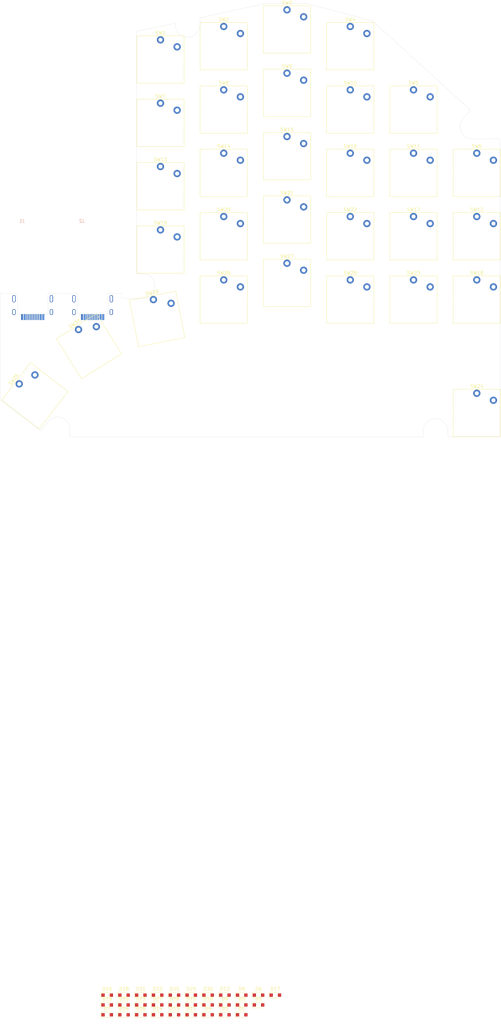
<source format=kicad_pcb>
(kicad_pcb (version 20171130) (host pcbnew 5.1.10)

  (general
    (thickness 1.6)
    (drawings 50)
    (tracks 0)
    (zones 0)
    (modules 62)
    (nets 64)
  )

  (page A4)
  (layers
    (0 F.Cu signal)
    (31 B.Cu signal)
    (32 B.Adhes user)
    (33 F.Adhes user)
    (34 B.Paste user)
    (35 F.Paste user)
    (36 B.SilkS user)
    (37 F.SilkS user)
    (38 B.Mask user)
    (39 F.Mask user)
    (40 Dwgs.User user hide)
    (41 Cmts.User user)
    (42 Eco1.User user)
    (43 Eco2.User user)
    (44 Edge.Cuts user)
    (45 Margin user)
    (46 B.CrtYd user)
    (47 F.CrtYd user)
    (48 B.Fab user)
    (49 F.Fab user)
  )

  (setup
    (last_trace_width 0.25)
    (trace_clearance 0.2)
    (zone_clearance 0.508)
    (zone_45_only no)
    (trace_min 0.2)
    (via_size 0.8)
    (via_drill 0.4)
    (via_min_size 0.4)
    (via_min_drill 0.3)
    (uvia_size 0.3)
    (uvia_drill 0.1)
    (uvias_allowed no)
    (uvia_min_size 0.2)
    (uvia_min_drill 0.1)
    (edge_width 0.05)
    (segment_width 0.2)
    (pcb_text_width 0.3)
    (pcb_text_size 1.5 1.5)
    (mod_edge_width 0.12)
    (mod_text_size 1 1)
    (mod_text_width 0.15)
    (pad_size 1.524 1.524)
    (pad_drill 0.762)
    (pad_to_mask_clearance 0)
    (aux_axis_origin 0 0)
    (grid_origin 100 100)
    (visible_elements FFFFFF7F)
    (pcbplotparams
      (layerselection 0x010fc_ffffffff)
      (usegerberextensions false)
      (usegerberattributes true)
      (usegerberadvancedattributes true)
      (creategerberjobfile true)
      (excludeedgelayer true)
      (linewidth 0.100000)
      (plotframeref false)
      (viasonmask false)
      (mode 1)
      (useauxorigin false)
      (hpglpennumber 1)
      (hpglpenspeed 20)
      (hpglpendiameter 15.000000)
      (psnegative false)
      (psa4output false)
      (plotreference true)
      (plotvalue true)
      (plotinvisibletext false)
      (padsonsilk false)
      (subtractmaskfromsilk false)
      (outputformat 1)
      (mirror false)
      (drillshape 1)
      (scaleselection 1)
      (outputdirectory ""))
  )

  (net 0 "")
  (net 1 "Net-(D1-Pad1)")
  (net 2 "Net-(D2-Pad1)")
  (net 3 col0)
  (net 4 col1)
  (net 5 col2)
  (net 6 "Net-(D3-Pad1)")
  (net 7 col3)
  (net 8 "Net-(D4-Pad1)")
  (net 9 col4)
  (net 10 "Net-(D5-Pad1)")
  (net 11 col5)
  (net 12 "Net-(D6-Pad1)")
  (net 13 "Net-(D7-Pad1)")
  (net 14 "Net-(D8-Pad1)")
  (net 15 "Net-(D9-Pad1)")
  (net 16 "Net-(D10-Pad1)")
  (net 17 "Net-(D11-Pad1)")
  (net 18 "Net-(D12-Pad1)")
  (net 19 "Net-(D13-Pad1)")
  (net 20 "Net-(D14-Pad1)")
  (net 21 "Net-(D15-Pad1)")
  (net 22 "Net-(D16-Pad1)")
  (net 23 "Net-(D17-Pad1)")
  (net 24 "Net-(D18-Pad1)")
  (net 25 "Net-(D19-Pad1)")
  (net 26 "Net-(D20-Pad1)")
  (net 27 "Net-(D21-Pad1)")
  (net 28 "Net-(D22-Pad1)")
  (net 29 "Net-(D23-Pad1)")
  (net 30 "Net-(D24-Pad1)")
  (net 31 "Net-(D25-Pad1)")
  (net 32 "Net-(D26-Pad1)")
  (net 33 "Net-(D27-Pad1)")
  (net 34 "Net-(D28-Pad1)")
  (net 35 "Net-(D29-Pad1)")
  (net 36 "Net-(D30-Pad1)")
  (net 37 "Net-(J1-PadB5)")
  (net 38 "Net-(J1-PadA8)")
  (net 39 "Net-(J1-PadB6)")
  (net 40 "Net-(J1-PadA7)")
  (net 41 "Net-(J1-PadA6)")
  (net 42 "Net-(J1-PadB7)")
  (net 43 "Net-(J1-PadA5)")
  (net 44 "Net-(J1-PadB8)")
  (net 45 "Net-(J1-PadA1)")
  (net 46 "Net-(J1-PadA4)")
  (net 47 "Net-(J2-PadB5)")
  (net 48 "Net-(J2-PadA8)")
  (net 49 "Net-(J2-PadB6)")
  (net 50 "Net-(J2-PadA7)")
  (net 51 "Net-(J2-PadA6)")
  (net 52 "Net-(J2-PadB7)")
  (net 53 "Net-(J2-PadA5)")
  (net 54 "Net-(J2-PadB8)")
  (net 55 "Net-(J2-PadA1)")
  (net 56 "Net-(J2-PadA4)")
  (net 57 row0)
  (net 58 row1)
  (net 59 row2)
  (net 60 row3)
  (net 61 row4)
  (net 62 "Net-(J1-PadS1)")
  (net 63 "Net-(J2-PadS1)")

  (net_class Default "This is the default net class."
    (clearance 0.2)
    (trace_width 0.25)
    (via_dia 0.8)
    (via_drill 0.4)
    (uvia_dia 0.3)
    (uvia_drill 0.1)
    (add_net "Net-(D1-Pad1)")
    (add_net "Net-(D10-Pad1)")
    (add_net "Net-(D11-Pad1)")
    (add_net "Net-(D12-Pad1)")
    (add_net "Net-(D13-Pad1)")
    (add_net "Net-(D14-Pad1)")
    (add_net "Net-(D15-Pad1)")
    (add_net "Net-(D16-Pad1)")
    (add_net "Net-(D17-Pad1)")
    (add_net "Net-(D18-Pad1)")
    (add_net "Net-(D19-Pad1)")
    (add_net "Net-(D2-Pad1)")
    (add_net "Net-(D20-Pad1)")
    (add_net "Net-(D21-Pad1)")
    (add_net "Net-(D22-Pad1)")
    (add_net "Net-(D23-Pad1)")
    (add_net "Net-(D24-Pad1)")
    (add_net "Net-(D25-Pad1)")
    (add_net "Net-(D26-Pad1)")
    (add_net "Net-(D27-Pad1)")
    (add_net "Net-(D28-Pad1)")
    (add_net "Net-(D29-Pad1)")
    (add_net "Net-(D3-Pad1)")
    (add_net "Net-(D30-Pad1)")
    (add_net "Net-(D4-Pad1)")
    (add_net "Net-(D5-Pad1)")
    (add_net "Net-(D6-Pad1)")
    (add_net "Net-(D7-Pad1)")
    (add_net "Net-(D8-Pad1)")
    (add_net "Net-(D9-Pad1)")
    (add_net "Net-(J1-PadA1)")
    (add_net "Net-(J1-PadA4)")
    (add_net "Net-(J1-PadA5)")
    (add_net "Net-(J1-PadA6)")
    (add_net "Net-(J1-PadA7)")
    (add_net "Net-(J1-PadA8)")
    (add_net "Net-(J1-PadB5)")
    (add_net "Net-(J1-PadB6)")
    (add_net "Net-(J1-PadB7)")
    (add_net "Net-(J1-PadB8)")
    (add_net "Net-(J1-PadS1)")
    (add_net "Net-(J2-PadA1)")
    (add_net "Net-(J2-PadA4)")
    (add_net "Net-(J2-PadA5)")
    (add_net "Net-(J2-PadA6)")
    (add_net "Net-(J2-PadA7)")
    (add_net "Net-(J2-PadA8)")
    (add_net "Net-(J2-PadB5)")
    (add_net "Net-(J2-PadB6)")
    (add_net "Net-(J2-PadB7)")
    (add_net "Net-(J2-PadB8)")
    (add_net "Net-(J2-PadS1)")
    (add_net col0)
    (add_net col1)
    (add_net col2)
    (add_net col3)
    (add_net col4)
    (add_net col5)
    (add_net row0)
    (add_net row1)
    (add_net row2)
    (add_net row3)
    (add_net row4)
  )

  (module grapto-v3-pcb-right:Connector_GCT_USB4500 (layer B.Cu) (tedit 618EE0D2) (tstamp 61901CFD)
    (at 79.62 113.14)
    (path /61884E9B/618FEA92)
    (fp_text reference J2 (at -3.2 -21.7) (layer B.SilkS)
      (effects (font (size 1 1) (thickness 0.15)) (justify mirror))
    )
    (fp_text value USB_C_Receptacle_USB2.0 (at 3.3 -23.5) (layer B.Fab)
      (effects (font (size 1 1) (thickness 0.15)) (justify mirror))
    )
    (fp_line (start 6.5 0) (end -6.5 0) (layer F.CrtYd) (width 0.12))
    (fp_line (start 6.5 7) (end 6.5 0) (layer F.CrtYd) (width 0.12))
    (fp_line (start -6.5 0) (end -6.5 7) (layer F.CrtYd) (width 0.12))
    (fp_line (start 6.5 0) (end -6.5 0) (layer B.CrtYd) (width 0.12))
    (fp_line (start 6.5 8) (end 6.5 0) (layer B.CrtYd) (width 0.12))
    (fp_line (start -6.5 8) (end 6.5 8) (layer B.CrtYd) (width 0.12))
    (fp_line (start -6.5 0) (end -6.5 8) (layer B.CrtYd) (width 0.12))
    (fp_line (start -6.19 0) (end -4.57 0) (layer Dwgs.User) (width 0.12))
    (fp_line (start -4.57 0) (end -4.57 6.19) (layer Dwgs.User) (width 0.12))
    (fp_line (start -4.57 6.19) (end 4.58 6.19) (layer Dwgs.User) (width 0.12))
    (fp_line (start 4.58 6.19) (end 4.58 0) (layer Dwgs.User) (width 0.12))
    (fp_line (start 4.58 0) (end 6.3 0) (layer Dwgs.User) (width 0.12))
    (pad B5 smd rect (at 1.75 7.1) (size 0.3 1.8) (layers B.Cu B.Paste B.Mask)
      (net 47 "Net-(J2-PadB5)"))
    (pad A8 smd rect (at 1.25 7.1) (size 0.3 1.8) (layers B.Cu B.Paste B.Mask)
      (net 48 "Net-(J2-PadA8)"))
    (pad B6 smd rect (at 0.75 7.1) (size 0.3 1.8) (layers B.Cu B.Paste B.Mask)
      (net 49 "Net-(J2-PadB6)"))
    (pad A7 smd rect (at 0.25 7.1) (size 0.3 1.8) (layers B.Cu B.Paste B.Mask)
      (net 50 "Net-(J2-PadA7)"))
    (pad A6 smd rect (at -0.25 7.1) (size 0.3 1.8) (layers B.Cu B.Paste B.Mask)
      (net 51 "Net-(J2-PadA6)"))
    (pad B7 smd rect (at -0.75 7.1) (size 0.3 1.8) (layers B.Cu B.Paste B.Mask)
      (net 52 "Net-(J2-PadB7)"))
    (pad A5 smd rect (at -1.25 7.1) (size 0.3 1.8) (layers B.Cu B.Paste B.Mask)
      (net 53 "Net-(J2-PadA5)"))
    (pad B8 smd rect (at -1.75 7.1) (size 0.3 1.8) (layers B.Cu B.Paste B.Mask)
      (net 54 "Net-(J2-PadB8)"))
    (pad A12 smd rect (at 3.2 7.1) (size 0.6 1.8) (layers B.Cu B.Paste B.Mask)
      (net 55 "Net-(J2-PadA1)"))
    (pad B4 smd rect (at 2.4 7.1) (size 0.6 1.8) (layers B.Cu B.Paste B.Mask)
      (net 56 "Net-(J2-PadA4)"))
    (pad A4 smd rect (at -2.4 7.1) (size 0.6 1.8) (layers B.Cu B.Paste B.Mask)
      (net 56 "Net-(J2-PadA4)"))
    (pad B12 smd rect (at -3.2 7.1) (size 0.6 1.8) (layers B.Cu B.Paste B.Mask)
      (net 55 "Net-(J2-PadA1)"))
    (pad S1 thru_hole oval (at 5.62 5.6) (size 1 1.8) (drill oval 0.6 1.4) (layers *.Cu *.Mask)
      (net 63 "Net-(J2-PadS1)"))
    (pad S1 thru_hole oval (at -5.62 5.6) (size 1 1.8) (drill oval 0.6 1.4) (layers *.Cu *.Mask)
      (net 63 "Net-(J2-PadS1)"))
    (pad S1 thru_hole oval (at 5.62 1.6) (size 1 2.2) (drill oval 0.6 1.8) (layers *.Cu *.Mask)
      (net 63 "Net-(J2-PadS1)"))
    (pad S1 thru_hole oval (at -5.62 1.6) (size 1 2.2) (drill oval 0.6 1.8) (layers *.Cu *.Mask)
      (net 63 "Net-(J2-PadS1)"))
  )

  (module grapto-v3-pcb-right:Connector_GCT_USB4500 (layer B.Cu) (tedit 618EE0D2) (tstamp 61901CDD)
    (at 61.62 113.14)
    (path /61884E9B/618FD9E9)
    (fp_text reference J1 (at -3.2 -21.7) (layer B.SilkS)
      (effects (font (size 1 1) (thickness 0.15)) (justify mirror))
    )
    (fp_text value USB_C_Receptacle_USB2.0 (at 3.3 -23.5) (layer B.Fab)
      (effects (font (size 1 1) (thickness 0.15)) (justify mirror))
    )
    (fp_line (start 6.5 0) (end -6.5 0) (layer F.CrtYd) (width 0.12))
    (fp_line (start 6.5 7) (end 6.5 0) (layer F.CrtYd) (width 0.12))
    (fp_line (start -6.5 0) (end -6.5 7) (layer F.CrtYd) (width 0.12))
    (fp_line (start 6.5 0) (end -6.5 0) (layer B.CrtYd) (width 0.12))
    (fp_line (start 6.5 8) (end 6.5 0) (layer B.CrtYd) (width 0.12))
    (fp_line (start -6.5 8) (end 6.5 8) (layer B.CrtYd) (width 0.12))
    (fp_line (start -6.5 0) (end -6.5 8) (layer B.CrtYd) (width 0.12))
    (fp_line (start -6.19 0) (end -4.57 0) (layer Dwgs.User) (width 0.12))
    (fp_line (start -4.57 0) (end -4.57 6.19) (layer Dwgs.User) (width 0.12))
    (fp_line (start -4.57 6.19) (end 4.58 6.19) (layer Dwgs.User) (width 0.12))
    (fp_line (start 4.58 6.19) (end 4.58 0) (layer Dwgs.User) (width 0.12))
    (fp_line (start 4.58 0) (end 6.3 0) (layer Dwgs.User) (width 0.12))
    (pad B5 smd rect (at 1.75 7.1) (size 0.3 1.8) (layers B.Cu B.Paste B.Mask)
      (net 37 "Net-(J1-PadB5)"))
    (pad A8 smd rect (at 1.25 7.1) (size 0.3 1.8) (layers B.Cu B.Paste B.Mask)
      (net 38 "Net-(J1-PadA8)"))
    (pad B6 smd rect (at 0.75 7.1) (size 0.3 1.8) (layers B.Cu B.Paste B.Mask)
      (net 39 "Net-(J1-PadB6)"))
    (pad A7 smd rect (at 0.25 7.1) (size 0.3 1.8) (layers B.Cu B.Paste B.Mask)
      (net 40 "Net-(J1-PadA7)"))
    (pad A6 smd rect (at -0.25 7.1) (size 0.3 1.8) (layers B.Cu B.Paste B.Mask)
      (net 41 "Net-(J1-PadA6)"))
    (pad B7 smd rect (at -0.75 7.1) (size 0.3 1.8) (layers B.Cu B.Paste B.Mask)
      (net 42 "Net-(J1-PadB7)"))
    (pad A5 smd rect (at -1.25 7.1) (size 0.3 1.8) (layers B.Cu B.Paste B.Mask)
      (net 43 "Net-(J1-PadA5)"))
    (pad B8 smd rect (at -1.75 7.1) (size 0.3 1.8) (layers B.Cu B.Paste B.Mask)
      (net 44 "Net-(J1-PadB8)"))
    (pad A12 smd rect (at 3.2 7.1) (size 0.6 1.8) (layers B.Cu B.Paste B.Mask)
      (net 45 "Net-(J1-PadA1)"))
    (pad B4 smd rect (at 2.4 7.1) (size 0.6 1.8) (layers B.Cu B.Paste B.Mask)
      (net 46 "Net-(J1-PadA4)"))
    (pad A4 smd rect (at -2.4 7.1) (size 0.6 1.8) (layers B.Cu B.Paste B.Mask)
      (net 46 "Net-(J1-PadA4)"))
    (pad B12 smd rect (at -3.2 7.1) (size 0.6 1.8) (layers B.Cu B.Paste B.Mask)
      (net 45 "Net-(J1-PadA1)"))
    (pad S1 thru_hole oval (at 5.62 5.6) (size 1 1.8) (drill oval 0.6 1.4) (layers *.Cu *.Mask)
      (net 62 "Net-(J1-PadS1)"))
    (pad S1 thru_hole oval (at -5.62 5.6) (size 1 1.8) (drill oval 0.6 1.4) (layers *.Cu *.Mask)
      (net 62 "Net-(J1-PadS1)"))
    (pad S1 thru_hole oval (at 5.62 1.6) (size 1 2.2) (drill oval 0.6 1.8) (layers *.Cu *.Mask)
      (net 62 "Net-(J1-PadS1)"))
    (pad S1 thru_hole oval (at -5.62 1.6) (size 1 2.2) (drill oval 0.6 1.8) (layers *.Cu *.Mask)
      (net 62 "Net-(J1-PadS1)"))
  )

  (module kaihl_choc:SW_Kailh_Choc_V1 (layer F.Cu) (tedit 6187EDCA) (tstamp 61885B68)
    (at 78.51 128.99 32)
    (descr "Kailh Choc V1 keyswitch, http://www.kailh.com/en/Products/Ks/CS/")
    (tags "Kailh Choc V1 Keyswitch Switch")
    (path /6188018E/6187F216)
    (fp_text reference SW30 (at 0 -8 32) (layer F.SilkS)
      (effects (font (size 1 1) (thickness 0.15)))
    )
    (fp_text value SW_Push (at 0 8 32) (layer F.Fab)
      (effects (font (size 1 1) (thickness 0.15)))
    )
    (fp_line (start -7 -7) (end -7 7) (layer F.Fab) (width 0.1))
    (fp_line (start -7 7) (end 7 7) (layer F.Fab) (width 0.1))
    (fp_line (start 7 7) (end 7 -7) (layer F.Fab) (width 0.1))
    (fp_line (start 7 -7) (end -7 -7) (layer F.Fab) (width 0.1))
    (fp_line (start -7.1 -7.1) (end -7.1 7.1) (layer F.SilkS) (width 0.12))
    (fp_line (start -7.1 7.1) (end 7.1 7.1) (layer F.SilkS) (width 0.12))
    (fp_line (start 7.1 7.1) (end 7.1 -7.1) (layer F.SilkS) (width 0.12))
    (fp_line (start 7.1 -7.1) (end -7.1 -7.1) (layer F.SilkS) (width 0.12))
    (fp_line (start -7.25 -7.25) (end -7.25 7.25) (layer F.CrtYd) (width 0.05))
    (fp_line (start -7.25 7.25) (end 7.25 7.25) (layer F.CrtYd) (width 0.05))
    (fp_line (start 7.25 7.25) (end 7.25 -7.25) (layer F.CrtYd) (width 0.05))
    (fp_line (start 7.25 -7.25) (end -7.25 -7.25) (layer F.CrtYd) (width 0.05))
    (fp_text user %R (at 0 0 32) (layer F.Fab)
      (effects (font (size 1 1) (thickness 0.15)))
    )
    (pad "" np_thru_hole circle (at -5.22 4.2 32) (size 1.2 1.2) (drill 1.2) (layers *.Cu *.Mask))
    (pad "" np_thru_hole circle (at 5.5 0 32) (size 1.8 1.8) (drill 1.8) (layers *.Cu *.Mask))
    (pad "" np_thru_hole circle (at -5.5 0 32) (size 1.8 1.8) (drill 1.8) (layers *.Cu *.Mask))
    (pad "" np_thru_hole circle (at 0 0 32) (size 3.2 3.2) (drill 3.2) (layers *.Cu *.Mask))
    (pad 2 thru_hole circle (at 5 -3.8 32) (size 2.2 2.2) (drill 1.2) (layers *.Cu B.Mask)
      (net 36 "Net-(D30-Pad1)"))
    (pad 1 thru_hole circle (at 0 -5.9 32) (size 2.2 2.2) (drill 1.2) (layers *.Cu B.Mask)
      (net 61 row4))
    (model ${KEYSWITCH_LIB_3D}/Switch_Keyboard_Kailh.3dshapes/SW_Kailh_Choc_V1.wrl
      (at (xyz 0 0 0))
      (scale (xyz 1 1 1))
      (rotate (xyz 0 0 0))
    )
    (model :kaihl_3d:Switch_Keyboard_Kailh.3dshapes/SW_Kailh_Choc_V1.wrl
      (at (xyz 0 0 0))
      (scale (xyz 1 1 1))
      (rotate (xyz 0 0 0))
    )
  )

  (module kaihl_choc:SW_Kailh_Choc_V1 (layer F.Cu) (tedit 6187EDCA) (tstamp 61885B51)
    (at 99 120.8 11)
    (descr "Kailh Choc V1 keyswitch, http://www.kailh.com/en/Products/Ks/CS/")
    (tags "Kailh Choc V1 Keyswitch Switch")
    (path /6188018E/6187F214)
    (fp_text reference SW29 (at 0 -8 11) (layer F.SilkS)
      (effects (font (size 1 1) (thickness 0.15)))
    )
    (fp_text value SW_Push (at 0 8 11) (layer F.Fab)
      (effects (font (size 1 1) (thickness 0.15)))
    )
    (fp_line (start -7 -7) (end -7 7) (layer F.Fab) (width 0.1))
    (fp_line (start -7 7) (end 7 7) (layer F.Fab) (width 0.1))
    (fp_line (start 7 7) (end 7 -7) (layer F.Fab) (width 0.1))
    (fp_line (start 7 -7) (end -7 -7) (layer F.Fab) (width 0.1))
    (fp_line (start -7.1 -7.1) (end -7.1 7.1) (layer F.SilkS) (width 0.12))
    (fp_line (start -7.1 7.1) (end 7.1 7.1) (layer F.SilkS) (width 0.12))
    (fp_line (start 7.1 7.1) (end 7.1 -7.1) (layer F.SilkS) (width 0.12))
    (fp_line (start 7.1 -7.1) (end -7.1 -7.1) (layer F.SilkS) (width 0.12))
    (fp_line (start -7.25 -7.25) (end -7.25 7.25) (layer F.CrtYd) (width 0.05))
    (fp_line (start -7.25 7.25) (end 7.25 7.25) (layer F.CrtYd) (width 0.05))
    (fp_line (start 7.25 7.25) (end 7.25 -7.25) (layer F.CrtYd) (width 0.05))
    (fp_line (start 7.25 -7.25) (end -7.25 -7.25) (layer F.CrtYd) (width 0.05))
    (fp_text user %R (at 0 0 11) (layer F.Fab)
      (effects (font (size 1 1) (thickness 0.15)))
    )
    (pad "" np_thru_hole circle (at -5.22 4.2 11) (size 1.2 1.2) (drill 1.2) (layers *.Cu *.Mask))
    (pad "" np_thru_hole circle (at 5.5 0 11) (size 1.8 1.8) (drill 1.8) (layers *.Cu *.Mask))
    (pad "" np_thru_hole circle (at -5.5 0 11) (size 1.8 1.8) (drill 1.8) (layers *.Cu *.Mask))
    (pad "" np_thru_hole circle (at 0 0 11) (size 3.2 3.2) (drill 3.2) (layers *.Cu *.Mask))
    (pad 2 thru_hole circle (at 5 -3.8 11) (size 2.2 2.2) (drill 1.2) (layers *.Cu B.Mask)
      (net 35 "Net-(D29-Pad1)"))
    (pad 1 thru_hole circle (at 0 -5.9 11) (size 2.2 2.2) (drill 1.2) (layers *.Cu B.Mask)
      (net 61 row4))
    (model ${KEYSWITCH_LIB_3D}/Switch_Keyboard_Kailh.3dshapes/SW_Kailh_Choc_V1.wrl
      (at (xyz 0 0 0))
      (scale (xyz 1 1 1))
      (rotate (xyz 0 0 0))
    )
    (model :kaihl_3d:Switch_Keyboard_Kailh.3dshapes/SW_Kailh_Choc_V1.wrl
      (at (xyz 0 0 0))
      (scale (xyz 1 1 1))
      (rotate (xyz 0 0 0))
    )
  )

  (module kaihl_choc:SW_Kailh_Choc_V1 (layer F.Cu) (tedit 6187EDCA) (tstamp 61885B3A)
    (at 157 115)
    (descr "Kailh Choc V1 keyswitch, http://www.kailh.com/en/Products/Ks/CS/")
    (tags "Kailh Choc V1 Keyswitch Switch")
    (path /6188018E/6187F212)
    (fp_text reference SW28 (at 0 -8) (layer F.SilkS)
      (effects (font (size 1 1) (thickness 0.15)))
    )
    (fp_text value SW_Push (at 0 8) (layer F.Fab)
      (effects (font (size 1 1) (thickness 0.15)))
    )
    (fp_line (start -7 -7) (end -7 7) (layer F.Fab) (width 0.1))
    (fp_line (start -7 7) (end 7 7) (layer F.Fab) (width 0.1))
    (fp_line (start 7 7) (end 7 -7) (layer F.Fab) (width 0.1))
    (fp_line (start 7 -7) (end -7 -7) (layer F.Fab) (width 0.1))
    (fp_line (start -7.1 -7.1) (end -7.1 7.1) (layer F.SilkS) (width 0.12))
    (fp_line (start -7.1 7.1) (end 7.1 7.1) (layer F.SilkS) (width 0.12))
    (fp_line (start 7.1 7.1) (end 7.1 -7.1) (layer F.SilkS) (width 0.12))
    (fp_line (start 7.1 -7.1) (end -7.1 -7.1) (layer F.SilkS) (width 0.12))
    (fp_line (start -7.25 -7.25) (end -7.25 7.25) (layer F.CrtYd) (width 0.05))
    (fp_line (start -7.25 7.25) (end 7.25 7.25) (layer F.CrtYd) (width 0.05))
    (fp_line (start 7.25 7.25) (end 7.25 -7.25) (layer F.CrtYd) (width 0.05))
    (fp_line (start 7.25 -7.25) (end -7.25 -7.25) (layer F.CrtYd) (width 0.05))
    (fp_text user %R (at 0 0) (layer F.Fab)
      (effects (font (size 1 1) (thickness 0.15)))
    )
    (pad "" np_thru_hole circle (at -5.22 4.2) (size 1.2 1.2) (drill 1.2) (layers *.Cu *.Mask))
    (pad "" np_thru_hole circle (at 5.5 0) (size 1.8 1.8) (drill 1.8) (layers *.Cu *.Mask))
    (pad "" np_thru_hole circle (at -5.5 0) (size 1.8 1.8) (drill 1.8) (layers *.Cu *.Mask))
    (pad "" np_thru_hole circle (at 0 0) (size 3.2 3.2) (drill 3.2) (layers *.Cu *.Mask))
    (pad 2 thru_hole circle (at 5 -3.8) (size 2.2 2.2) (drill 1.2) (layers *.Cu B.Mask)
      (net 34 "Net-(D28-Pad1)"))
    (pad 1 thru_hole circle (at 0 -5.9) (size 2.2 2.2) (drill 1.2) (layers *.Cu B.Mask)
      (net 61 row4))
    (model ${KEYSWITCH_LIB_3D}/Switch_Keyboard_Kailh.3dshapes/SW_Kailh_Choc_V1.wrl
      (at (xyz 0 0 0))
      (scale (xyz 1 1 1))
      (rotate (xyz 0 0 0))
    )
    (model :kaihl_3d:Switch_Keyboard_Kailh.3dshapes/SW_Kailh_Choc_V1.wrl
      (at (xyz 0 0 0))
      (scale (xyz 1 1 1))
      (rotate (xyz 0 0 0))
    )
  )

  (module kaihl_choc:SW_Kailh_Choc_V1 (layer F.Cu) (tedit 6187EDCA) (tstamp 61885B23)
    (at 138 110)
    (descr "Kailh Choc V1 keyswitch, http://www.kailh.com/en/Products/Ks/CS/")
    (tags "Kailh Choc V1 Keyswitch Switch")
    (path /6188018E/6187F210)
    (fp_text reference SW27 (at 0 -8) (layer F.SilkS)
      (effects (font (size 1 1) (thickness 0.15)))
    )
    (fp_text value SW_Push (at 0 8) (layer F.Fab)
      (effects (font (size 1 1) (thickness 0.15)))
    )
    (fp_line (start -7 -7) (end -7 7) (layer F.Fab) (width 0.1))
    (fp_line (start -7 7) (end 7 7) (layer F.Fab) (width 0.1))
    (fp_line (start 7 7) (end 7 -7) (layer F.Fab) (width 0.1))
    (fp_line (start 7 -7) (end -7 -7) (layer F.Fab) (width 0.1))
    (fp_line (start -7.1 -7.1) (end -7.1 7.1) (layer F.SilkS) (width 0.12))
    (fp_line (start -7.1 7.1) (end 7.1 7.1) (layer F.SilkS) (width 0.12))
    (fp_line (start 7.1 7.1) (end 7.1 -7.1) (layer F.SilkS) (width 0.12))
    (fp_line (start 7.1 -7.1) (end -7.1 -7.1) (layer F.SilkS) (width 0.12))
    (fp_line (start -7.25 -7.25) (end -7.25 7.25) (layer F.CrtYd) (width 0.05))
    (fp_line (start -7.25 7.25) (end 7.25 7.25) (layer F.CrtYd) (width 0.05))
    (fp_line (start 7.25 7.25) (end 7.25 -7.25) (layer F.CrtYd) (width 0.05))
    (fp_line (start 7.25 -7.25) (end -7.25 -7.25) (layer F.CrtYd) (width 0.05))
    (fp_text user %R (at 0 0) (layer F.Fab)
      (effects (font (size 1 1) (thickness 0.15)))
    )
    (pad "" np_thru_hole circle (at -5.22 4.2) (size 1.2 1.2) (drill 1.2) (layers *.Cu *.Mask))
    (pad "" np_thru_hole circle (at 5.5 0) (size 1.8 1.8) (drill 1.8) (layers *.Cu *.Mask))
    (pad "" np_thru_hole circle (at -5.5 0) (size 1.8 1.8) (drill 1.8) (layers *.Cu *.Mask))
    (pad "" np_thru_hole circle (at 0 0) (size 3.2 3.2) (drill 3.2) (layers *.Cu *.Mask))
    (pad 2 thru_hole circle (at 5 -3.8) (size 2.2 2.2) (drill 1.2) (layers *.Cu B.Mask)
      (net 33 "Net-(D27-Pad1)"))
    (pad 1 thru_hole circle (at 0 -5.9) (size 2.2 2.2) (drill 1.2) (layers *.Cu B.Mask)
      (net 61 row4))
    (model ${KEYSWITCH_LIB_3D}/Switch_Keyboard_Kailh.3dshapes/SW_Kailh_Choc_V1.wrl
      (at (xyz 0 0 0))
      (scale (xyz 1 1 1))
      (rotate (xyz 0 0 0))
    )
    (model :kaihl_3d:Switch_Keyboard_Kailh.3dshapes/SW_Kailh_Choc_V1.wrl
      (at (xyz 0 0 0))
      (scale (xyz 1 1 1))
      (rotate (xyz 0 0 0))
    )
  )

  (module kaihl_choc:SW_Kailh_Choc_V1 (layer F.Cu) (tedit 6187EDCA) (tstamp 61885B0C)
    (at 119 115)
    (descr "Kailh Choc V1 keyswitch, http://www.kailh.com/en/Products/Ks/CS/")
    (tags "Kailh Choc V1 Keyswitch Switch")
    (path /6188018E/6187F20E)
    (fp_text reference SW26 (at 0 -8) (layer F.SilkS)
      (effects (font (size 1 1) (thickness 0.15)))
    )
    (fp_text value SW_Push (at 0 8) (layer F.Fab)
      (effects (font (size 1 1) (thickness 0.15)))
    )
    (fp_line (start -7 -7) (end -7 7) (layer F.Fab) (width 0.1))
    (fp_line (start -7 7) (end 7 7) (layer F.Fab) (width 0.1))
    (fp_line (start 7 7) (end 7 -7) (layer F.Fab) (width 0.1))
    (fp_line (start 7 -7) (end -7 -7) (layer F.Fab) (width 0.1))
    (fp_line (start -7.1 -7.1) (end -7.1 7.1) (layer F.SilkS) (width 0.12))
    (fp_line (start -7.1 7.1) (end 7.1 7.1) (layer F.SilkS) (width 0.12))
    (fp_line (start 7.1 7.1) (end 7.1 -7.1) (layer F.SilkS) (width 0.12))
    (fp_line (start 7.1 -7.1) (end -7.1 -7.1) (layer F.SilkS) (width 0.12))
    (fp_line (start -7.25 -7.25) (end -7.25 7.25) (layer F.CrtYd) (width 0.05))
    (fp_line (start -7.25 7.25) (end 7.25 7.25) (layer F.CrtYd) (width 0.05))
    (fp_line (start 7.25 7.25) (end 7.25 -7.25) (layer F.CrtYd) (width 0.05))
    (fp_line (start 7.25 -7.25) (end -7.25 -7.25) (layer F.CrtYd) (width 0.05))
    (fp_text user %R (at 0 0) (layer F.Fab)
      (effects (font (size 1 1) (thickness 0.15)))
    )
    (pad "" np_thru_hole circle (at -5.22 4.2) (size 1.2 1.2) (drill 1.2) (layers *.Cu *.Mask))
    (pad "" np_thru_hole circle (at 5.5 0) (size 1.8 1.8) (drill 1.8) (layers *.Cu *.Mask))
    (pad "" np_thru_hole circle (at -5.5 0) (size 1.8 1.8) (drill 1.8) (layers *.Cu *.Mask))
    (pad "" np_thru_hole circle (at 0 0) (size 3.2 3.2) (drill 3.2) (layers *.Cu *.Mask))
    (pad 2 thru_hole circle (at 5 -3.8) (size 2.2 2.2) (drill 1.2) (layers *.Cu B.Mask)
      (net 32 "Net-(D26-Pad1)"))
    (pad 1 thru_hole circle (at 0 -5.9) (size 2.2 2.2) (drill 1.2) (layers *.Cu B.Mask)
      (net 61 row4))
    (model ${KEYSWITCH_LIB_3D}/Switch_Keyboard_Kailh.3dshapes/SW_Kailh_Choc_V1.wrl
      (at (xyz 0 0 0))
      (scale (xyz 1 1 1))
      (rotate (xyz 0 0 0))
    )
    (model :kaihl_3d:Switch_Keyboard_Kailh.3dshapes/SW_Kailh_Choc_V1.wrl
      (at (xyz 0 0 0))
      (scale (xyz 1 1 1))
      (rotate (xyz 0 0 0))
    )
  )

  (module kaihl_choc:SW_Kailh_Choc_V1 (layer F.Cu) (tedit 6187EDCA) (tstamp 61885AF5)
    (at 62.26 143.88 52.5)
    (descr "Kailh Choc V1 keyswitch, http://www.kailh.com/en/Products/Ks/CS/")
    (tags "Kailh Choc V1 Keyswitch Switch")
    (path /6188018E/6187F20C)
    (fp_text reference SW25 (at 0 -8 52.5) (layer F.SilkS)
      (effects (font (size 1 1) (thickness 0.15)))
    )
    (fp_text value SW_Push (at 0 8 52.5) (layer F.Fab)
      (effects (font (size 1 1) (thickness 0.15)))
    )
    (fp_line (start -7 -7) (end -7 7) (layer F.Fab) (width 0.1))
    (fp_line (start -7 7) (end 7 7) (layer F.Fab) (width 0.1))
    (fp_line (start 7 7) (end 7 -7) (layer F.Fab) (width 0.1))
    (fp_line (start 7 -7) (end -7 -7) (layer F.Fab) (width 0.1))
    (fp_line (start -7.1 -7.1) (end -7.1 7.1) (layer F.SilkS) (width 0.12))
    (fp_line (start -7.1 7.1) (end 7.1 7.1) (layer F.SilkS) (width 0.12))
    (fp_line (start 7.1 7.1) (end 7.1 -7.1) (layer F.SilkS) (width 0.12))
    (fp_line (start 7.1 -7.1) (end -7.1 -7.1) (layer F.SilkS) (width 0.12))
    (fp_line (start -7.25 -7.25) (end -7.25 7.25) (layer F.CrtYd) (width 0.05))
    (fp_line (start -7.25 7.25) (end 7.25 7.25) (layer F.CrtYd) (width 0.05))
    (fp_line (start 7.25 7.25) (end 7.25 -7.25) (layer F.CrtYd) (width 0.05))
    (fp_line (start 7.25 -7.25) (end -7.25 -7.25) (layer F.CrtYd) (width 0.05))
    (fp_text user %R (at 0 0 52.5) (layer F.Fab)
      (effects (font (size 1 1) (thickness 0.15)))
    )
    (pad "" np_thru_hole circle (at -5.22 4.2 52.5) (size 1.2 1.2) (drill 1.2) (layers *.Cu *.Mask))
    (pad "" np_thru_hole circle (at 5.5 0 52.5) (size 1.8 1.8) (drill 1.8) (layers *.Cu *.Mask))
    (pad "" np_thru_hole circle (at -5.5 0 52.5) (size 1.8 1.8) (drill 1.8) (layers *.Cu *.Mask))
    (pad "" np_thru_hole circle (at 0 0 52.5) (size 3.2 3.2) (drill 3.2) (layers *.Cu *.Mask))
    (pad 2 thru_hole circle (at 5 -3.8 52.5) (size 2.2 2.2) (drill 1.2) (layers *.Cu B.Mask)
      (net 31 "Net-(D25-Pad1)"))
    (pad 1 thru_hole circle (at 0 -5.9 52.5) (size 2.2 2.2) (drill 1.2) (layers *.Cu B.Mask)
      (net 61 row4))
    (model ${KEYSWITCH_LIB_3D}/Switch_Keyboard_Kailh.3dshapes/SW_Kailh_Choc_V1.wrl
      (at (xyz 0 0 0))
      (scale (xyz 1 1 1))
      (rotate (xyz 0 0 0))
    )
    (model :kaihl_3d:Switch_Keyboard_Kailh.3dshapes/SW_Kailh_Choc_V1.wrl
      (at (xyz 0 0 0))
      (scale (xyz 1 1 1))
      (rotate (xyz 0 0 0))
    )
  )

  (module kaihl_choc:SW_Kailh_Choc_V1 (layer F.Cu) (tedit 6187EDCA) (tstamp 61885ADE)
    (at 195 149)
    (descr "Kailh Choc V1 keyswitch, http://www.kailh.com/en/Products/Ks/CS/")
    (tags "Kailh Choc V1 Keyswitch Switch")
    (path /6188018E/6187F20A)
    (fp_text reference SW24 (at 0 -8) (layer F.SilkS)
      (effects (font (size 1 1) (thickness 0.15)))
    )
    (fp_text value SW_Push (at 0 8) (layer F.Fab)
      (effects (font (size 1 1) (thickness 0.15)))
    )
    (fp_line (start -7 -7) (end -7 7) (layer F.Fab) (width 0.1))
    (fp_line (start -7 7) (end 7 7) (layer F.Fab) (width 0.1))
    (fp_line (start 7 7) (end 7 -7) (layer F.Fab) (width 0.1))
    (fp_line (start 7 -7) (end -7 -7) (layer F.Fab) (width 0.1))
    (fp_line (start -7.1 -7.1) (end -7.1 7.1) (layer F.SilkS) (width 0.12))
    (fp_line (start -7.1 7.1) (end 7.1 7.1) (layer F.SilkS) (width 0.12))
    (fp_line (start 7.1 7.1) (end 7.1 -7.1) (layer F.SilkS) (width 0.12))
    (fp_line (start 7.1 -7.1) (end -7.1 -7.1) (layer F.SilkS) (width 0.12))
    (fp_line (start -7.25 -7.25) (end -7.25 7.25) (layer F.CrtYd) (width 0.05))
    (fp_line (start -7.25 7.25) (end 7.25 7.25) (layer F.CrtYd) (width 0.05))
    (fp_line (start 7.25 7.25) (end 7.25 -7.25) (layer F.CrtYd) (width 0.05))
    (fp_line (start 7.25 -7.25) (end -7.25 -7.25) (layer F.CrtYd) (width 0.05))
    (fp_text user %R (at 0 0) (layer F.Fab)
      (effects (font (size 1 1) (thickness 0.15)))
    )
    (pad "" np_thru_hole circle (at -5.22 4.2) (size 1.2 1.2) (drill 1.2) (layers *.Cu *.Mask))
    (pad "" np_thru_hole circle (at 5.5 0) (size 1.8 1.8) (drill 1.8) (layers *.Cu *.Mask))
    (pad "" np_thru_hole circle (at -5.5 0) (size 1.8 1.8) (drill 1.8) (layers *.Cu *.Mask))
    (pad "" np_thru_hole circle (at 0 0) (size 3.2 3.2) (drill 3.2) (layers *.Cu *.Mask))
    (pad 2 thru_hole circle (at 5 -3.8) (size 2.2 2.2) (drill 1.2) (layers *.Cu B.Mask)
      (net 30 "Net-(D24-Pad1)"))
    (pad 1 thru_hole circle (at 0 -5.9) (size 2.2 2.2) (drill 1.2) (layers *.Cu B.Mask)
      (net 60 row3))
    (model ${KEYSWITCH_LIB_3D}/Switch_Keyboard_Kailh.3dshapes/SW_Kailh_Choc_V1.wrl
      (at (xyz 0 0 0))
      (scale (xyz 1 1 1))
      (rotate (xyz 0 0 0))
    )
    (model :kaihl_3d:Switch_Keyboard_Kailh.3dshapes/SW_Kailh_Choc_V1.wrl
      (at (xyz 0 0 0))
      (scale (xyz 1 1 1))
      (rotate (xyz 0 0 0))
    )
  )

  (module kaihl_choc:SW_Kailh_Choc_V1 (layer F.Cu) (tedit 6187EDCA) (tstamp 61885AC7)
    (at 176 115)
    (descr "Kailh Choc V1 keyswitch, http://www.kailh.com/en/Products/Ks/CS/")
    (tags "Kailh Choc V1 Keyswitch Switch")
    (path /6188018E/6187F208)
    (fp_text reference SW23 (at 0 -8) (layer F.SilkS)
      (effects (font (size 1 1) (thickness 0.15)))
    )
    (fp_text value SW_Push (at 0 8) (layer F.Fab)
      (effects (font (size 1 1) (thickness 0.15)))
    )
    (fp_line (start -7 -7) (end -7 7) (layer F.Fab) (width 0.1))
    (fp_line (start -7 7) (end 7 7) (layer F.Fab) (width 0.1))
    (fp_line (start 7 7) (end 7 -7) (layer F.Fab) (width 0.1))
    (fp_line (start 7 -7) (end -7 -7) (layer F.Fab) (width 0.1))
    (fp_line (start -7.1 -7.1) (end -7.1 7.1) (layer F.SilkS) (width 0.12))
    (fp_line (start -7.1 7.1) (end 7.1 7.1) (layer F.SilkS) (width 0.12))
    (fp_line (start 7.1 7.1) (end 7.1 -7.1) (layer F.SilkS) (width 0.12))
    (fp_line (start 7.1 -7.1) (end -7.1 -7.1) (layer F.SilkS) (width 0.12))
    (fp_line (start -7.25 -7.25) (end -7.25 7.25) (layer F.CrtYd) (width 0.05))
    (fp_line (start -7.25 7.25) (end 7.25 7.25) (layer F.CrtYd) (width 0.05))
    (fp_line (start 7.25 7.25) (end 7.25 -7.25) (layer F.CrtYd) (width 0.05))
    (fp_line (start 7.25 -7.25) (end -7.25 -7.25) (layer F.CrtYd) (width 0.05))
    (fp_text user %R (at 0 0) (layer F.Fab)
      (effects (font (size 1 1) (thickness 0.15)))
    )
    (pad "" np_thru_hole circle (at -5.22 4.2) (size 1.2 1.2) (drill 1.2) (layers *.Cu *.Mask))
    (pad "" np_thru_hole circle (at 5.5 0) (size 1.8 1.8) (drill 1.8) (layers *.Cu *.Mask))
    (pad "" np_thru_hole circle (at -5.5 0) (size 1.8 1.8) (drill 1.8) (layers *.Cu *.Mask))
    (pad "" np_thru_hole circle (at 0 0) (size 3.2 3.2) (drill 3.2) (layers *.Cu *.Mask))
    (pad 2 thru_hole circle (at 5 -3.8) (size 2.2 2.2) (drill 1.2) (layers *.Cu B.Mask)
      (net 29 "Net-(D23-Pad1)"))
    (pad 1 thru_hole circle (at 0 -5.9) (size 2.2 2.2) (drill 1.2) (layers *.Cu B.Mask)
      (net 60 row3))
    (model ${KEYSWITCH_LIB_3D}/Switch_Keyboard_Kailh.3dshapes/SW_Kailh_Choc_V1.wrl
      (at (xyz 0 0 0))
      (scale (xyz 1 1 1))
      (rotate (xyz 0 0 0))
    )
    (model :kaihl_3d:Switch_Keyboard_Kailh.3dshapes/SW_Kailh_Choc_V1.wrl
      (at (xyz 0 0 0))
      (scale (xyz 1 1 1))
      (rotate (xyz 0 0 0))
    )
  )

  (module kaihl_choc:SW_Kailh_Choc_V1 (layer F.Cu) (tedit 6187EDCA) (tstamp 61885AB0)
    (at 157 96)
    (descr "Kailh Choc V1 keyswitch, http://www.kailh.com/en/Products/Ks/CS/")
    (tags "Kailh Choc V1 Keyswitch Switch")
    (path /6188018E/6187F206)
    (fp_text reference SW22 (at 0 -8) (layer F.SilkS)
      (effects (font (size 1 1) (thickness 0.15)))
    )
    (fp_text value SW_Push (at 0 8) (layer F.Fab)
      (effects (font (size 1 1) (thickness 0.15)))
    )
    (fp_line (start -7 -7) (end -7 7) (layer F.Fab) (width 0.1))
    (fp_line (start -7 7) (end 7 7) (layer F.Fab) (width 0.1))
    (fp_line (start 7 7) (end 7 -7) (layer F.Fab) (width 0.1))
    (fp_line (start 7 -7) (end -7 -7) (layer F.Fab) (width 0.1))
    (fp_line (start -7.1 -7.1) (end -7.1 7.1) (layer F.SilkS) (width 0.12))
    (fp_line (start -7.1 7.1) (end 7.1 7.1) (layer F.SilkS) (width 0.12))
    (fp_line (start 7.1 7.1) (end 7.1 -7.1) (layer F.SilkS) (width 0.12))
    (fp_line (start 7.1 -7.1) (end -7.1 -7.1) (layer F.SilkS) (width 0.12))
    (fp_line (start -7.25 -7.25) (end -7.25 7.25) (layer F.CrtYd) (width 0.05))
    (fp_line (start -7.25 7.25) (end 7.25 7.25) (layer F.CrtYd) (width 0.05))
    (fp_line (start 7.25 7.25) (end 7.25 -7.25) (layer F.CrtYd) (width 0.05))
    (fp_line (start 7.25 -7.25) (end -7.25 -7.25) (layer F.CrtYd) (width 0.05))
    (fp_text user %R (at 0 0) (layer F.Fab)
      (effects (font (size 1 1) (thickness 0.15)))
    )
    (pad "" np_thru_hole circle (at -5.22 4.2) (size 1.2 1.2) (drill 1.2) (layers *.Cu *.Mask))
    (pad "" np_thru_hole circle (at 5.5 0) (size 1.8 1.8) (drill 1.8) (layers *.Cu *.Mask))
    (pad "" np_thru_hole circle (at -5.5 0) (size 1.8 1.8) (drill 1.8) (layers *.Cu *.Mask))
    (pad "" np_thru_hole circle (at 0 0) (size 3.2 3.2) (drill 3.2) (layers *.Cu *.Mask))
    (pad 2 thru_hole circle (at 5 -3.8) (size 2.2 2.2) (drill 1.2) (layers *.Cu B.Mask)
      (net 28 "Net-(D22-Pad1)"))
    (pad 1 thru_hole circle (at 0 -5.9) (size 2.2 2.2) (drill 1.2) (layers *.Cu B.Mask)
      (net 60 row3))
    (model ${KEYSWITCH_LIB_3D}/Switch_Keyboard_Kailh.3dshapes/SW_Kailh_Choc_V1.wrl
      (at (xyz 0 0 0))
      (scale (xyz 1 1 1))
      (rotate (xyz 0 0 0))
    )
    (model :kaihl_3d:Switch_Keyboard_Kailh.3dshapes/SW_Kailh_Choc_V1.wrl
      (at (xyz 0 0 0))
      (scale (xyz 1 1 1))
      (rotate (xyz 0 0 0))
    )
  )

  (module kaihl_choc:SW_Kailh_Choc_V1 (layer F.Cu) (tedit 6187EDCA) (tstamp 61885A99)
    (at 138 91)
    (descr "Kailh Choc V1 keyswitch, http://www.kailh.com/en/Products/Ks/CS/")
    (tags "Kailh Choc V1 Keyswitch Switch")
    (path /6188018E/6187F204)
    (fp_text reference SW21 (at 0 -8) (layer F.SilkS)
      (effects (font (size 1 1) (thickness 0.15)))
    )
    (fp_text value SW_Push (at 0 8) (layer F.Fab)
      (effects (font (size 1 1) (thickness 0.15)))
    )
    (fp_line (start -7 -7) (end -7 7) (layer F.Fab) (width 0.1))
    (fp_line (start -7 7) (end 7 7) (layer F.Fab) (width 0.1))
    (fp_line (start 7 7) (end 7 -7) (layer F.Fab) (width 0.1))
    (fp_line (start 7 -7) (end -7 -7) (layer F.Fab) (width 0.1))
    (fp_line (start -7.1 -7.1) (end -7.1 7.1) (layer F.SilkS) (width 0.12))
    (fp_line (start -7.1 7.1) (end 7.1 7.1) (layer F.SilkS) (width 0.12))
    (fp_line (start 7.1 7.1) (end 7.1 -7.1) (layer F.SilkS) (width 0.12))
    (fp_line (start 7.1 -7.1) (end -7.1 -7.1) (layer F.SilkS) (width 0.12))
    (fp_line (start -7.25 -7.25) (end -7.25 7.25) (layer F.CrtYd) (width 0.05))
    (fp_line (start -7.25 7.25) (end 7.25 7.25) (layer F.CrtYd) (width 0.05))
    (fp_line (start 7.25 7.25) (end 7.25 -7.25) (layer F.CrtYd) (width 0.05))
    (fp_line (start 7.25 -7.25) (end -7.25 -7.25) (layer F.CrtYd) (width 0.05))
    (fp_text user %R (at 0 0) (layer F.Fab)
      (effects (font (size 1 1) (thickness 0.15)))
    )
    (pad "" np_thru_hole circle (at -5.22 4.2) (size 1.2 1.2) (drill 1.2) (layers *.Cu *.Mask))
    (pad "" np_thru_hole circle (at 5.5 0) (size 1.8 1.8) (drill 1.8) (layers *.Cu *.Mask))
    (pad "" np_thru_hole circle (at -5.5 0) (size 1.8 1.8) (drill 1.8) (layers *.Cu *.Mask))
    (pad "" np_thru_hole circle (at 0 0) (size 3.2 3.2) (drill 3.2) (layers *.Cu *.Mask))
    (pad 2 thru_hole circle (at 5 -3.8) (size 2.2 2.2) (drill 1.2) (layers *.Cu B.Mask)
      (net 27 "Net-(D21-Pad1)"))
    (pad 1 thru_hole circle (at 0 -5.9) (size 2.2 2.2) (drill 1.2) (layers *.Cu B.Mask)
      (net 60 row3))
    (model ${KEYSWITCH_LIB_3D}/Switch_Keyboard_Kailh.3dshapes/SW_Kailh_Choc_V1.wrl
      (at (xyz 0 0 0))
      (scale (xyz 1 1 1))
      (rotate (xyz 0 0 0))
    )
    (model :kaihl_3d:Switch_Keyboard_Kailh.3dshapes/SW_Kailh_Choc_V1.wrl
      (at (xyz 0 0 0))
      (scale (xyz 1 1 1))
      (rotate (xyz 0 0 0))
    )
  )

  (module kaihl_choc:SW_Kailh_Choc_V1 (layer F.Cu) (tedit 6187EDCA) (tstamp 61885A82)
    (at 119 96)
    (descr "Kailh Choc V1 keyswitch, http://www.kailh.com/en/Products/Ks/CS/")
    (tags "Kailh Choc V1 Keyswitch Switch")
    (path /6188018E/6187F202)
    (fp_text reference SW20 (at 0 -8) (layer F.SilkS)
      (effects (font (size 1 1) (thickness 0.15)))
    )
    (fp_text value SW_Push (at 0 8) (layer F.Fab)
      (effects (font (size 1 1) (thickness 0.15)))
    )
    (fp_line (start -7 -7) (end -7 7) (layer F.Fab) (width 0.1))
    (fp_line (start -7 7) (end 7 7) (layer F.Fab) (width 0.1))
    (fp_line (start 7 7) (end 7 -7) (layer F.Fab) (width 0.1))
    (fp_line (start 7 -7) (end -7 -7) (layer F.Fab) (width 0.1))
    (fp_line (start -7.1 -7.1) (end -7.1 7.1) (layer F.SilkS) (width 0.12))
    (fp_line (start -7.1 7.1) (end 7.1 7.1) (layer F.SilkS) (width 0.12))
    (fp_line (start 7.1 7.1) (end 7.1 -7.1) (layer F.SilkS) (width 0.12))
    (fp_line (start 7.1 -7.1) (end -7.1 -7.1) (layer F.SilkS) (width 0.12))
    (fp_line (start -7.25 -7.25) (end -7.25 7.25) (layer F.CrtYd) (width 0.05))
    (fp_line (start -7.25 7.25) (end 7.25 7.25) (layer F.CrtYd) (width 0.05))
    (fp_line (start 7.25 7.25) (end 7.25 -7.25) (layer F.CrtYd) (width 0.05))
    (fp_line (start 7.25 -7.25) (end -7.25 -7.25) (layer F.CrtYd) (width 0.05))
    (fp_text user %R (at 0 0) (layer F.Fab)
      (effects (font (size 1 1) (thickness 0.15)))
    )
    (pad "" np_thru_hole circle (at -5.22 4.2) (size 1.2 1.2) (drill 1.2) (layers *.Cu *.Mask))
    (pad "" np_thru_hole circle (at 5.5 0) (size 1.8 1.8) (drill 1.8) (layers *.Cu *.Mask))
    (pad "" np_thru_hole circle (at -5.5 0) (size 1.8 1.8) (drill 1.8) (layers *.Cu *.Mask))
    (pad "" np_thru_hole circle (at 0 0) (size 3.2 3.2) (drill 3.2) (layers *.Cu *.Mask))
    (pad 2 thru_hole circle (at 5 -3.8) (size 2.2 2.2) (drill 1.2) (layers *.Cu B.Mask)
      (net 26 "Net-(D20-Pad1)"))
    (pad 1 thru_hole circle (at 0 -5.9) (size 2.2 2.2) (drill 1.2) (layers *.Cu B.Mask)
      (net 60 row3))
    (model ${KEYSWITCH_LIB_3D}/Switch_Keyboard_Kailh.3dshapes/SW_Kailh_Choc_V1.wrl
      (at (xyz 0 0 0))
      (scale (xyz 1 1 1))
      (rotate (xyz 0 0 0))
    )
    (model :kaihl_3d:Switch_Keyboard_Kailh.3dshapes/SW_Kailh_Choc_V1.wrl
      (at (xyz 0 0 0))
      (scale (xyz 1 1 1))
      (rotate (xyz 0 0 0))
    )
  )

  (module kaihl_choc:SW_Kailh_Choc_V1 (layer F.Cu) (tedit 6187EDCA) (tstamp 61885A6B)
    (at 100 100)
    (descr "Kailh Choc V1 keyswitch, http://www.kailh.com/en/Products/Ks/CS/")
    (tags "Kailh Choc V1 Keyswitch Switch")
    (path /6188018E/6187F200)
    (fp_text reference SW19 (at 0 -8) (layer F.SilkS)
      (effects (font (size 1 1) (thickness 0.15)))
    )
    (fp_text value SW_Push (at 0 8) (layer F.Fab)
      (effects (font (size 1 1) (thickness 0.15)))
    )
    (fp_line (start -7 -7) (end -7 7) (layer F.Fab) (width 0.1))
    (fp_line (start -7 7) (end 7 7) (layer F.Fab) (width 0.1))
    (fp_line (start 7 7) (end 7 -7) (layer F.Fab) (width 0.1))
    (fp_line (start 7 -7) (end -7 -7) (layer F.Fab) (width 0.1))
    (fp_line (start -7.1 -7.1) (end -7.1 7.1) (layer F.SilkS) (width 0.12))
    (fp_line (start -7.1 7.1) (end 7.1 7.1) (layer F.SilkS) (width 0.12))
    (fp_line (start 7.1 7.1) (end 7.1 -7.1) (layer F.SilkS) (width 0.12))
    (fp_line (start 7.1 -7.1) (end -7.1 -7.1) (layer F.SilkS) (width 0.12))
    (fp_line (start -7.25 -7.25) (end -7.25 7.25) (layer F.CrtYd) (width 0.05))
    (fp_line (start -7.25 7.25) (end 7.25 7.25) (layer F.CrtYd) (width 0.05))
    (fp_line (start 7.25 7.25) (end 7.25 -7.25) (layer F.CrtYd) (width 0.05))
    (fp_line (start 7.25 -7.25) (end -7.25 -7.25) (layer F.CrtYd) (width 0.05))
    (fp_text user %R (at 9.2 3.4) (layer F.Fab)
      (effects (font (size 1 1) (thickness 0.15)))
    )
    (pad "" np_thru_hole circle (at -5.22 4.2) (size 1.2 1.2) (drill 1.2) (layers *.Cu *.Mask))
    (pad "" np_thru_hole circle (at 5.5 0) (size 1.8 1.8) (drill 1.8) (layers *.Cu *.Mask))
    (pad "" np_thru_hole circle (at -5.5 0) (size 1.8 1.8) (drill 1.8) (layers *.Cu *.Mask))
    (pad "" np_thru_hole circle (at 0 0) (size 3.2 3.2) (drill 3.2) (layers *.Cu *.Mask))
    (pad 2 thru_hole circle (at 5 -3.8) (size 2.2 2.2) (drill 1.2) (layers *.Cu B.Mask)
      (net 25 "Net-(D19-Pad1)"))
    (pad 1 thru_hole circle (at 0 -5.9) (size 2.2 2.2) (drill 1.2) (layers *.Cu B.Mask)
      (net 60 row3))
    (model ${KEYSWITCH_LIB_3D}/Switch_Keyboard_Kailh.3dshapes/SW_Kailh_Choc_V1.wrl
      (at (xyz 0 0 0))
      (scale (xyz 1 1 1))
      (rotate (xyz 0 0 0))
    )
    (model :kaihl_3d:Switch_Keyboard_Kailh.3dshapes/SW_Kailh_Choc_V1.wrl
      (at (xyz 0 0 0))
      (scale (xyz 1 1 1))
      (rotate (xyz 0 0 0))
    )
  )

  (module kaihl_choc:SW_Kailh_Choc_V1 (layer F.Cu) (tedit 6187EDCA) (tstamp 61885A54)
    (at 195 115)
    (descr "Kailh Choc V1 keyswitch, http://www.kailh.com/en/Products/Ks/CS/")
    (tags "Kailh Choc V1 Keyswitch Switch")
    (path /6188018E/6187F1FE)
    (fp_text reference SW18 (at 0 -8) (layer F.SilkS)
      (effects (font (size 1 1) (thickness 0.15)))
    )
    (fp_text value SW_Push (at 0 8) (layer F.Fab)
      (effects (font (size 1 1) (thickness 0.15)))
    )
    (fp_line (start -7 -7) (end -7 7) (layer F.Fab) (width 0.1))
    (fp_line (start -7 7) (end 7 7) (layer F.Fab) (width 0.1))
    (fp_line (start 7 7) (end 7 -7) (layer F.Fab) (width 0.1))
    (fp_line (start 7 -7) (end -7 -7) (layer F.Fab) (width 0.1))
    (fp_line (start -7.1 -7.1) (end -7.1 7.1) (layer F.SilkS) (width 0.12))
    (fp_line (start -7.1 7.1) (end 7.1 7.1) (layer F.SilkS) (width 0.12))
    (fp_line (start 7.1 7.1) (end 7.1 -7.1) (layer F.SilkS) (width 0.12))
    (fp_line (start 7.1 -7.1) (end -7.1 -7.1) (layer F.SilkS) (width 0.12))
    (fp_line (start -7.25 -7.25) (end -7.25 7.25) (layer F.CrtYd) (width 0.05))
    (fp_line (start -7.25 7.25) (end 7.25 7.25) (layer F.CrtYd) (width 0.05))
    (fp_line (start 7.25 7.25) (end 7.25 -7.25) (layer F.CrtYd) (width 0.05))
    (fp_line (start 7.25 -7.25) (end -7.25 -7.25) (layer F.CrtYd) (width 0.05))
    (fp_text user %R (at 0 0) (layer F.Fab)
      (effects (font (size 1 1) (thickness 0.15)))
    )
    (pad "" np_thru_hole circle (at -5.22 4.2) (size 1.2 1.2) (drill 1.2) (layers *.Cu *.Mask))
    (pad "" np_thru_hole circle (at 5.5 0) (size 1.8 1.8) (drill 1.8) (layers *.Cu *.Mask))
    (pad "" np_thru_hole circle (at -5.5 0) (size 1.8 1.8) (drill 1.8) (layers *.Cu *.Mask))
    (pad "" np_thru_hole circle (at 0 0) (size 3.2 3.2) (drill 3.2) (layers *.Cu *.Mask))
    (pad 2 thru_hole circle (at 5 -3.8) (size 2.2 2.2) (drill 1.2) (layers *.Cu B.Mask)
      (net 24 "Net-(D18-Pad1)"))
    (pad 1 thru_hole circle (at 0 -5.9) (size 2.2 2.2) (drill 1.2) (layers *.Cu B.Mask)
      (net 59 row2))
    (model ${KEYSWITCH_LIB_3D}/Switch_Keyboard_Kailh.3dshapes/SW_Kailh_Choc_V1.wrl
      (at (xyz 0 0 0))
      (scale (xyz 1 1 1))
      (rotate (xyz 0 0 0))
    )
    (model :kaihl_3d:Switch_Keyboard_Kailh.3dshapes/SW_Kailh_Choc_V1.wrl
      (at (xyz 0 0 0))
      (scale (xyz 1 1 1))
      (rotate (xyz 0 0 0))
    )
  )

  (module kaihl_choc:SW_Kailh_Choc_V1 (layer F.Cu) (tedit 6187EDCA) (tstamp 61885A3D)
    (at 176 96)
    (descr "Kailh Choc V1 keyswitch, http://www.kailh.com/en/Products/Ks/CS/")
    (tags "Kailh Choc V1 Keyswitch Switch")
    (path /6188018E/6187F1FC)
    (fp_text reference SW17 (at 0 -8) (layer F.SilkS)
      (effects (font (size 1 1) (thickness 0.15)))
    )
    (fp_text value SW_Push (at 0 8) (layer F.Fab)
      (effects (font (size 1 1) (thickness 0.15)))
    )
    (fp_line (start -7 -7) (end -7 7) (layer F.Fab) (width 0.1))
    (fp_line (start -7 7) (end 7 7) (layer F.Fab) (width 0.1))
    (fp_line (start 7 7) (end 7 -7) (layer F.Fab) (width 0.1))
    (fp_line (start 7 -7) (end -7 -7) (layer F.Fab) (width 0.1))
    (fp_line (start -7.1 -7.1) (end -7.1 7.1) (layer F.SilkS) (width 0.12))
    (fp_line (start -7.1 7.1) (end 7.1 7.1) (layer F.SilkS) (width 0.12))
    (fp_line (start 7.1 7.1) (end 7.1 -7.1) (layer F.SilkS) (width 0.12))
    (fp_line (start 7.1 -7.1) (end -7.1 -7.1) (layer F.SilkS) (width 0.12))
    (fp_line (start -7.25 -7.25) (end -7.25 7.25) (layer F.CrtYd) (width 0.05))
    (fp_line (start -7.25 7.25) (end 7.25 7.25) (layer F.CrtYd) (width 0.05))
    (fp_line (start 7.25 7.25) (end 7.25 -7.25) (layer F.CrtYd) (width 0.05))
    (fp_line (start 7.25 -7.25) (end -7.25 -7.25) (layer F.CrtYd) (width 0.05))
    (fp_text user %R (at 0 0) (layer F.Fab)
      (effects (font (size 1 1) (thickness 0.15)))
    )
    (pad "" np_thru_hole circle (at -5.22 4.2) (size 1.2 1.2) (drill 1.2) (layers *.Cu *.Mask))
    (pad "" np_thru_hole circle (at 5.5 0) (size 1.8 1.8) (drill 1.8) (layers *.Cu *.Mask))
    (pad "" np_thru_hole circle (at -5.5 0) (size 1.8 1.8) (drill 1.8) (layers *.Cu *.Mask))
    (pad "" np_thru_hole circle (at 0 0) (size 3.2 3.2) (drill 3.2) (layers *.Cu *.Mask))
    (pad 2 thru_hole circle (at 5 -3.8) (size 2.2 2.2) (drill 1.2) (layers *.Cu B.Mask)
      (net 23 "Net-(D17-Pad1)"))
    (pad 1 thru_hole circle (at 0 -5.9) (size 2.2 2.2) (drill 1.2) (layers *.Cu B.Mask)
      (net 59 row2))
    (model ${KEYSWITCH_LIB_3D}/Switch_Keyboard_Kailh.3dshapes/SW_Kailh_Choc_V1.wrl
      (at (xyz 0 0 0))
      (scale (xyz 1 1 1))
      (rotate (xyz 0 0 0))
    )
    (model :kaihl_3d:Switch_Keyboard_Kailh.3dshapes/SW_Kailh_Choc_V1.wrl
      (at (xyz 0 0 0))
      (scale (xyz 1 1 1))
      (rotate (xyz 0 0 0))
    )
  )

  (module kaihl_choc:SW_Kailh_Choc_V1 (layer F.Cu) (tedit 6187EDCA) (tstamp 61885A26)
    (at 157 77)
    (descr "Kailh Choc V1 keyswitch, http://www.kailh.com/en/Products/Ks/CS/")
    (tags "Kailh Choc V1 Keyswitch Switch")
    (path /6188018E/6187F1FA)
    (fp_text reference SW16 (at 0 -8) (layer F.SilkS)
      (effects (font (size 1 1) (thickness 0.15)))
    )
    (fp_text value SW_Push (at 0 8) (layer F.Fab)
      (effects (font (size 1 1) (thickness 0.15)))
    )
    (fp_line (start -7 -7) (end -7 7) (layer F.Fab) (width 0.1))
    (fp_line (start -7 7) (end 7 7) (layer F.Fab) (width 0.1))
    (fp_line (start 7 7) (end 7 -7) (layer F.Fab) (width 0.1))
    (fp_line (start 7 -7) (end -7 -7) (layer F.Fab) (width 0.1))
    (fp_line (start -7.1 -7.1) (end -7.1 7.1) (layer F.SilkS) (width 0.12))
    (fp_line (start -7.1 7.1) (end 7.1 7.1) (layer F.SilkS) (width 0.12))
    (fp_line (start 7.1 7.1) (end 7.1 -7.1) (layer F.SilkS) (width 0.12))
    (fp_line (start 7.1 -7.1) (end -7.1 -7.1) (layer F.SilkS) (width 0.12))
    (fp_line (start -7.25 -7.25) (end -7.25 7.25) (layer F.CrtYd) (width 0.05))
    (fp_line (start -7.25 7.25) (end 7.25 7.25) (layer F.CrtYd) (width 0.05))
    (fp_line (start 7.25 7.25) (end 7.25 -7.25) (layer F.CrtYd) (width 0.05))
    (fp_line (start 7.25 -7.25) (end -7.25 -7.25) (layer F.CrtYd) (width 0.05))
    (fp_text user %R (at 0 0) (layer F.Fab)
      (effects (font (size 1 1) (thickness 0.15)))
    )
    (pad "" np_thru_hole circle (at -5.22 4.2) (size 1.2 1.2) (drill 1.2) (layers *.Cu *.Mask))
    (pad "" np_thru_hole circle (at 5.5 0) (size 1.8 1.8) (drill 1.8) (layers *.Cu *.Mask))
    (pad "" np_thru_hole circle (at -5.5 0) (size 1.8 1.8) (drill 1.8) (layers *.Cu *.Mask))
    (pad "" np_thru_hole circle (at 0 0) (size 3.2 3.2) (drill 3.2) (layers *.Cu *.Mask))
    (pad 2 thru_hole circle (at 5 -3.8) (size 2.2 2.2) (drill 1.2) (layers *.Cu B.Mask)
      (net 22 "Net-(D16-Pad1)"))
    (pad 1 thru_hole circle (at 0 -5.9) (size 2.2 2.2) (drill 1.2) (layers *.Cu B.Mask)
      (net 59 row2))
    (model ${KEYSWITCH_LIB_3D}/Switch_Keyboard_Kailh.3dshapes/SW_Kailh_Choc_V1.wrl
      (at (xyz 0 0 0))
      (scale (xyz 1 1 1))
      (rotate (xyz 0 0 0))
    )
    (model :kaihl_3d:Switch_Keyboard_Kailh.3dshapes/SW_Kailh_Choc_V1.wrl
      (at (xyz 0 0 0))
      (scale (xyz 1 1 1))
      (rotate (xyz 0 0 0))
    )
  )

  (module kaihl_choc:SW_Kailh_Choc_V1 (layer F.Cu) (tedit 6187EDCA) (tstamp 61885A0F)
    (at 138 72)
    (descr "Kailh Choc V1 keyswitch, http://www.kailh.com/en/Products/Ks/CS/")
    (tags "Kailh Choc V1 Keyswitch Switch")
    (path /6188018E/6187F1F8)
    (fp_text reference SW15 (at 0 -8) (layer F.SilkS)
      (effects (font (size 1 1) (thickness 0.15)))
    )
    (fp_text value SW_Push (at 0 8) (layer F.Fab)
      (effects (font (size 1 1) (thickness 0.15)))
    )
    (fp_line (start -7 -7) (end -7 7) (layer F.Fab) (width 0.1))
    (fp_line (start -7 7) (end 7 7) (layer F.Fab) (width 0.1))
    (fp_line (start 7 7) (end 7 -7) (layer F.Fab) (width 0.1))
    (fp_line (start 7 -7) (end -7 -7) (layer F.Fab) (width 0.1))
    (fp_line (start -7.1 -7.1) (end -7.1 7.1) (layer F.SilkS) (width 0.12))
    (fp_line (start -7.1 7.1) (end 7.1 7.1) (layer F.SilkS) (width 0.12))
    (fp_line (start 7.1 7.1) (end 7.1 -7.1) (layer F.SilkS) (width 0.12))
    (fp_line (start 7.1 -7.1) (end -7.1 -7.1) (layer F.SilkS) (width 0.12))
    (fp_line (start -7.25 -7.25) (end -7.25 7.25) (layer F.CrtYd) (width 0.05))
    (fp_line (start -7.25 7.25) (end 7.25 7.25) (layer F.CrtYd) (width 0.05))
    (fp_line (start 7.25 7.25) (end 7.25 -7.25) (layer F.CrtYd) (width 0.05))
    (fp_line (start 7.25 -7.25) (end -7.25 -7.25) (layer F.CrtYd) (width 0.05))
    (fp_text user %R (at 0 0) (layer F.Fab)
      (effects (font (size 1 1) (thickness 0.15)))
    )
    (pad "" np_thru_hole circle (at -5.22 4.2) (size 1.2 1.2) (drill 1.2) (layers *.Cu *.Mask))
    (pad "" np_thru_hole circle (at 5.5 0) (size 1.8 1.8) (drill 1.8) (layers *.Cu *.Mask))
    (pad "" np_thru_hole circle (at -5.5 0) (size 1.8 1.8) (drill 1.8) (layers *.Cu *.Mask))
    (pad "" np_thru_hole circle (at 0 0) (size 3.2 3.2) (drill 3.2) (layers *.Cu *.Mask))
    (pad 2 thru_hole circle (at 5 -3.8) (size 2.2 2.2) (drill 1.2) (layers *.Cu B.Mask)
      (net 21 "Net-(D15-Pad1)"))
    (pad 1 thru_hole circle (at 0 -5.9) (size 2.2 2.2) (drill 1.2) (layers *.Cu B.Mask)
      (net 59 row2))
    (model ${KEYSWITCH_LIB_3D}/Switch_Keyboard_Kailh.3dshapes/SW_Kailh_Choc_V1.wrl
      (at (xyz 0 0 0))
      (scale (xyz 1 1 1))
      (rotate (xyz 0 0 0))
    )
    (model :kaihl_3d:Switch_Keyboard_Kailh.3dshapes/SW_Kailh_Choc_V1.wrl
      (at (xyz 0 0 0))
      (scale (xyz 1 1 1))
      (rotate (xyz 0 0 0))
    )
  )

  (module kaihl_choc:SW_Kailh_Choc_V1 (layer F.Cu) (tedit 6187EDCA) (tstamp 618859F8)
    (at 119 77)
    (descr "Kailh Choc V1 keyswitch, http://www.kailh.com/en/Products/Ks/CS/")
    (tags "Kailh Choc V1 Keyswitch Switch")
    (path /6188018E/6187F1F6)
    (fp_text reference SW14 (at 0 -8) (layer F.SilkS)
      (effects (font (size 1 1) (thickness 0.15)))
    )
    (fp_text value SW_Push (at 0 8) (layer F.Fab)
      (effects (font (size 1 1) (thickness 0.15)))
    )
    (fp_line (start -7 -7) (end -7 7) (layer F.Fab) (width 0.1))
    (fp_line (start -7 7) (end 7 7) (layer F.Fab) (width 0.1))
    (fp_line (start 7 7) (end 7 -7) (layer F.Fab) (width 0.1))
    (fp_line (start 7 -7) (end -7 -7) (layer F.Fab) (width 0.1))
    (fp_line (start -7.1 -7.1) (end -7.1 7.1) (layer F.SilkS) (width 0.12))
    (fp_line (start -7.1 7.1) (end 7.1 7.1) (layer F.SilkS) (width 0.12))
    (fp_line (start 7.1 7.1) (end 7.1 -7.1) (layer F.SilkS) (width 0.12))
    (fp_line (start 7.1 -7.1) (end -7.1 -7.1) (layer F.SilkS) (width 0.12))
    (fp_line (start -7.25 -7.25) (end -7.25 7.25) (layer F.CrtYd) (width 0.05))
    (fp_line (start -7.25 7.25) (end 7.25 7.25) (layer F.CrtYd) (width 0.05))
    (fp_line (start 7.25 7.25) (end 7.25 -7.25) (layer F.CrtYd) (width 0.05))
    (fp_line (start 7.25 -7.25) (end -7.25 -7.25) (layer F.CrtYd) (width 0.05))
    (fp_text user %R (at 0 0) (layer F.Fab)
      (effects (font (size 1 1) (thickness 0.15)))
    )
    (pad "" np_thru_hole circle (at -5.22 4.2) (size 1.2 1.2) (drill 1.2) (layers *.Cu *.Mask))
    (pad "" np_thru_hole circle (at 5.5 0) (size 1.8 1.8) (drill 1.8) (layers *.Cu *.Mask))
    (pad "" np_thru_hole circle (at -5.5 0) (size 1.8 1.8) (drill 1.8) (layers *.Cu *.Mask))
    (pad "" np_thru_hole circle (at 0 0) (size 3.2 3.2) (drill 3.2) (layers *.Cu *.Mask))
    (pad 2 thru_hole circle (at 5 -3.8) (size 2.2 2.2) (drill 1.2) (layers *.Cu B.Mask)
      (net 20 "Net-(D14-Pad1)"))
    (pad 1 thru_hole circle (at 0 -5.9) (size 2.2 2.2) (drill 1.2) (layers *.Cu B.Mask)
      (net 59 row2))
    (model ${KEYSWITCH_LIB_3D}/Switch_Keyboard_Kailh.3dshapes/SW_Kailh_Choc_V1.wrl
      (at (xyz 0 0 0))
      (scale (xyz 1 1 1))
      (rotate (xyz 0 0 0))
    )
    (model :kaihl_3d:Switch_Keyboard_Kailh.3dshapes/SW_Kailh_Choc_V1.wrl
      (at (xyz 0 0 0))
      (scale (xyz 1 1 1))
      (rotate (xyz 0 0 0))
    )
  )

  (module kaihl_choc:SW_Kailh_Choc_V1 (layer F.Cu) (tedit 6187EDCA) (tstamp 618859E1)
    (at 100 81)
    (descr "Kailh Choc V1 keyswitch, http://www.kailh.com/en/Products/Ks/CS/")
    (tags "Kailh Choc V1 Keyswitch Switch")
    (path /6188018E/6187F1F4)
    (fp_text reference SW13 (at 0 -8) (layer F.SilkS)
      (effects (font (size 1 1) (thickness 0.15)))
    )
    (fp_text value SW_Push (at 0 8) (layer F.Fab)
      (effects (font (size 1 1) (thickness 0.15)))
    )
    (fp_line (start -7 -7) (end -7 7) (layer F.Fab) (width 0.1))
    (fp_line (start -7 7) (end 7 7) (layer F.Fab) (width 0.1))
    (fp_line (start 7 7) (end 7 -7) (layer F.Fab) (width 0.1))
    (fp_line (start 7 -7) (end -7 -7) (layer F.Fab) (width 0.1))
    (fp_line (start -7.1 -7.1) (end -7.1 7.1) (layer F.SilkS) (width 0.12))
    (fp_line (start -7.1 7.1) (end 7.1 7.1) (layer F.SilkS) (width 0.12))
    (fp_line (start 7.1 7.1) (end 7.1 -7.1) (layer F.SilkS) (width 0.12))
    (fp_line (start 7.1 -7.1) (end -7.1 -7.1) (layer F.SilkS) (width 0.12))
    (fp_line (start -7.25 -7.25) (end -7.25 7.25) (layer F.CrtYd) (width 0.05))
    (fp_line (start -7.25 7.25) (end 7.25 7.25) (layer F.CrtYd) (width 0.05))
    (fp_line (start 7.25 7.25) (end 7.25 -7.25) (layer F.CrtYd) (width 0.05))
    (fp_line (start 7.25 -7.25) (end -7.25 -7.25) (layer F.CrtYd) (width 0.05))
    (fp_text user %R (at 0 0) (layer F.Fab)
      (effects (font (size 1 1) (thickness 0.15)))
    )
    (pad "" np_thru_hole circle (at -5.22 4.2) (size 1.2 1.2) (drill 1.2) (layers *.Cu *.Mask))
    (pad "" np_thru_hole circle (at 5.5 0) (size 1.8 1.8) (drill 1.8) (layers *.Cu *.Mask))
    (pad "" np_thru_hole circle (at -5.5 0) (size 1.8 1.8) (drill 1.8) (layers *.Cu *.Mask))
    (pad "" np_thru_hole circle (at 0 0) (size 3.2 3.2) (drill 3.2) (layers *.Cu *.Mask))
    (pad 2 thru_hole circle (at 5 -3.8) (size 2.2 2.2) (drill 1.2) (layers *.Cu B.Mask)
      (net 19 "Net-(D13-Pad1)"))
    (pad 1 thru_hole circle (at 0 -5.9) (size 2.2 2.2) (drill 1.2) (layers *.Cu B.Mask)
      (net 59 row2))
    (model ${KEYSWITCH_LIB_3D}/Switch_Keyboard_Kailh.3dshapes/SW_Kailh_Choc_V1.wrl
      (at (xyz 0 0 0))
      (scale (xyz 1 1 1))
      (rotate (xyz 0 0 0))
    )
    (model :kaihl_3d:Switch_Keyboard_Kailh.3dshapes/SW_Kailh_Choc_V1.wrl
      (at (xyz 0 0 0))
      (scale (xyz 1 1 1))
      (rotate (xyz 0 0 0))
    )
  )

  (module kaihl_choc:SW_Kailh_Choc_V1 (layer F.Cu) (tedit 6187EDCA) (tstamp 618859CA)
    (at 195 96)
    (descr "Kailh Choc V1 keyswitch, http://www.kailh.com/en/Products/Ks/CS/")
    (tags "Kailh Choc V1 Keyswitch Switch")
    (path /6188018E/6187F1F2)
    (fp_text reference SW12 (at 0 -8) (layer F.SilkS)
      (effects (font (size 1 1) (thickness 0.15)))
    )
    (fp_text value SW_Push (at 0 8) (layer F.Fab)
      (effects (font (size 1 1) (thickness 0.15)))
    )
    (fp_line (start -7 -7) (end -7 7) (layer F.Fab) (width 0.1))
    (fp_line (start -7 7) (end 7 7) (layer F.Fab) (width 0.1))
    (fp_line (start 7 7) (end 7 -7) (layer F.Fab) (width 0.1))
    (fp_line (start 7 -7) (end -7 -7) (layer F.Fab) (width 0.1))
    (fp_line (start -7.1 -7.1) (end -7.1 7.1) (layer F.SilkS) (width 0.12))
    (fp_line (start -7.1 7.1) (end 7.1 7.1) (layer F.SilkS) (width 0.12))
    (fp_line (start 7.1 7.1) (end 7.1 -7.1) (layer F.SilkS) (width 0.12))
    (fp_line (start 7.1 -7.1) (end -7.1 -7.1) (layer F.SilkS) (width 0.12))
    (fp_line (start -7.25 -7.25) (end -7.25 7.25) (layer F.CrtYd) (width 0.05))
    (fp_line (start -7.25 7.25) (end 7.25 7.25) (layer F.CrtYd) (width 0.05))
    (fp_line (start 7.25 7.25) (end 7.25 -7.25) (layer F.CrtYd) (width 0.05))
    (fp_line (start 7.25 -7.25) (end -7.25 -7.25) (layer F.CrtYd) (width 0.05))
    (fp_text user %R (at 0 0) (layer F.Fab)
      (effects (font (size 1 1) (thickness 0.15)))
    )
    (pad "" np_thru_hole circle (at -5.22 4.2) (size 1.2 1.2) (drill 1.2) (layers *.Cu *.Mask))
    (pad "" np_thru_hole circle (at 5.5 0) (size 1.8 1.8) (drill 1.8) (layers *.Cu *.Mask))
    (pad "" np_thru_hole circle (at -5.5 0) (size 1.8 1.8) (drill 1.8) (layers *.Cu *.Mask))
    (pad "" np_thru_hole circle (at 0 0) (size 3.2 3.2) (drill 3.2) (layers *.Cu *.Mask))
    (pad 2 thru_hole circle (at 5 -3.8) (size 2.2 2.2) (drill 1.2) (layers *.Cu B.Mask)
      (net 18 "Net-(D12-Pad1)"))
    (pad 1 thru_hole circle (at 0 -5.9) (size 2.2 2.2) (drill 1.2) (layers *.Cu B.Mask)
      (net 58 row1))
    (model ${KEYSWITCH_LIB_3D}/Switch_Keyboard_Kailh.3dshapes/SW_Kailh_Choc_V1.wrl
      (at (xyz 0 0 0))
      (scale (xyz 1 1 1))
      (rotate (xyz 0 0 0))
    )
    (model :kaihl_3d:Switch_Keyboard_Kailh.3dshapes/SW_Kailh_Choc_V1.wrl
      (at (xyz 0 0 0))
      (scale (xyz 1 1 1))
      (rotate (xyz 0 0 0))
    )
  )

  (module kaihl_choc:SW_Kailh_Choc_V1 (layer F.Cu) (tedit 6187EDCA) (tstamp 618859B3)
    (at 176 77)
    (descr "Kailh Choc V1 keyswitch, http://www.kailh.com/en/Products/Ks/CS/")
    (tags "Kailh Choc V1 Keyswitch Switch")
    (path /6188018E/6187F1F0)
    (fp_text reference SW11 (at 0 -8) (layer F.SilkS)
      (effects (font (size 1 1) (thickness 0.15)))
    )
    (fp_text value SW_Push (at 0 8) (layer F.Fab)
      (effects (font (size 1 1) (thickness 0.15)))
    )
    (fp_line (start -7 -7) (end -7 7) (layer F.Fab) (width 0.1))
    (fp_line (start -7 7) (end 7 7) (layer F.Fab) (width 0.1))
    (fp_line (start 7 7) (end 7 -7) (layer F.Fab) (width 0.1))
    (fp_line (start 7 -7) (end -7 -7) (layer F.Fab) (width 0.1))
    (fp_line (start -7.1 -7.1) (end -7.1 7.1) (layer F.SilkS) (width 0.12))
    (fp_line (start -7.1 7.1) (end 7.1 7.1) (layer F.SilkS) (width 0.12))
    (fp_line (start 7.1 7.1) (end 7.1 -7.1) (layer F.SilkS) (width 0.12))
    (fp_line (start 7.1 -7.1) (end -7.1 -7.1) (layer F.SilkS) (width 0.12))
    (fp_line (start -7.25 -7.25) (end -7.25 7.25) (layer F.CrtYd) (width 0.05))
    (fp_line (start -7.25 7.25) (end 7.25 7.25) (layer F.CrtYd) (width 0.05))
    (fp_line (start 7.25 7.25) (end 7.25 -7.25) (layer F.CrtYd) (width 0.05))
    (fp_line (start 7.25 -7.25) (end -7.25 -7.25) (layer F.CrtYd) (width 0.05))
    (fp_text user %R (at 0 0) (layer F.Fab)
      (effects (font (size 1 1) (thickness 0.15)))
    )
    (pad "" np_thru_hole circle (at -5.22 4.2) (size 1.2 1.2) (drill 1.2) (layers *.Cu *.Mask))
    (pad "" np_thru_hole circle (at 5.5 0) (size 1.8 1.8) (drill 1.8) (layers *.Cu *.Mask))
    (pad "" np_thru_hole circle (at -5.5 0) (size 1.8 1.8) (drill 1.8) (layers *.Cu *.Mask))
    (pad "" np_thru_hole circle (at 0 0) (size 3.2 3.2) (drill 3.2) (layers *.Cu *.Mask))
    (pad 2 thru_hole circle (at 5 -3.8) (size 2.2 2.2) (drill 1.2) (layers *.Cu B.Mask)
      (net 17 "Net-(D11-Pad1)"))
    (pad 1 thru_hole circle (at 0 -5.9) (size 2.2 2.2) (drill 1.2) (layers *.Cu B.Mask)
      (net 58 row1))
    (model ${KEYSWITCH_LIB_3D}/Switch_Keyboard_Kailh.3dshapes/SW_Kailh_Choc_V1.wrl
      (at (xyz 0 0 0))
      (scale (xyz 1 1 1))
      (rotate (xyz 0 0 0))
    )
    (model :kaihl_3d:Switch_Keyboard_Kailh.3dshapes/SW_Kailh_Choc_V1.wrl
      (at (xyz 0 0 0))
      (scale (xyz 1 1 1))
      (rotate (xyz 0 0 0))
    )
  )

  (module kaihl_choc:SW_Kailh_Choc_V1 (layer F.Cu) (tedit 6187EDCA) (tstamp 6188599C)
    (at 157 58)
    (descr "Kailh Choc V1 keyswitch, http://www.kailh.com/en/Products/Ks/CS/")
    (tags "Kailh Choc V1 Keyswitch Switch")
    (path /6188018E/6187F1EE)
    (fp_text reference SW10 (at 0 -8) (layer F.SilkS)
      (effects (font (size 1 1) (thickness 0.15)))
    )
    (fp_text value SW_Push (at 0 8) (layer F.Fab)
      (effects (font (size 1 1) (thickness 0.15)))
    )
    (fp_line (start -7 -7) (end -7 7) (layer F.Fab) (width 0.1))
    (fp_line (start -7 7) (end 7 7) (layer F.Fab) (width 0.1))
    (fp_line (start 7 7) (end 7 -7) (layer F.Fab) (width 0.1))
    (fp_line (start 7 -7) (end -7 -7) (layer F.Fab) (width 0.1))
    (fp_line (start -7.1 -7.1) (end -7.1 7.1) (layer F.SilkS) (width 0.12))
    (fp_line (start -7.1 7.1) (end 7.1 7.1) (layer F.SilkS) (width 0.12))
    (fp_line (start 7.1 7.1) (end 7.1 -7.1) (layer F.SilkS) (width 0.12))
    (fp_line (start 7.1 -7.1) (end -7.1 -7.1) (layer F.SilkS) (width 0.12))
    (fp_line (start -7.25 -7.25) (end -7.25 7.25) (layer F.CrtYd) (width 0.05))
    (fp_line (start -7.25 7.25) (end 7.25 7.25) (layer F.CrtYd) (width 0.05))
    (fp_line (start 7.25 7.25) (end 7.25 -7.25) (layer F.CrtYd) (width 0.05))
    (fp_line (start 7.25 -7.25) (end -7.25 -7.25) (layer F.CrtYd) (width 0.05))
    (fp_text user %R (at 0 0) (layer F.Fab)
      (effects (font (size 1 1) (thickness 0.15)))
    )
    (pad "" np_thru_hole circle (at -5.22 4.2) (size 1.2 1.2) (drill 1.2) (layers *.Cu *.Mask))
    (pad "" np_thru_hole circle (at 5.5 0) (size 1.8 1.8) (drill 1.8) (layers *.Cu *.Mask))
    (pad "" np_thru_hole circle (at -5.5 0) (size 1.8 1.8) (drill 1.8) (layers *.Cu *.Mask))
    (pad "" np_thru_hole circle (at 0 0) (size 3.2 3.2) (drill 3.2) (layers *.Cu *.Mask))
    (pad 2 thru_hole circle (at 5 -3.8) (size 2.2 2.2) (drill 1.2) (layers *.Cu B.Mask)
      (net 16 "Net-(D10-Pad1)"))
    (pad 1 thru_hole circle (at 0 -5.9) (size 2.2 2.2) (drill 1.2) (layers *.Cu B.Mask)
      (net 58 row1))
    (model ${KEYSWITCH_LIB_3D}/Switch_Keyboard_Kailh.3dshapes/SW_Kailh_Choc_V1.wrl
      (at (xyz 0 0 0))
      (scale (xyz 1 1 1))
      (rotate (xyz 0 0 0))
    )
    (model :kaihl_3d:Switch_Keyboard_Kailh.3dshapes/SW_Kailh_Choc_V1.wrl
      (at (xyz 0 0 0))
      (scale (xyz 1 1 1))
      (rotate (xyz 0 0 0))
    )
  )

  (module kaihl_choc:SW_Kailh_Choc_V1 (layer F.Cu) (tedit 6187EDCA) (tstamp 61885985)
    (at 138 53)
    (descr "Kailh Choc V1 keyswitch, http://www.kailh.com/en/Products/Ks/CS/")
    (tags "Kailh Choc V1 Keyswitch Switch")
    (path /6188018E/6187F1EC)
    (fp_text reference SW9 (at 0 -8) (layer F.SilkS)
      (effects (font (size 1 1) (thickness 0.15)))
    )
    (fp_text value SW_Push (at 0 8) (layer F.Fab)
      (effects (font (size 1 1) (thickness 0.15)))
    )
    (fp_line (start -7 -7) (end -7 7) (layer F.Fab) (width 0.1))
    (fp_line (start -7 7) (end 7 7) (layer F.Fab) (width 0.1))
    (fp_line (start 7 7) (end 7 -7) (layer F.Fab) (width 0.1))
    (fp_line (start 7 -7) (end -7 -7) (layer F.Fab) (width 0.1))
    (fp_line (start -7.1 -7.1) (end -7.1 7.1) (layer F.SilkS) (width 0.12))
    (fp_line (start -7.1 7.1) (end 7.1 7.1) (layer F.SilkS) (width 0.12))
    (fp_line (start 7.1 7.1) (end 7.1 -7.1) (layer F.SilkS) (width 0.12))
    (fp_line (start 7.1 -7.1) (end -7.1 -7.1) (layer F.SilkS) (width 0.12))
    (fp_line (start -7.25 -7.25) (end -7.25 7.25) (layer F.CrtYd) (width 0.05))
    (fp_line (start -7.25 7.25) (end 7.25 7.25) (layer F.CrtYd) (width 0.05))
    (fp_line (start 7.25 7.25) (end 7.25 -7.25) (layer F.CrtYd) (width 0.05))
    (fp_line (start 7.25 -7.25) (end -7.25 -7.25) (layer F.CrtYd) (width 0.05))
    (fp_text user %R (at 0 0) (layer F.Fab)
      (effects (font (size 1 1) (thickness 0.15)))
    )
    (pad "" np_thru_hole circle (at -5.22 4.2) (size 1.2 1.2) (drill 1.2) (layers *.Cu *.Mask))
    (pad "" np_thru_hole circle (at 5.5 0) (size 1.8 1.8) (drill 1.8) (layers *.Cu *.Mask))
    (pad "" np_thru_hole circle (at -5.5 0) (size 1.8 1.8) (drill 1.8) (layers *.Cu *.Mask))
    (pad "" np_thru_hole circle (at 0 0) (size 3.2 3.2) (drill 3.2) (layers *.Cu *.Mask))
    (pad 2 thru_hole circle (at 5 -3.8) (size 2.2 2.2) (drill 1.2) (layers *.Cu B.Mask)
      (net 15 "Net-(D9-Pad1)"))
    (pad 1 thru_hole circle (at 0 -5.9) (size 2.2 2.2) (drill 1.2) (layers *.Cu B.Mask)
      (net 58 row1))
    (model ${KEYSWITCH_LIB_3D}/Switch_Keyboard_Kailh.3dshapes/SW_Kailh_Choc_V1.wrl
      (at (xyz 0 0 0))
      (scale (xyz 1 1 1))
      (rotate (xyz 0 0 0))
    )
    (model :kaihl_3d:Switch_Keyboard_Kailh.3dshapes/SW_Kailh_Choc_V1.wrl
      (at (xyz 0 0 0))
      (scale (xyz 1 1 1))
      (rotate (xyz 0 0 0))
    )
  )

  (module kaihl_choc:SW_Kailh_Choc_V1 (layer F.Cu) (tedit 6187EDCA) (tstamp 6188596E)
    (at 119 58)
    (descr "Kailh Choc V1 keyswitch, http://www.kailh.com/en/Products/Ks/CS/")
    (tags "Kailh Choc V1 Keyswitch Switch")
    (path /6188018E/6187F1EA)
    (fp_text reference SW8 (at 0 -8) (layer F.SilkS)
      (effects (font (size 1 1) (thickness 0.15)))
    )
    (fp_text value SW_Push (at 0 8) (layer F.Fab)
      (effects (font (size 1 1) (thickness 0.15)))
    )
    (fp_line (start -7 -7) (end -7 7) (layer F.Fab) (width 0.1))
    (fp_line (start -7 7) (end 7 7) (layer F.Fab) (width 0.1))
    (fp_line (start 7 7) (end 7 -7) (layer F.Fab) (width 0.1))
    (fp_line (start 7 -7) (end -7 -7) (layer F.Fab) (width 0.1))
    (fp_line (start -7.1 -7.1) (end -7.1 7.1) (layer F.SilkS) (width 0.12))
    (fp_line (start -7.1 7.1) (end 7.1 7.1) (layer F.SilkS) (width 0.12))
    (fp_line (start 7.1 7.1) (end 7.1 -7.1) (layer F.SilkS) (width 0.12))
    (fp_line (start 7.1 -7.1) (end -7.1 -7.1) (layer F.SilkS) (width 0.12))
    (fp_line (start -7.25 -7.25) (end -7.25 7.25) (layer F.CrtYd) (width 0.05))
    (fp_line (start -7.25 7.25) (end 7.25 7.25) (layer F.CrtYd) (width 0.05))
    (fp_line (start 7.25 7.25) (end 7.25 -7.25) (layer F.CrtYd) (width 0.05))
    (fp_line (start 7.25 -7.25) (end -7.25 -7.25) (layer F.CrtYd) (width 0.05))
    (fp_text user %R (at 0 0) (layer F.Fab)
      (effects (font (size 1 1) (thickness 0.15)))
    )
    (pad "" np_thru_hole circle (at -5.22 4.2) (size 1.2 1.2) (drill 1.2) (layers *.Cu *.Mask))
    (pad "" np_thru_hole circle (at 5.5 0) (size 1.8 1.8) (drill 1.8) (layers *.Cu *.Mask))
    (pad "" np_thru_hole circle (at -5.5 0) (size 1.8 1.8) (drill 1.8) (layers *.Cu *.Mask))
    (pad "" np_thru_hole circle (at 0 0) (size 3.2 3.2) (drill 3.2) (layers *.Cu *.Mask))
    (pad 2 thru_hole circle (at 5 -3.8) (size 2.2 2.2) (drill 1.2) (layers *.Cu B.Mask)
      (net 14 "Net-(D8-Pad1)"))
    (pad 1 thru_hole circle (at 0 -5.9) (size 2.2 2.2) (drill 1.2) (layers *.Cu B.Mask)
      (net 58 row1))
    (model ${KEYSWITCH_LIB_3D}/Switch_Keyboard_Kailh.3dshapes/SW_Kailh_Choc_V1.wrl
      (at (xyz 0 0 0))
      (scale (xyz 1 1 1))
      (rotate (xyz 0 0 0))
    )
    (model :kaihl_3d:Switch_Keyboard_Kailh.3dshapes/SW_Kailh_Choc_V1.wrl
      (at (xyz 0 0 0))
      (scale (xyz 1 1 1))
      (rotate (xyz 0 0 0))
    )
  )

  (module kaihl_choc:SW_Kailh_Choc_V1 (layer F.Cu) (tedit 6187EDCA) (tstamp 61885957)
    (at 100 62)
    (descr "Kailh Choc V1 keyswitch, http://www.kailh.com/en/Products/Ks/CS/")
    (tags "Kailh Choc V1 Keyswitch Switch")
    (path /6188018E/6187F1E8)
    (fp_text reference SW7 (at 0 -8) (layer F.SilkS)
      (effects (font (size 1 1) (thickness 0.15)))
    )
    (fp_text value SW_Push (at 0 8) (layer F.Fab)
      (effects (font (size 1 1) (thickness 0.15)))
    )
    (fp_line (start -7 -7) (end -7 7) (layer F.Fab) (width 0.1))
    (fp_line (start -7 7) (end 7 7) (layer F.Fab) (width 0.1))
    (fp_line (start 7 7) (end 7 -7) (layer F.Fab) (width 0.1))
    (fp_line (start 7 -7) (end -7 -7) (layer F.Fab) (width 0.1))
    (fp_line (start -7.1 -7.1) (end -7.1 7.1) (layer F.SilkS) (width 0.12))
    (fp_line (start -7.1 7.1) (end 7.1 7.1) (layer F.SilkS) (width 0.12))
    (fp_line (start 7.1 7.1) (end 7.1 -7.1) (layer F.SilkS) (width 0.12))
    (fp_line (start 7.1 -7.1) (end -7.1 -7.1) (layer F.SilkS) (width 0.12))
    (fp_line (start -7.25 -7.25) (end -7.25 7.25) (layer F.CrtYd) (width 0.05))
    (fp_line (start -7.25 7.25) (end 7.25 7.25) (layer F.CrtYd) (width 0.05))
    (fp_line (start 7.25 7.25) (end 7.25 -7.25) (layer F.CrtYd) (width 0.05))
    (fp_line (start 7.25 -7.25) (end -7.25 -7.25) (layer F.CrtYd) (width 0.05))
    (fp_text user %R (at 0 0) (layer F.Fab)
      (effects (font (size 1 1) (thickness 0.15)))
    )
    (pad "" np_thru_hole circle (at -5.22 4.2) (size 1.2 1.2) (drill 1.2) (layers *.Cu *.Mask))
    (pad "" np_thru_hole circle (at 5.5 0) (size 1.8 1.8) (drill 1.8) (layers *.Cu *.Mask))
    (pad "" np_thru_hole circle (at -5.5 0) (size 1.8 1.8) (drill 1.8) (layers *.Cu *.Mask))
    (pad "" np_thru_hole circle (at 0 0) (size 3.2 3.2) (drill 3.2) (layers *.Cu *.Mask))
    (pad 2 thru_hole circle (at 5 -3.8) (size 2.2 2.2) (drill 1.2) (layers *.Cu B.Mask)
      (net 13 "Net-(D7-Pad1)"))
    (pad 1 thru_hole circle (at 0 -5.9) (size 2.2 2.2) (drill 1.2) (layers *.Cu B.Mask)
      (net 58 row1))
    (model ${KEYSWITCH_LIB_3D}/Switch_Keyboard_Kailh.3dshapes/SW_Kailh_Choc_V1.wrl
      (at (xyz 0 0 0))
      (scale (xyz 1 1 1))
      (rotate (xyz 0 0 0))
    )
    (model :kaihl_3d:Switch_Keyboard_Kailh.3dshapes/SW_Kailh_Choc_V1.wrl
      (at (xyz 0 0 0))
      (scale (xyz 1 1 1))
      (rotate (xyz 0 0 0))
    )
  )

  (module kaihl_choc:SW_Kailh_Choc_V1 (layer F.Cu) (tedit 6187EDCA) (tstamp 61885940)
    (at 195 77)
    (descr "Kailh Choc V1 keyswitch, http://www.kailh.com/en/Products/Ks/CS/")
    (tags "Kailh Choc V1 Keyswitch Switch")
    (path /6188018E/6187F1E6)
    (fp_text reference SW6 (at 0 -8) (layer F.SilkS)
      (effects (font (size 1 1) (thickness 0.15)))
    )
    (fp_text value SW_Push (at 0 8) (layer F.Fab)
      (effects (font (size 1 1) (thickness 0.15)))
    )
    (fp_line (start -7 -7) (end -7 7) (layer F.Fab) (width 0.1))
    (fp_line (start -7 7) (end 7 7) (layer F.Fab) (width 0.1))
    (fp_line (start 7 7) (end 7 -7) (layer F.Fab) (width 0.1))
    (fp_line (start 7 -7) (end -7 -7) (layer F.Fab) (width 0.1))
    (fp_line (start -7.1 -7.1) (end -7.1 7.1) (layer F.SilkS) (width 0.12))
    (fp_line (start -7.1 7.1) (end 7.1 7.1) (layer F.SilkS) (width 0.12))
    (fp_line (start 7.1 7.1) (end 7.1 -7.1) (layer F.SilkS) (width 0.12))
    (fp_line (start 7.1 -7.1) (end -7.1 -7.1) (layer F.SilkS) (width 0.12))
    (fp_line (start -7.25 -7.25) (end -7.25 7.25) (layer F.CrtYd) (width 0.05))
    (fp_line (start -7.25 7.25) (end 7.25 7.25) (layer F.CrtYd) (width 0.05))
    (fp_line (start 7.25 7.25) (end 7.25 -7.25) (layer F.CrtYd) (width 0.05))
    (fp_line (start 7.25 -7.25) (end -7.25 -7.25) (layer F.CrtYd) (width 0.05))
    (fp_text user %R (at 0 0) (layer F.Fab)
      (effects (font (size 1 1) (thickness 0.15)))
    )
    (pad "" np_thru_hole circle (at -5.22 4.2) (size 1.2 1.2) (drill 1.2) (layers *.Cu *.Mask))
    (pad "" np_thru_hole circle (at 5.5 0) (size 1.8 1.8) (drill 1.8) (layers *.Cu *.Mask))
    (pad "" np_thru_hole circle (at -5.5 0) (size 1.8 1.8) (drill 1.8) (layers *.Cu *.Mask))
    (pad "" np_thru_hole circle (at 0 0) (size 3.2 3.2) (drill 3.2) (layers *.Cu *.Mask))
    (pad 2 thru_hole circle (at 5 -3.8) (size 2.2 2.2) (drill 1.2) (layers *.Cu B.Mask)
      (net 12 "Net-(D6-Pad1)"))
    (pad 1 thru_hole circle (at 0 -5.9) (size 2.2 2.2) (drill 1.2) (layers *.Cu B.Mask)
      (net 57 row0))
    (model ${KEYSWITCH_LIB_3D}/Switch_Keyboard_Kailh.3dshapes/SW_Kailh_Choc_V1.wrl
      (at (xyz 0 0 0))
      (scale (xyz 1 1 1))
      (rotate (xyz 0 0 0))
    )
    (model :kaihl_3d:Switch_Keyboard_Kailh.3dshapes/SW_Kailh_Choc_V1.wrl
      (at (xyz 0 0 0))
      (scale (xyz 1 1 1))
      (rotate (xyz 0 0 0))
    )
  )

  (module kaihl_choc:SW_Kailh_Choc_V1 (layer F.Cu) (tedit 6187EDCA) (tstamp 61885929)
    (at 176 58)
    (descr "Kailh Choc V1 keyswitch, http://www.kailh.com/en/Products/Ks/CS/")
    (tags "Kailh Choc V1 Keyswitch Switch")
    (path /6188018E/6187F1E4)
    (fp_text reference SW5 (at 0 -8) (layer F.SilkS)
      (effects (font (size 1 1) (thickness 0.15)))
    )
    (fp_text value SW_Push (at 0 8) (layer F.Fab)
      (effects (font (size 1 1) (thickness 0.15)))
    )
    (fp_line (start -7 -7) (end -7 7) (layer F.Fab) (width 0.1))
    (fp_line (start -7 7) (end 7 7) (layer F.Fab) (width 0.1))
    (fp_line (start 7 7) (end 7 -7) (layer F.Fab) (width 0.1))
    (fp_line (start 7 -7) (end -7 -7) (layer F.Fab) (width 0.1))
    (fp_line (start -7.1 -7.1) (end -7.1 7.1) (layer F.SilkS) (width 0.12))
    (fp_line (start -7.1 7.1) (end 7.1 7.1) (layer F.SilkS) (width 0.12))
    (fp_line (start 7.1 7.1) (end 7.1 -7.1) (layer F.SilkS) (width 0.12))
    (fp_line (start 7.1 -7.1) (end -7.1 -7.1) (layer F.SilkS) (width 0.12))
    (fp_line (start -7.25 -7.25) (end -7.25 7.25) (layer F.CrtYd) (width 0.05))
    (fp_line (start -7.25 7.25) (end 7.25 7.25) (layer F.CrtYd) (width 0.05))
    (fp_line (start 7.25 7.25) (end 7.25 -7.25) (layer F.CrtYd) (width 0.05))
    (fp_line (start 7.25 -7.25) (end -7.25 -7.25) (layer F.CrtYd) (width 0.05))
    (fp_text user %R (at 0 0) (layer F.Fab)
      (effects (font (size 1 1) (thickness 0.15)))
    )
    (pad "" np_thru_hole circle (at -5.22 4.2) (size 1.2 1.2) (drill 1.2) (layers *.Cu *.Mask))
    (pad "" np_thru_hole circle (at 5.5 0) (size 1.8 1.8) (drill 1.8) (layers *.Cu *.Mask))
    (pad "" np_thru_hole circle (at -5.5 0) (size 1.8 1.8) (drill 1.8) (layers *.Cu *.Mask))
    (pad "" np_thru_hole circle (at 0 0) (size 3.2 3.2) (drill 3.2) (layers *.Cu *.Mask))
    (pad 2 thru_hole circle (at 5 -3.8) (size 2.2 2.2) (drill 1.2) (layers *.Cu B.Mask)
      (net 10 "Net-(D5-Pad1)"))
    (pad 1 thru_hole circle (at 0 -5.9) (size 2.2 2.2) (drill 1.2) (layers *.Cu B.Mask)
      (net 57 row0))
    (model ${KEYSWITCH_LIB_3D}/Switch_Keyboard_Kailh.3dshapes/SW_Kailh_Choc_V1.wrl
      (at (xyz 0 0 0))
      (scale (xyz 1 1 1))
      (rotate (xyz 0 0 0))
    )
    (model :kaihl_3d:Switch_Keyboard_Kailh.3dshapes/SW_Kailh_Choc_V1.wrl
      (at (xyz 0 0 0))
      (scale (xyz 1 1 1))
      (rotate (xyz 0 0 0))
    )
  )

  (module kaihl_choc:SW_Kailh_Choc_V1 (layer F.Cu) (tedit 6187EDCA) (tstamp 61885912)
    (at 157 39)
    (descr "Kailh Choc V1 keyswitch, http://www.kailh.com/en/Products/Ks/CS/")
    (tags "Kailh Choc V1 Keyswitch Switch")
    (path /6188018E/6187F1E2)
    (fp_text reference SW4 (at 0 -8) (layer F.SilkS)
      (effects (font (size 1 1) (thickness 0.15)))
    )
    (fp_text value SW_Push (at 0 8) (layer F.Fab)
      (effects (font (size 1 1) (thickness 0.15)))
    )
    (fp_line (start -7 -7) (end -7 7) (layer F.Fab) (width 0.1))
    (fp_line (start -7 7) (end 7 7) (layer F.Fab) (width 0.1))
    (fp_line (start 7 7) (end 7 -7) (layer F.Fab) (width 0.1))
    (fp_line (start 7 -7) (end -7 -7) (layer F.Fab) (width 0.1))
    (fp_line (start -7.1 -7.1) (end -7.1 7.1) (layer F.SilkS) (width 0.12))
    (fp_line (start -7.1 7.1) (end 7.1 7.1) (layer F.SilkS) (width 0.12))
    (fp_line (start 7.1 7.1) (end 7.1 -7.1) (layer F.SilkS) (width 0.12))
    (fp_line (start 7.1 -7.1) (end -7.1 -7.1) (layer F.SilkS) (width 0.12))
    (fp_line (start -7.25 -7.25) (end -7.25 7.25) (layer F.CrtYd) (width 0.05))
    (fp_line (start -7.25 7.25) (end 7.25 7.25) (layer F.CrtYd) (width 0.05))
    (fp_line (start 7.25 7.25) (end 7.25 -7.25) (layer F.CrtYd) (width 0.05))
    (fp_line (start 7.25 -7.25) (end -7.25 -7.25) (layer F.CrtYd) (width 0.05))
    (fp_text user %R (at 0 0) (layer F.Fab)
      (effects (font (size 1 1) (thickness 0.15)))
    )
    (pad "" np_thru_hole circle (at -5.22 4.2) (size 1.2 1.2) (drill 1.2) (layers *.Cu *.Mask))
    (pad "" np_thru_hole circle (at 5.5 0) (size 1.8 1.8) (drill 1.8) (layers *.Cu *.Mask))
    (pad "" np_thru_hole circle (at -5.5 0) (size 1.8 1.8) (drill 1.8) (layers *.Cu *.Mask))
    (pad "" np_thru_hole circle (at 0 0) (size 3.2 3.2) (drill 3.2) (layers *.Cu *.Mask))
    (pad 2 thru_hole circle (at 5 -3.8) (size 2.2 2.2) (drill 1.2) (layers *.Cu B.Mask)
      (net 8 "Net-(D4-Pad1)"))
    (pad 1 thru_hole circle (at 0 -5.9) (size 2.2 2.2) (drill 1.2) (layers *.Cu B.Mask)
      (net 57 row0))
    (model ${KEYSWITCH_LIB_3D}/Switch_Keyboard_Kailh.3dshapes/SW_Kailh_Choc_V1.wrl
      (at (xyz 0 0 0))
      (scale (xyz 1 1 1))
      (rotate (xyz 0 0 0))
    )
    (model :kaihl_3d:Switch_Keyboard_Kailh.3dshapes/SW_Kailh_Choc_V1.wrl
      (at (xyz 0 0 0))
      (scale (xyz 1 1 1))
      (rotate (xyz 0 0 0))
    )
  )

  (module kaihl_choc:SW_Kailh_Choc_V1 (layer F.Cu) (tedit 6187EDCA) (tstamp 618858FB)
    (at 138 34)
    (descr "Kailh Choc V1 keyswitch, http://www.kailh.com/en/Products/Ks/CS/")
    (tags "Kailh Choc V1 Keyswitch Switch")
    (path /6188018E/6187F1E0)
    (fp_text reference SW3 (at 0 -8) (layer F.SilkS)
      (effects (font (size 1 1) (thickness 0.15)))
    )
    (fp_text value SW_Push (at 0 8) (layer F.Fab)
      (effects (font (size 1 1) (thickness 0.15)))
    )
    (fp_line (start -7 -7) (end -7 7) (layer F.Fab) (width 0.1))
    (fp_line (start -7 7) (end 7 7) (layer F.Fab) (width 0.1))
    (fp_line (start 7 7) (end 7 -7) (layer F.Fab) (width 0.1))
    (fp_line (start 7 -7) (end -7 -7) (layer F.Fab) (width 0.1))
    (fp_line (start -7.1 -7.1) (end -7.1 7.1) (layer F.SilkS) (width 0.12))
    (fp_line (start -7.1 7.1) (end 7.1 7.1) (layer F.SilkS) (width 0.12))
    (fp_line (start 7.1 7.1) (end 7.1 -7.1) (layer F.SilkS) (width 0.12))
    (fp_line (start 7.1 -7.1) (end -7.1 -7.1) (layer F.SilkS) (width 0.12))
    (fp_line (start -7.25 -7.25) (end -7.25 7.25) (layer F.CrtYd) (width 0.05))
    (fp_line (start -7.25 7.25) (end 7.25 7.25) (layer F.CrtYd) (width 0.05))
    (fp_line (start 7.25 7.25) (end 7.25 -7.25) (layer F.CrtYd) (width 0.05))
    (fp_line (start 7.25 -7.25) (end -7.25 -7.25) (layer F.CrtYd) (width 0.05))
    (fp_text user %R (at 0 0) (layer F.Fab)
      (effects (font (size 1 1) (thickness 0.15)))
    )
    (pad "" np_thru_hole circle (at -5.22 4.2) (size 1.2 1.2) (drill 1.2) (layers *.Cu *.Mask))
    (pad "" np_thru_hole circle (at 5.5 0) (size 1.8 1.8) (drill 1.8) (layers *.Cu *.Mask))
    (pad "" np_thru_hole circle (at -5.5 0) (size 1.8 1.8) (drill 1.8) (layers *.Cu *.Mask))
    (pad "" np_thru_hole circle (at 0 0) (size 3.2 3.2) (drill 3.2) (layers *.Cu *.Mask))
    (pad 2 thru_hole circle (at 5 -3.8) (size 2.2 2.2) (drill 1.2) (layers *.Cu B.Mask)
      (net 6 "Net-(D3-Pad1)"))
    (pad 1 thru_hole circle (at 0 -5.9) (size 2.2 2.2) (drill 1.2) (layers *.Cu B.Mask)
      (net 57 row0))
    (model ${KEYSWITCH_LIB_3D}/Switch_Keyboard_Kailh.3dshapes/SW_Kailh_Choc_V1.wrl
      (at (xyz 0 0 0))
      (scale (xyz 1 1 1))
      (rotate (xyz 0 0 0))
    )
    (model :kaihl_3d:Switch_Keyboard_Kailh.3dshapes/SW_Kailh_Choc_V1.wrl
      (at (xyz 0 0 0))
      (scale (xyz 1 1 1))
      (rotate (xyz 0 0 0))
    )
  )

  (module kaihl_choc:SW_Kailh_Choc_V1 (layer F.Cu) (tedit 6187EDCA) (tstamp 618858E4)
    (at 119 39)
    (descr "Kailh Choc V1 keyswitch, http://www.kailh.com/en/Products/Ks/CS/")
    (tags "Kailh Choc V1 Keyswitch Switch")
    (path /6188018E/6187F1DE)
    (fp_text reference SW2 (at 0 -8) (layer F.SilkS)
      (effects (font (size 1 1) (thickness 0.15)))
    )
    (fp_text value SW_Push (at 0 8) (layer F.Fab)
      (effects (font (size 1 1) (thickness 0.15)))
    )
    (fp_line (start -7 -7) (end -7 7) (layer F.Fab) (width 0.1))
    (fp_line (start -7 7) (end 7 7) (layer F.Fab) (width 0.1))
    (fp_line (start 7 7) (end 7 -7) (layer F.Fab) (width 0.1))
    (fp_line (start 7 -7) (end -7 -7) (layer F.Fab) (width 0.1))
    (fp_line (start -7.1 -7.1) (end -7.1 7.1) (layer F.SilkS) (width 0.12))
    (fp_line (start -7.1 7.1) (end 7.1 7.1) (layer F.SilkS) (width 0.12))
    (fp_line (start 7.1 7.1) (end 7.1 -7.1) (layer F.SilkS) (width 0.12))
    (fp_line (start 7.1 -7.1) (end -7.1 -7.1) (layer F.SilkS) (width 0.12))
    (fp_line (start -7.25 -7.25) (end -7.25 7.25) (layer F.CrtYd) (width 0.05))
    (fp_line (start -7.25 7.25) (end 7.25 7.25) (layer F.CrtYd) (width 0.05))
    (fp_line (start 7.25 7.25) (end 7.25 -7.25) (layer F.CrtYd) (width 0.05))
    (fp_line (start 7.25 -7.25) (end -7.25 -7.25) (layer F.CrtYd) (width 0.05))
    (fp_text user %R (at 0 0) (layer F.Fab)
      (effects (font (size 1 1) (thickness 0.15)))
    )
    (pad "" np_thru_hole circle (at -5.22 4.2) (size 1.2 1.2) (drill 1.2) (layers *.Cu *.Mask))
    (pad "" np_thru_hole circle (at 5.5 0) (size 1.8 1.8) (drill 1.8) (layers *.Cu *.Mask))
    (pad "" np_thru_hole circle (at -5.5 0) (size 1.8 1.8) (drill 1.8) (layers *.Cu *.Mask))
    (pad "" np_thru_hole circle (at 0 0) (size 3.2 3.2) (drill 3.2) (layers *.Cu *.Mask))
    (pad 2 thru_hole circle (at 5 -3.8) (size 2.2 2.2) (drill 1.2) (layers *.Cu B.Mask)
      (net 2 "Net-(D2-Pad1)"))
    (pad 1 thru_hole circle (at 0 -5.9) (size 2.2 2.2) (drill 1.2) (layers *.Cu B.Mask)
      (net 57 row0))
    (model ${KEYSWITCH_LIB_3D}/Switch_Keyboard_Kailh.3dshapes/SW_Kailh_Choc_V1.wrl
      (at (xyz 0 0 0))
      (scale (xyz 1 1 1))
      (rotate (xyz 0 0 0))
    )
    (model :kaihl_3d:Switch_Keyboard_Kailh.3dshapes/SW_Kailh_Choc_V1.wrl
      (at (xyz 0 0 0))
      (scale (xyz 1 1 1))
      (rotate (xyz 0 0 0))
    )
  )

  (module kaihl_choc:SW_Kailh_Choc_V1 (layer F.Cu) (tedit 6187EDCA) (tstamp 618858CD)
    (at 100 43)
    (descr "Kailh Choc V1 keyswitch, http://www.kailh.com/en/Products/Ks/CS/")
    (tags "Kailh Choc V1 Keyswitch Switch")
    (path /6188018E/6187F1DC)
    (fp_text reference SW1 (at 0 -8) (layer F.SilkS)
      (effects (font (size 1 1) (thickness 0.15)))
    )
    (fp_text value SW_Push (at 0 8) (layer F.Fab)
      (effects (font (size 1 1) (thickness 0.15)))
    )
    (fp_line (start -7 -7) (end -7 7) (layer F.Fab) (width 0.1))
    (fp_line (start -7 7) (end 7 7) (layer F.Fab) (width 0.1))
    (fp_line (start 7 7) (end 7 -7) (layer F.Fab) (width 0.1))
    (fp_line (start 7 -7) (end -7 -7) (layer F.Fab) (width 0.1))
    (fp_line (start -7.1 -7.1) (end -7.1 7.1) (layer F.SilkS) (width 0.12))
    (fp_line (start -7.1 7.1) (end 7.1 7.1) (layer F.SilkS) (width 0.12))
    (fp_line (start 7.1 7.1) (end 7.1 -7.1) (layer F.SilkS) (width 0.12))
    (fp_line (start 7.1 -7.1) (end -7.1 -7.1) (layer F.SilkS) (width 0.12))
    (fp_line (start -7.25 -7.25) (end -7.25 7.25) (layer F.CrtYd) (width 0.05))
    (fp_line (start -7.25 7.25) (end 7.25 7.25) (layer F.CrtYd) (width 0.05))
    (fp_line (start 7.25 7.25) (end 7.25 -7.25) (layer F.CrtYd) (width 0.05))
    (fp_line (start 7.25 -7.25) (end -7.25 -7.25) (layer F.CrtYd) (width 0.05))
    (fp_text user %R (at 0 0) (layer F.Fab)
      (effects (font (size 1 1) (thickness 0.15)))
    )
    (pad "" np_thru_hole circle (at -5.22 4.2) (size 1.2 1.2) (drill 1.2) (layers *.Cu *.Mask))
    (pad "" np_thru_hole circle (at 5.5 0) (size 1.8 1.8) (drill 1.8) (layers *.Cu *.Mask))
    (pad "" np_thru_hole circle (at -5.5 0) (size 1.8 1.8) (drill 1.8) (layers *.Cu *.Mask))
    (pad "" np_thru_hole circle (at 0 0) (size 3.2 3.2) (drill 3.2) (layers *.Cu *.Mask))
    (pad 2 thru_hole circle (at 5 -3.8) (size 2.2 2.2) (drill 1.2) (layers *.Cu B.Mask)
      (net 1 "Net-(D1-Pad1)"))
    (pad 1 thru_hole circle (at 0 -5.9) (size 2.2 2.2) (drill 1.2) (layers *.Cu B.Mask)
      (net 57 row0))
    (model ${KEYSWITCH_LIB_3D}/Switch_Keyboard_Kailh.3dshapes/SW_Kailh_Choc_V1.wrl
      (at (xyz 0 0 0))
      (scale (xyz 1 1 1))
      (rotate (xyz 0 0 0))
    )
    (model :kaihl_3d:Switch_Keyboard_Kailh.3dshapes/SW_Kailh_Choc_V1.wrl
      (at (xyz 0 0 0))
      (scale (xyz 1 1 1))
      (rotate (xyz 0 0 0))
    )
  )

  (module Diode_SMD:D_SOD-323_HandSoldering (layer F.Cu) (tedit 58641869) (tstamp 6188587E)
    (at 114.3 323.6)
    (descr SOD-323)
    (tags SOD-323)
    (path /6188018E/6187F217)
    (attr smd)
    (fp_text reference D30 (at 0 -1.85) (layer F.SilkS)
      (effects (font (size 1 1) (thickness 0.15)))
    )
    (fp_text value D (at 0.1 1.9) (layer F.Fab)
      (effects (font (size 1 1) (thickness 0.15)))
    )
    (fp_line (start -1.9 -0.85) (end 1.25 -0.85) (layer F.SilkS) (width 0.12))
    (fp_line (start -1.9 0.85) (end 1.25 0.85) (layer F.SilkS) (width 0.12))
    (fp_line (start -2 -0.95) (end -2 0.95) (layer F.CrtYd) (width 0.05))
    (fp_line (start -2 0.95) (end 2 0.95) (layer F.CrtYd) (width 0.05))
    (fp_line (start 2 -0.95) (end 2 0.95) (layer F.CrtYd) (width 0.05))
    (fp_line (start -2 -0.95) (end 2 -0.95) (layer F.CrtYd) (width 0.05))
    (fp_line (start -0.9 -0.7) (end 0.9 -0.7) (layer F.Fab) (width 0.1))
    (fp_line (start 0.9 -0.7) (end 0.9 0.7) (layer F.Fab) (width 0.1))
    (fp_line (start 0.9 0.7) (end -0.9 0.7) (layer F.Fab) (width 0.1))
    (fp_line (start -0.9 0.7) (end -0.9 -0.7) (layer F.Fab) (width 0.1))
    (fp_line (start -0.3 -0.35) (end -0.3 0.35) (layer F.Fab) (width 0.1))
    (fp_line (start -0.3 0) (end -0.5 0) (layer F.Fab) (width 0.1))
    (fp_line (start -0.3 0) (end 0.2 -0.35) (layer F.Fab) (width 0.1))
    (fp_line (start 0.2 -0.35) (end 0.2 0.35) (layer F.Fab) (width 0.1))
    (fp_line (start 0.2 0.35) (end -0.3 0) (layer F.Fab) (width 0.1))
    (fp_line (start 0.2 0) (end 0.45 0) (layer F.Fab) (width 0.1))
    (fp_line (start -1.9 -0.85) (end -1.9 0.85) (layer F.SilkS) (width 0.12))
    (fp_text user %R (at 0 -1.85) (layer F.Fab)
      (effects (font (size 1 1) (thickness 0.15)))
    )
    (pad 2 smd rect (at 1.25 0) (size 1 1) (layers F.Cu F.Paste F.Mask)
      (net 11 col5))
    (pad 1 smd rect (at -1.25 0) (size 1 1) (layers F.Cu F.Paste F.Mask)
      (net 36 "Net-(D30-Pad1)"))
    (model ${KISYS3DMOD}/Diode_SMD.3dshapes/D_SOD-323.wrl
      (at (xyz 0 0 0))
      (scale (xyz 1 1 1))
      (rotate (xyz 0 0 0))
    )
  )

  (module Diode_SMD:D_SOD-323_HandSoldering (layer F.Cu) (tedit 58641869) (tstamp 61885866)
    (at 109.25 323.6)
    (descr SOD-323)
    (tags SOD-323)
    (path /6188018E/6187F215)
    (attr smd)
    (fp_text reference D29 (at 0 -1.85) (layer F.SilkS)
      (effects (font (size 1 1) (thickness 0.15)))
    )
    (fp_text value D (at 0.1 1.9) (layer F.Fab)
      (effects (font (size 1 1) (thickness 0.15)))
    )
    (fp_line (start -1.9 -0.85) (end 1.25 -0.85) (layer F.SilkS) (width 0.12))
    (fp_line (start -1.9 0.85) (end 1.25 0.85) (layer F.SilkS) (width 0.12))
    (fp_line (start -2 -0.95) (end -2 0.95) (layer F.CrtYd) (width 0.05))
    (fp_line (start -2 0.95) (end 2 0.95) (layer F.CrtYd) (width 0.05))
    (fp_line (start 2 -0.95) (end 2 0.95) (layer F.CrtYd) (width 0.05))
    (fp_line (start -2 -0.95) (end 2 -0.95) (layer F.CrtYd) (width 0.05))
    (fp_line (start -0.9 -0.7) (end 0.9 -0.7) (layer F.Fab) (width 0.1))
    (fp_line (start 0.9 -0.7) (end 0.9 0.7) (layer F.Fab) (width 0.1))
    (fp_line (start 0.9 0.7) (end -0.9 0.7) (layer F.Fab) (width 0.1))
    (fp_line (start -0.9 0.7) (end -0.9 -0.7) (layer F.Fab) (width 0.1))
    (fp_line (start -0.3 -0.35) (end -0.3 0.35) (layer F.Fab) (width 0.1))
    (fp_line (start -0.3 0) (end -0.5 0) (layer F.Fab) (width 0.1))
    (fp_line (start -0.3 0) (end 0.2 -0.35) (layer F.Fab) (width 0.1))
    (fp_line (start 0.2 -0.35) (end 0.2 0.35) (layer F.Fab) (width 0.1))
    (fp_line (start 0.2 0.35) (end -0.3 0) (layer F.Fab) (width 0.1))
    (fp_line (start 0.2 0) (end 0.45 0) (layer F.Fab) (width 0.1))
    (fp_line (start -1.9 -0.85) (end -1.9 0.85) (layer F.SilkS) (width 0.12))
    (fp_text user %R (at 0 -1.85) (layer F.Fab)
      (effects (font (size 1 1) (thickness 0.15)))
    )
    (pad 2 smd rect (at 1.25 0) (size 1 1) (layers F.Cu F.Paste F.Mask)
      (net 9 col4))
    (pad 1 smd rect (at -1.25 0) (size 1 1) (layers F.Cu F.Paste F.Mask)
      (net 35 "Net-(D29-Pad1)"))
    (model ${KISYS3DMOD}/Diode_SMD.3dshapes/D_SOD-323.wrl
      (at (xyz 0 0 0))
      (scale (xyz 1 1 1))
      (rotate (xyz 0 0 0))
    )
  )

  (module Diode_SMD:D_SOD-323_HandSoldering (layer F.Cu) (tedit 58641869) (tstamp 6188584E)
    (at 104.2 326.55)
    (descr SOD-323)
    (tags SOD-323)
    (path /6188018E/6187F213)
    (attr smd)
    (fp_text reference D28 (at 0 -1.85) (layer F.SilkS)
      (effects (font (size 1 1) (thickness 0.15)))
    )
    (fp_text value D (at 0.1 1.9) (layer F.Fab)
      (effects (font (size 1 1) (thickness 0.15)))
    )
    (fp_line (start -1.9 -0.85) (end 1.25 -0.85) (layer F.SilkS) (width 0.12))
    (fp_line (start -1.9 0.85) (end 1.25 0.85) (layer F.SilkS) (width 0.12))
    (fp_line (start -2 -0.95) (end -2 0.95) (layer F.CrtYd) (width 0.05))
    (fp_line (start -2 0.95) (end 2 0.95) (layer F.CrtYd) (width 0.05))
    (fp_line (start 2 -0.95) (end 2 0.95) (layer F.CrtYd) (width 0.05))
    (fp_line (start -2 -0.95) (end 2 -0.95) (layer F.CrtYd) (width 0.05))
    (fp_line (start -0.9 -0.7) (end 0.9 -0.7) (layer F.Fab) (width 0.1))
    (fp_line (start 0.9 -0.7) (end 0.9 0.7) (layer F.Fab) (width 0.1))
    (fp_line (start 0.9 0.7) (end -0.9 0.7) (layer F.Fab) (width 0.1))
    (fp_line (start -0.9 0.7) (end -0.9 -0.7) (layer F.Fab) (width 0.1))
    (fp_line (start -0.3 -0.35) (end -0.3 0.35) (layer F.Fab) (width 0.1))
    (fp_line (start -0.3 0) (end -0.5 0) (layer F.Fab) (width 0.1))
    (fp_line (start -0.3 0) (end 0.2 -0.35) (layer F.Fab) (width 0.1))
    (fp_line (start 0.2 -0.35) (end 0.2 0.35) (layer F.Fab) (width 0.1))
    (fp_line (start 0.2 0.35) (end -0.3 0) (layer F.Fab) (width 0.1))
    (fp_line (start 0.2 0) (end 0.45 0) (layer F.Fab) (width 0.1))
    (fp_line (start -1.9 -0.85) (end -1.9 0.85) (layer F.SilkS) (width 0.12))
    (fp_text user %R (at 0 -1.85) (layer F.Fab)
      (effects (font (size 1 1) (thickness 0.15)))
    )
    (pad 2 smd rect (at 1.25 0) (size 1 1) (layers F.Cu F.Paste F.Mask)
      (net 7 col3))
    (pad 1 smd rect (at -1.25 0) (size 1 1) (layers F.Cu F.Paste F.Mask)
      (net 34 "Net-(D28-Pad1)"))
    (model ${KISYS3DMOD}/Diode_SMD.3dshapes/D_SOD-323.wrl
      (at (xyz 0 0 0))
      (scale (xyz 1 1 1))
      (rotate (xyz 0 0 0))
    )
  )

  (module Diode_SMD:D_SOD-323_HandSoldering (layer F.Cu) (tedit 58641869) (tstamp 61885836)
    (at 99.15 326.55)
    (descr SOD-323)
    (tags SOD-323)
    (path /6188018E/6187F211)
    (attr smd)
    (fp_text reference D27 (at 0 -1.85) (layer F.SilkS)
      (effects (font (size 1 1) (thickness 0.15)))
    )
    (fp_text value D (at 0.1 1.9) (layer F.Fab)
      (effects (font (size 1 1) (thickness 0.15)))
    )
    (fp_line (start -1.9 -0.85) (end 1.25 -0.85) (layer F.SilkS) (width 0.12))
    (fp_line (start -1.9 0.85) (end 1.25 0.85) (layer F.SilkS) (width 0.12))
    (fp_line (start -2 -0.95) (end -2 0.95) (layer F.CrtYd) (width 0.05))
    (fp_line (start -2 0.95) (end 2 0.95) (layer F.CrtYd) (width 0.05))
    (fp_line (start 2 -0.95) (end 2 0.95) (layer F.CrtYd) (width 0.05))
    (fp_line (start -2 -0.95) (end 2 -0.95) (layer F.CrtYd) (width 0.05))
    (fp_line (start -0.9 -0.7) (end 0.9 -0.7) (layer F.Fab) (width 0.1))
    (fp_line (start 0.9 -0.7) (end 0.9 0.7) (layer F.Fab) (width 0.1))
    (fp_line (start 0.9 0.7) (end -0.9 0.7) (layer F.Fab) (width 0.1))
    (fp_line (start -0.9 0.7) (end -0.9 -0.7) (layer F.Fab) (width 0.1))
    (fp_line (start -0.3 -0.35) (end -0.3 0.35) (layer F.Fab) (width 0.1))
    (fp_line (start -0.3 0) (end -0.5 0) (layer F.Fab) (width 0.1))
    (fp_line (start -0.3 0) (end 0.2 -0.35) (layer F.Fab) (width 0.1))
    (fp_line (start 0.2 -0.35) (end 0.2 0.35) (layer F.Fab) (width 0.1))
    (fp_line (start 0.2 0.35) (end -0.3 0) (layer F.Fab) (width 0.1))
    (fp_line (start 0.2 0) (end 0.45 0) (layer F.Fab) (width 0.1))
    (fp_line (start -1.9 -0.85) (end -1.9 0.85) (layer F.SilkS) (width 0.12))
    (fp_text user %R (at 0 -1.85) (layer F.Fab)
      (effects (font (size 1 1) (thickness 0.15)))
    )
    (pad 2 smd rect (at 1.25 0) (size 1 1) (layers F.Cu F.Paste F.Mask)
      (net 5 col2))
    (pad 1 smd rect (at -1.25 0) (size 1 1) (layers F.Cu F.Paste F.Mask)
      (net 33 "Net-(D27-Pad1)"))
    (model ${KISYS3DMOD}/Diode_SMD.3dshapes/D_SOD-323.wrl
      (at (xyz 0 0 0))
      (scale (xyz 1 1 1))
      (rotate (xyz 0 0 0))
    )
  )

  (module Diode_SMD:D_SOD-323_HandSoldering (layer F.Cu) (tedit 58641869) (tstamp 6188581E)
    (at 94.1 329.5)
    (descr SOD-323)
    (tags SOD-323)
    (path /6188018E/6187F20F)
    (attr smd)
    (fp_text reference D26 (at 0 -1.85) (layer F.SilkS)
      (effects (font (size 1 1) (thickness 0.15)))
    )
    (fp_text value D (at 0.1 1.9) (layer F.Fab)
      (effects (font (size 1 1) (thickness 0.15)))
    )
    (fp_line (start -1.9 -0.85) (end 1.25 -0.85) (layer F.SilkS) (width 0.12))
    (fp_line (start -1.9 0.85) (end 1.25 0.85) (layer F.SilkS) (width 0.12))
    (fp_line (start -2 -0.95) (end -2 0.95) (layer F.CrtYd) (width 0.05))
    (fp_line (start -2 0.95) (end 2 0.95) (layer F.CrtYd) (width 0.05))
    (fp_line (start 2 -0.95) (end 2 0.95) (layer F.CrtYd) (width 0.05))
    (fp_line (start -2 -0.95) (end 2 -0.95) (layer F.CrtYd) (width 0.05))
    (fp_line (start -0.9 -0.7) (end 0.9 -0.7) (layer F.Fab) (width 0.1))
    (fp_line (start 0.9 -0.7) (end 0.9 0.7) (layer F.Fab) (width 0.1))
    (fp_line (start 0.9 0.7) (end -0.9 0.7) (layer F.Fab) (width 0.1))
    (fp_line (start -0.9 0.7) (end -0.9 -0.7) (layer F.Fab) (width 0.1))
    (fp_line (start -0.3 -0.35) (end -0.3 0.35) (layer F.Fab) (width 0.1))
    (fp_line (start -0.3 0) (end -0.5 0) (layer F.Fab) (width 0.1))
    (fp_line (start -0.3 0) (end 0.2 -0.35) (layer F.Fab) (width 0.1))
    (fp_line (start 0.2 -0.35) (end 0.2 0.35) (layer F.Fab) (width 0.1))
    (fp_line (start 0.2 0.35) (end -0.3 0) (layer F.Fab) (width 0.1))
    (fp_line (start 0.2 0) (end 0.45 0) (layer F.Fab) (width 0.1))
    (fp_line (start -1.9 -0.85) (end -1.9 0.85) (layer F.SilkS) (width 0.12))
    (fp_text user %R (at 0 -1.85) (layer F.Fab)
      (effects (font (size 1 1) (thickness 0.15)))
    )
    (pad 2 smd rect (at 1.25 0) (size 1 1) (layers F.Cu F.Paste F.Mask)
      (net 4 col1))
    (pad 1 smd rect (at -1.25 0) (size 1 1) (layers F.Cu F.Paste F.Mask)
      (net 32 "Net-(D26-Pad1)"))
    (model ${KISYS3DMOD}/Diode_SMD.3dshapes/D_SOD-323.wrl
      (at (xyz 0 0 0))
      (scale (xyz 1 1 1))
      (rotate (xyz 0 0 0))
    )
  )

  (module Diode_SMD:D_SOD-323_HandSoldering (layer F.Cu) (tedit 58641869) (tstamp 61885806)
    (at 104.2 323.6)
    (descr SOD-323)
    (tags SOD-323)
    (path /6188018E/6187F20D)
    (attr smd)
    (fp_text reference D25 (at 0 -1.85) (layer F.SilkS)
      (effects (font (size 1 1) (thickness 0.15)))
    )
    (fp_text value D (at 0.1 1.9) (layer F.Fab)
      (effects (font (size 1 1) (thickness 0.15)))
    )
    (fp_line (start -1.9 -0.85) (end 1.25 -0.85) (layer F.SilkS) (width 0.12))
    (fp_line (start -1.9 0.85) (end 1.25 0.85) (layer F.SilkS) (width 0.12))
    (fp_line (start -2 -0.95) (end -2 0.95) (layer F.CrtYd) (width 0.05))
    (fp_line (start -2 0.95) (end 2 0.95) (layer F.CrtYd) (width 0.05))
    (fp_line (start 2 -0.95) (end 2 0.95) (layer F.CrtYd) (width 0.05))
    (fp_line (start -2 -0.95) (end 2 -0.95) (layer F.CrtYd) (width 0.05))
    (fp_line (start -0.9 -0.7) (end 0.9 -0.7) (layer F.Fab) (width 0.1))
    (fp_line (start 0.9 -0.7) (end 0.9 0.7) (layer F.Fab) (width 0.1))
    (fp_line (start 0.9 0.7) (end -0.9 0.7) (layer F.Fab) (width 0.1))
    (fp_line (start -0.9 0.7) (end -0.9 -0.7) (layer F.Fab) (width 0.1))
    (fp_line (start -0.3 -0.35) (end -0.3 0.35) (layer F.Fab) (width 0.1))
    (fp_line (start -0.3 0) (end -0.5 0) (layer F.Fab) (width 0.1))
    (fp_line (start -0.3 0) (end 0.2 -0.35) (layer F.Fab) (width 0.1))
    (fp_line (start 0.2 -0.35) (end 0.2 0.35) (layer F.Fab) (width 0.1))
    (fp_line (start 0.2 0.35) (end -0.3 0) (layer F.Fab) (width 0.1))
    (fp_line (start 0.2 0) (end 0.45 0) (layer F.Fab) (width 0.1))
    (fp_line (start -1.9 -0.85) (end -1.9 0.85) (layer F.SilkS) (width 0.12))
    (fp_text user %R (at 0 -1.85) (layer F.Fab)
      (effects (font (size 1 1) (thickness 0.15)))
    )
    (pad 2 smd rect (at 1.25 0) (size 1 1) (layers F.Cu F.Paste F.Mask)
      (net 3 col0))
    (pad 1 smd rect (at -1.25 0) (size 1 1) (layers F.Cu F.Paste F.Mask)
      (net 31 "Net-(D25-Pad1)"))
    (model ${KISYS3DMOD}/Diode_SMD.3dshapes/D_SOD-323.wrl
      (at (xyz 0 0 0))
      (scale (xyz 1 1 1))
      (rotate (xyz 0 0 0))
    )
  )

  (module Diode_SMD:D_SOD-323_HandSoldering (layer F.Cu) (tedit 58641869) (tstamp 618857EE)
    (at 89.05 329.5)
    (descr SOD-323)
    (tags SOD-323)
    (path /6188018E/6187F20B)
    (attr smd)
    (fp_text reference D24 (at 0 -1.85) (layer F.SilkS)
      (effects (font (size 1 1) (thickness 0.15)))
    )
    (fp_text value D (at 0.1 1.9) (layer F.Fab)
      (effects (font (size 1 1) (thickness 0.15)))
    )
    (fp_line (start -1.9 -0.85) (end 1.25 -0.85) (layer F.SilkS) (width 0.12))
    (fp_line (start -1.9 0.85) (end 1.25 0.85) (layer F.SilkS) (width 0.12))
    (fp_line (start -2 -0.95) (end -2 0.95) (layer F.CrtYd) (width 0.05))
    (fp_line (start -2 0.95) (end 2 0.95) (layer F.CrtYd) (width 0.05))
    (fp_line (start 2 -0.95) (end 2 0.95) (layer F.CrtYd) (width 0.05))
    (fp_line (start -2 -0.95) (end 2 -0.95) (layer F.CrtYd) (width 0.05))
    (fp_line (start -0.9 -0.7) (end 0.9 -0.7) (layer F.Fab) (width 0.1))
    (fp_line (start 0.9 -0.7) (end 0.9 0.7) (layer F.Fab) (width 0.1))
    (fp_line (start 0.9 0.7) (end -0.9 0.7) (layer F.Fab) (width 0.1))
    (fp_line (start -0.9 0.7) (end -0.9 -0.7) (layer F.Fab) (width 0.1))
    (fp_line (start -0.3 -0.35) (end -0.3 0.35) (layer F.Fab) (width 0.1))
    (fp_line (start -0.3 0) (end -0.5 0) (layer F.Fab) (width 0.1))
    (fp_line (start -0.3 0) (end 0.2 -0.35) (layer F.Fab) (width 0.1))
    (fp_line (start 0.2 -0.35) (end 0.2 0.35) (layer F.Fab) (width 0.1))
    (fp_line (start 0.2 0.35) (end -0.3 0) (layer F.Fab) (width 0.1))
    (fp_line (start 0.2 0) (end 0.45 0) (layer F.Fab) (width 0.1))
    (fp_line (start -1.9 -0.85) (end -1.9 0.85) (layer F.SilkS) (width 0.12))
    (fp_text user %R (at 0 -1.85) (layer F.Fab)
      (effects (font (size 1 1) (thickness 0.15)))
    )
    (pad 2 smd rect (at 1.25 0) (size 1 1) (layers F.Cu F.Paste F.Mask)
      (net 11 col5))
    (pad 1 smd rect (at -1.25 0) (size 1 1) (layers F.Cu F.Paste F.Mask)
      (net 30 "Net-(D24-Pad1)"))
    (model ${KISYS3DMOD}/Diode_SMD.3dshapes/D_SOD-323.wrl
      (at (xyz 0 0 0))
      (scale (xyz 1 1 1))
      (rotate (xyz 0 0 0))
    )
  )

  (module Diode_SMD:D_SOD-323_HandSoldering (layer F.Cu) (tedit 58641869) (tstamp 618857D6)
    (at 94.1 326.55)
    (descr SOD-323)
    (tags SOD-323)
    (path /6188018E/6187F209)
    (attr smd)
    (fp_text reference D23 (at 0 -1.85) (layer F.SilkS)
      (effects (font (size 1 1) (thickness 0.15)))
    )
    (fp_text value D (at 0.1 1.9) (layer F.Fab)
      (effects (font (size 1 1) (thickness 0.15)))
    )
    (fp_line (start -1.9 -0.85) (end 1.25 -0.85) (layer F.SilkS) (width 0.12))
    (fp_line (start -1.9 0.85) (end 1.25 0.85) (layer F.SilkS) (width 0.12))
    (fp_line (start -2 -0.95) (end -2 0.95) (layer F.CrtYd) (width 0.05))
    (fp_line (start -2 0.95) (end 2 0.95) (layer F.CrtYd) (width 0.05))
    (fp_line (start 2 -0.95) (end 2 0.95) (layer F.CrtYd) (width 0.05))
    (fp_line (start -2 -0.95) (end 2 -0.95) (layer F.CrtYd) (width 0.05))
    (fp_line (start -0.9 -0.7) (end 0.9 -0.7) (layer F.Fab) (width 0.1))
    (fp_line (start 0.9 -0.7) (end 0.9 0.7) (layer F.Fab) (width 0.1))
    (fp_line (start 0.9 0.7) (end -0.9 0.7) (layer F.Fab) (width 0.1))
    (fp_line (start -0.9 0.7) (end -0.9 -0.7) (layer F.Fab) (width 0.1))
    (fp_line (start -0.3 -0.35) (end -0.3 0.35) (layer F.Fab) (width 0.1))
    (fp_line (start -0.3 0) (end -0.5 0) (layer F.Fab) (width 0.1))
    (fp_line (start -0.3 0) (end 0.2 -0.35) (layer F.Fab) (width 0.1))
    (fp_line (start 0.2 -0.35) (end 0.2 0.35) (layer F.Fab) (width 0.1))
    (fp_line (start 0.2 0.35) (end -0.3 0) (layer F.Fab) (width 0.1))
    (fp_line (start 0.2 0) (end 0.45 0) (layer F.Fab) (width 0.1))
    (fp_line (start -1.9 -0.85) (end -1.9 0.85) (layer F.SilkS) (width 0.12))
    (fp_text user %R (at 0 -1.85) (layer F.Fab)
      (effects (font (size 1 1) (thickness 0.15)))
    )
    (pad 2 smd rect (at 1.25 0) (size 1 1) (layers F.Cu F.Paste F.Mask)
      (net 9 col4))
    (pad 1 smd rect (at -1.25 0) (size 1 1) (layers F.Cu F.Paste F.Mask)
      (net 29 "Net-(D23-Pad1)"))
    (model ${KISYS3DMOD}/Diode_SMD.3dshapes/D_SOD-323.wrl
      (at (xyz 0 0 0))
      (scale (xyz 1 1 1))
      (rotate (xyz 0 0 0))
    )
  )

  (module Diode_SMD:D_SOD-323_HandSoldering (layer F.Cu) (tedit 58641869) (tstamp 618857BE)
    (at 99.15 323.6)
    (descr SOD-323)
    (tags SOD-323)
    (path /6188018E/6187F207)
    (attr smd)
    (fp_text reference D22 (at 0 -1.85) (layer F.SilkS)
      (effects (font (size 1 1) (thickness 0.15)))
    )
    (fp_text value D (at 0.1 1.9) (layer F.Fab)
      (effects (font (size 1 1) (thickness 0.15)))
    )
    (fp_line (start -1.9 -0.85) (end 1.25 -0.85) (layer F.SilkS) (width 0.12))
    (fp_line (start -1.9 0.85) (end 1.25 0.85) (layer F.SilkS) (width 0.12))
    (fp_line (start -2 -0.95) (end -2 0.95) (layer F.CrtYd) (width 0.05))
    (fp_line (start -2 0.95) (end 2 0.95) (layer F.CrtYd) (width 0.05))
    (fp_line (start 2 -0.95) (end 2 0.95) (layer F.CrtYd) (width 0.05))
    (fp_line (start -2 -0.95) (end 2 -0.95) (layer F.CrtYd) (width 0.05))
    (fp_line (start -0.9 -0.7) (end 0.9 -0.7) (layer F.Fab) (width 0.1))
    (fp_line (start 0.9 -0.7) (end 0.9 0.7) (layer F.Fab) (width 0.1))
    (fp_line (start 0.9 0.7) (end -0.9 0.7) (layer F.Fab) (width 0.1))
    (fp_line (start -0.9 0.7) (end -0.9 -0.7) (layer F.Fab) (width 0.1))
    (fp_line (start -0.3 -0.35) (end -0.3 0.35) (layer F.Fab) (width 0.1))
    (fp_line (start -0.3 0) (end -0.5 0) (layer F.Fab) (width 0.1))
    (fp_line (start -0.3 0) (end 0.2 -0.35) (layer F.Fab) (width 0.1))
    (fp_line (start 0.2 -0.35) (end 0.2 0.35) (layer F.Fab) (width 0.1))
    (fp_line (start 0.2 0.35) (end -0.3 0) (layer F.Fab) (width 0.1))
    (fp_line (start 0.2 0) (end 0.45 0) (layer F.Fab) (width 0.1))
    (fp_line (start -1.9 -0.85) (end -1.9 0.85) (layer F.SilkS) (width 0.12))
    (fp_text user %R (at 0 -1.85) (layer F.Fab)
      (effects (font (size 1 1) (thickness 0.15)))
    )
    (pad 2 smd rect (at 1.25 0) (size 1 1) (layers F.Cu F.Paste F.Mask)
      (net 7 col3))
    (pad 1 smd rect (at -1.25 0) (size 1 1) (layers F.Cu F.Paste F.Mask)
      (net 28 "Net-(D22-Pad1)"))
    (model ${KISYS3DMOD}/Diode_SMD.3dshapes/D_SOD-323.wrl
      (at (xyz 0 0 0))
      (scale (xyz 1 1 1))
      (rotate (xyz 0 0 0))
    )
  )

  (module Diode_SMD:D_SOD-323_HandSoldering (layer F.Cu) (tedit 58641869) (tstamp 618857A6)
    (at 94.1 323.6)
    (descr SOD-323)
    (tags SOD-323)
    (path /6188018E/6187F205)
    (attr smd)
    (fp_text reference D21 (at 0 -1.85) (layer F.SilkS)
      (effects (font (size 1 1) (thickness 0.15)))
    )
    (fp_text value D (at 0.1 1.9) (layer F.Fab)
      (effects (font (size 1 1) (thickness 0.15)))
    )
    (fp_line (start -1.9 -0.85) (end 1.25 -0.85) (layer F.SilkS) (width 0.12))
    (fp_line (start -1.9 0.85) (end 1.25 0.85) (layer F.SilkS) (width 0.12))
    (fp_line (start -2 -0.95) (end -2 0.95) (layer F.CrtYd) (width 0.05))
    (fp_line (start -2 0.95) (end 2 0.95) (layer F.CrtYd) (width 0.05))
    (fp_line (start 2 -0.95) (end 2 0.95) (layer F.CrtYd) (width 0.05))
    (fp_line (start -2 -0.95) (end 2 -0.95) (layer F.CrtYd) (width 0.05))
    (fp_line (start -0.9 -0.7) (end 0.9 -0.7) (layer F.Fab) (width 0.1))
    (fp_line (start 0.9 -0.7) (end 0.9 0.7) (layer F.Fab) (width 0.1))
    (fp_line (start 0.9 0.7) (end -0.9 0.7) (layer F.Fab) (width 0.1))
    (fp_line (start -0.9 0.7) (end -0.9 -0.7) (layer F.Fab) (width 0.1))
    (fp_line (start -0.3 -0.35) (end -0.3 0.35) (layer F.Fab) (width 0.1))
    (fp_line (start -0.3 0) (end -0.5 0) (layer F.Fab) (width 0.1))
    (fp_line (start -0.3 0) (end 0.2 -0.35) (layer F.Fab) (width 0.1))
    (fp_line (start 0.2 -0.35) (end 0.2 0.35) (layer F.Fab) (width 0.1))
    (fp_line (start 0.2 0.35) (end -0.3 0) (layer F.Fab) (width 0.1))
    (fp_line (start 0.2 0) (end 0.45 0) (layer F.Fab) (width 0.1))
    (fp_line (start -1.9 -0.85) (end -1.9 0.85) (layer F.SilkS) (width 0.12))
    (fp_text user %R (at 0 -1.85) (layer F.Fab)
      (effects (font (size 1 1) (thickness 0.15)))
    )
    (pad 2 smd rect (at 1.25 0) (size 1 1) (layers F.Cu F.Paste F.Mask)
      (net 5 col2))
    (pad 1 smd rect (at -1.25 0) (size 1 1) (layers F.Cu F.Paste F.Mask)
      (net 27 "Net-(D21-Pad1)"))
    (model ${KISYS3DMOD}/Diode_SMD.3dshapes/D_SOD-323.wrl
      (at (xyz 0 0 0))
      (scale (xyz 1 1 1))
      (rotate (xyz 0 0 0))
    )
  )

  (module Diode_SMD:D_SOD-323_HandSoldering (layer F.Cu) (tedit 58641869) (tstamp 6188578E)
    (at 89.05 326.55)
    (descr SOD-323)
    (tags SOD-323)
    (path /6188018E/6187F203)
    (attr smd)
    (fp_text reference D20 (at 0 -1.85) (layer F.SilkS)
      (effects (font (size 1 1) (thickness 0.15)))
    )
    (fp_text value D (at 0.1 1.9) (layer F.Fab)
      (effects (font (size 1 1) (thickness 0.15)))
    )
    (fp_line (start -1.9 -0.85) (end 1.25 -0.85) (layer F.SilkS) (width 0.12))
    (fp_line (start -1.9 0.85) (end 1.25 0.85) (layer F.SilkS) (width 0.12))
    (fp_line (start -2 -0.95) (end -2 0.95) (layer F.CrtYd) (width 0.05))
    (fp_line (start -2 0.95) (end 2 0.95) (layer F.CrtYd) (width 0.05))
    (fp_line (start 2 -0.95) (end 2 0.95) (layer F.CrtYd) (width 0.05))
    (fp_line (start -2 -0.95) (end 2 -0.95) (layer F.CrtYd) (width 0.05))
    (fp_line (start -0.9 -0.7) (end 0.9 -0.7) (layer F.Fab) (width 0.1))
    (fp_line (start 0.9 -0.7) (end 0.9 0.7) (layer F.Fab) (width 0.1))
    (fp_line (start 0.9 0.7) (end -0.9 0.7) (layer F.Fab) (width 0.1))
    (fp_line (start -0.9 0.7) (end -0.9 -0.7) (layer F.Fab) (width 0.1))
    (fp_line (start -0.3 -0.35) (end -0.3 0.35) (layer F.Fab) (width 0.1))
    (fp_line (start -0.3 0) (end -0.5 0) (layer F.Fab) (width 0.1))
    (fp_line (start -0.3 0) (end 0.2 -0.35) (layer F.Fab) (width 0.1))
    (fp_line (start 0.2 -0.35) (end 0.2 0.35) (layer F.Fab) (width 0.1))
    (fp_line (start 0.2 0.35) (end -0.3 0) (layer F.Fab) (width 0.1))
    (fp_line (start 0.2 0) (end 0.45 0) (layer F.Fab) (width 0.1))
    (fp_line (start -1.9 -0.85) (end -1.9 0.85) (layer F.SilkS) (width 0.12))
    (fp_text user %R (at 0 -1.85) (layer F.Fab)
      (effects (font (size 1 1) (thickness 0.15)))
    )
    (pad 2 smd rect (at 1.25 0) (size 1 1) (layers F.Cu F.Paste F.Mask)
      (net 4 col1))
    (pad 1 smd rect (at -1.25 0) (size 1 1) (layers F.Cu F.Paste F.Mask)
      (net 26 "Net-(D20-Pad1)"))
    (model ${KISYS3DMOD}/Diode_SMD.3dshapes/D_SOD-323.wrl
      (at (xyz 0 0 0))
      (scale (xyz 1 1 1))
      (rotate (xyz 0 0 0))
    )
  )

  (module Diode_SMD:D_SOD-323_HandSoldering (layer F.Cu) (tedit 58641869) (tstamp 61885776)
    (at 84 326.55)
    (descr SOD-323)
    (tags SOD-323)
    (path /6188018E/6187F201)
    (attr smd)
    (fp_text reference D19 (at 0 -1.85) (layer F.SilkS)
      (effects (font (size 1 1) (thickness 0.15)))
    )
    (fp_text value D (at 0.1 1.9) (layer F.Fab)
      (effects (font (size 1 1) (thickness 0.15)))
    )
    (fp_line (start -1.9 -0.85) (end 1.25 -0.85) (layer F.SilkS) (width 0.12))
    (fp_line (start -1.9 0.85) (end 1.25 0.85) (layer F.SilkS) (width 0.12))
    (fp_line (start -2 -0.95) (end -2 0.95) (layer F.CrtYd) (width 0.05))
    (fp_line (start -2 0.95) (end 2 0.95) (layer F.CrtYd) (width 0.05))
    (fp_line (start 2 -0.95) (end 2 0.95) (layer F.CrtYd) (width 0.05))
    (fp_line (start -2 -0.95) (end 2 -0.95) (layer F.CrtYd) (width 0.05))
    (fp_line (start -0.9 -0.7) (end 0.9 -0.7) (layer F.Fab) (width 0.1))
    (fp_line (start 0.9 -0.7) (end 0.9 0.7) (layer F.Fab) (width 0.1))
    (fp_line (start 0.9 0.7) (end -0.9 0.7) (layer F.Fab) (width 0.1))
    (fp_line (start -0.9 0.7) (end -0.9 -0.7) (layer F.Fab) (width 0.1))
    (fp_line (start -0.3 -0.35) (end -0.3 0.35) (layer F.Fab) (width 0.1))
    (fp_line (start -0.3 0) (end -0.5 0) (layer F.Fab) (width 0.1))
    (fp_line (start -0.3 0) (end 0.2 -0.35) (layer F.Fab) (width 0.1))
    (fp_line (start 0.2 -0.35) (end 0.2 0.35) (layer F.Fab) (width 0.1))
    (fp_line (start 0.2 0.35) (end -0.3 0) (layer F.Fab) (width 0.1))
    (fp_line (start 0.2 0) (end 0.45 0) (layer F.Fab) (width 0.1))
    (fp_line (start -1.9 -0.85) (end -1.9 0.85) (layer F.SilkS) (width 0.12))
    (fp_text user %R (at 0 -1.85) (layer F.Fab)
      (effects (font (size 1 1) (thickness 0.15)))
    )
    (pad 2 smd rect (at 1.25 0) (size 1 1) (layers F.Cu F.Paste F.Mask)
      (net 3 col0))
    (pad 1 smd rect (at -1.25 0) (size 1 1) (layers F.Cu F.Paste F.Mask)
      (net 25 "Net-(D19-Pad1)"))
    (model ${KISYS3DMOD}/Diode_SMD.3dshapes/D_SOD-323.wrl
      (at (xyz 0 0 0))
      (scale (xyz 1 1 1))
      (rotate (xyz 0 0 0))
    )
  )

  (module Diode_SMD:D_SOD-323_HandSoldering (layer F.Cu) (tedit 58641869) (tstamp 6188575E)
    (at 89.05 323.6)
    (descr SOD-323)
    (tags SOD-323)
    (path /6188018E/6187F1FF)
    (attr smd)
    (fp_text reference D18 (at 0 -1.85) (layer F.SilkS)
      (effects (font (size 1 1) (thickness 0.15)))
    )
    (fp_text value D (at 0.1 1.9) (layer F.Fab)
      (effects (font (size 1 1) (thickness 0.15)))
    )
    (fp_line (start -1.9 -0.85) (end 1.25 -0.85) (layer F.SilkS) (width 0.12))
    (fp_line (start -1.9 0.85) (end 1.25 0.85) (layer F.SilkS) (width 0.12))
    (fp_line (start -2 -0.95) (end -2 0.95) (layer F.CrtYd) (width 0.05))
    (fp_line (start -2 0.95) (end 2 0.95) (layer F.CrtYd) (width 0.05))
    (fp_line (start 2 -0.95) (end 2 0.95) (layer F.CrtYd) (width 0.05))
    (fp_line (start -2 -0.95) (end 2 -0.95) (layer F.CrtYd) (width 0.05))
    (fp_line (start -0.9 -0.7) (end 0.9 -0.7) (layer F.Fab) (width 0.1))
    (fp_line (start 0.9 -0.7) (end 0.9 0.7) (layer F.Fab) (width 0.1))
    (fp_line (start 0.9 0.7) (end -0.9 0.7) (layer F.Fab) (width 0.1))
    (fp_line (start -0.9 0.7) (end -0.9 -0.7) (layer F.Fab) (width 0.1))
    (fp_line (start -0.3 -0.35) (end -0.3 0.35) (layer F.Fab) (width 0.1))
    (fp_line (start -0.3 0) (end -0.5 0) (layer F.Fab) (width 0.1))
    (fp_line (start -0.3 0) (end 0.2 -0.35) (layer F.Fab) (width 0.1))
    (fp_line (start 0.2 -0.35) (end 0.2 0.35) (layer F.Fab) (width 0.1))
    (fp_line (start 0.2 0.35) (end -0.3 0) (layer F.Fab) (width 0.1))
    (fp_line (start 0.2 0) (end 0.45 0) (layer F.Fab) (width 0.1))
    (fp_line (start -1.9 -0.85) (end -1.9 0.85) (layer F.SilkS) (width 0.12))
    (fp_text user %R (at 0 -1.85) (layer F.Fab)
      (effects (font (size 1 1) (thickness 0.15)))
    )
    (pad 2 smd rect (at 1.25 0) (size 1 1) (layers F.Cu F.Paste F.Mask)
      (net 11 col5))
    (pad 1 smd rect (at -1.25 0) (size 1 1) (layers F.Cu F.Paste F.Mask)
      (net 24 "Net-(D18-Pad1)"))
    (model ${KISYS3DMOD}/Diode_SMD.3dshapes/D_SOD-323.wrl
      (at (xyz 0 0 0))
      (scale (xyz 1 1 1))
      (rotate (xyz 0 0 0))
    )
  )

  (module Diode_SMD:D_SOD-323_HandSoldering (layer F.Cu) (tedit 58641869) (tstamp 61885746)
    (at 134.5 323.6)
    (descr SOD-323)
    (tags SOD-323)
    (path /6188018E/6187F1FD)
    (attr smd)
    (fp_text reference D17 (at 0 -1.85) (layer F.SilkS)
      (effects (font (size 1 1) (thickness 0.15)))
    )
    (fp_text value D (at 0.1 1.9) (layer F.Fab)
      (effects (font (size 1 1) (thickness 0.15)))
    )
    (fp_line (start -1.9 -0.85) (end 1.25 -0.85) (layer F.SilkS) (width 0.12))
    (fp_line (start -1.9 0.85) (end 1.25 0.85) (layer F.SilkS) (width 0.12))
    (fp_line (start -2 -0.95) (end -2 0.95) (layer F.CrtYd) (width 0.05))
    (fp_line (start -2 0.95) (end 2 0.95) (layer F.CrtYd) (width 0.05))
    (fp_line (start 2 -0.95) (end 2 0.95) (layer F.CrtYd) (width 0.05))
    (fp_line (start -2 -0.95) (end 2 -0.95) (layer F.CrtYd) (width 0.05))
    (fp_line (start -0.9 -0.7) (end 0.9 -0.7) (layer F.Fab) (width 0.1))
    (fp_line (start 0.9 -0.7) (end 0.9 0.7) (layer F.Fab) (width 0.1))
    (fp_line (start 0.9 0.7) (end -0.9 0.7) (layer F.Fab) (width 0.1))
    (fp_line (start -0.9 0.7) (end -0.9 -0.7) (layer F.Fab) (width 0.1))
    (fp_line (start -0.3 -0.35) (end -0.3 0.35) (layer F.Fab) (width 0.1))
    (fp_line (start -0.3 0) (end -0.5 0) (layer F.Fab) (width 0.1))
    (fp_line (start -0.3 0) (end 0.2 -0.35) (layer F.Fab) (width 0.1))
    (fp_line (start 0.2 -0.35) (end 0.2 0.35) (layer F.Fab) (width 0.1))
    (fp_line (start 0.2 0.35) (end -0.3 0) (layer F.Fab) (width 0.1))
    (fp_line (start 0.2 0) (end 0.45 0) (layer F.Fab) (width 0.1))
    (fp_line (start -1.9 -0.85) (end -1.9 0.85) (layer F.SilkS) (width 0.12))
    (fp_text user %R (at 0 -1.85) (layer F.Fab)
      (effects (font (size 1 1) (thickness 0.15)))
    )
    (pad 2 smd rect (at 1.25 0) (size 1 1) (layers F.Cu F.Paste F.Mask)
      (net 9 col4))
    (pad 1 smd rect (at -1.25 0) (size 1 1) (layers F.Cu F.Paste F.Mask)
      (net 23 "Net-(D17-Pad1)"))
    (model ${KISYS3DMOD}/Diode_SMD.3dshapes/D_SOD-323.wrl
      (at (xyz 0 0 0))
      (scale (xyz 1 1 1))
      (rotate (xyz 0 0 0))
    )
  )

  (module Diode_SMD:D_SOD-323_HandSoldering (layer F.Cu) (tedit 58641869) (tstamp 6188572E)
    (at 84 323.6)
    (descr SOD-323)
    (tags SOD-323)
    (path /6188018E/6187F1FB)
    (attr smd)
    (fp_text reference D16 (at 0 -1.85) (layer F.SilkS)
      (effects (font (size 1 1) (thickness 0.15)))
    )
    (fp_text value D (at 0.1 1.9) (layer F.Fab)
      (effects (font (size 1 1) (thickness 0.15)))
    )
    (fp_line (start -1.9 -0.85) (end 1.25 -0.85) (layer F.SilkS) (width 0.12))
    (fp_line (start -1.9 0.85) (end 1.25 0.85) (layer F.SilkS) (width 0.12))
    (fp_line (start -2 -0.95) (end -2 0.95) (layer F.CrtYd) (width 0.05))
    (fp_line (start -2 0.95) (end 2 0.95) (layer F.CrtYd) (width 0.05))
    (fp_line (start 2 -0.95) (end 2 0.95) (layer F.CrtYd) (width 0.05))
    (fp_line (start -2 -0.95) (end 2 -0.95) (layer F.CrtYd) (width 0.05))
    (fp_line (start -0.9 -0.7) (end 0.9 -0.7) (layer F.Fab) (width 0.1))
    (fp_line (start 0.9 -0.7) (end 0.9 0.7) (layer F.Fab) (width 0.1))
    (fp_line (start 0.9 0.7) (end -0.9 0.7) (layer F.Fab) (width 0.1))
    (fp_line (start -0.9 0.7) (end -0.9 -0.7) (layer F.Fab) (width 0.1))
    (fp_line (start -0.3 -0.35) (end -0.3 0.35) (layer F.Fab) (width 0.1))
    (fp_line (start -0.3 0) (end -0.5 0) (layer F.Fab) (width 0.1))
    (fp_line (start -0.3 0) (end 0.2 -0.35) (layer F.Fab) (width 0.1))
    (fp_line (start 0.2 -0.35) (end 0.2 0.35) (layer F.Fab) (width 0.1))
    (fp_line (start 0.2 0.35) (end -0.3 0) (layer F.Fab) (width 0.1))
    (fp_line (start 0.2 0) (end 0.45 0) (layer F.Fab) (width 0.1))
    (fp_line (start -1.9 -0.85) (end -1.9 0.85) (layer F.SilkS) (width 0.12))
    (fp_text user %R (at 0 -1.85) (layer F.Fab)
      (effects (font (size 1 1) (thickness 0.15)))
    )
    (pad 2 smd rect (at 1.25 0) (size 1 1) (layers F.Cu F.Paste F.Mask)
      (net 7 col3))
    (pad 1 smd rect (at -1.25 0) (size 1 1) (layers F.Cu F.Paste F.Mask)
      (net 22 "Net-(D16-Pad1)"))
    (model ${KISYS3DMOD}/Diode_SMD.3dshapes/D_SOD-323.wrl
      (at (xyz 0 0 0))
      (scale (xyz 1 1 1))
      (rotate (xyz 0 0 0))
    )
  )

  (module Diode_SMD:D_SOD-323_HandSoldering (layer F.Cu) (tedit 58641869) (tstamp 61885716)
    (at 109.25 326.55)
    (descr SOD-323)
    (tags SOD-323)
    (path /6188018E/6187F1F9)
    (attr smd)
    (fp_text reference D15 (at 0 -1.85) (layer F.SilkS)
      (effects (font (size 1 1) (thickness 0.15)))
    )
    (fp_text value D (at 0.1 1.9) (layer F.Fab)
      (effects (font (size 1 1) (thickness 0.15)))
    )
    (fp_line (start -1.9 -0.85) (end 1.25 -0.85) (layer F.SilkS) (width 0.12))
    (fp_line (start -1.9 0.85) (end 1.25 0.85) (layer F.SilkS) (width 0.12))
    (fp_line (start -2 -0.95) (end -2 0.95) (layer F.CrtYd) (width 0.05))
    (fp_line (start -2 0.95) (end 2 0.95) (layer F.CrtYd) (width 0.05))
    (fp_line (start 2 -0.95) (end 2 0.95) (layer F.CrtYd) (width 0.05))
    (fp_line (start -2 -0.95) (end 2 -0.95) (layer F.CrtYd) (width 0.05))
    (fp_line (start -0.9 -0.7) (end 0.9 -0.7) (layer F.Fab) (width 0.1))
    (fp_line (start 0.9 -0.7) (end 0.9 0.7) (layer F.Fab) (width 0.1))
    (fp_line (start 0.9 0.7) (end -0.9 0.7) (layer F.Fab) (width 0.1))
    (fp_line (start -0.9 0.7) (end -0.9 -0.7) (layer F.Fab) (width 0.1))
    (fp_line (start -0.3 -0.35) (end -0.3 0.35) (layer F.Fab) (width 0.1))
    (fp_line (start -0.3 0) (end -0.5 0) (layer F.Fab) (width 0.1))
    (fp_line (start -0.3 0) (end 0.2 -0.35) (layer F.Fab) (width 0.1))
    (fp_line (start 0.2 -0.35) (end 0.2 0.35) (layer F.Fab) (width 0.1))
    (fp_line (start 0.2 0.35) (end -0.3 0) (layer F.Fab) (width 0.1))
    (fp_line (start 0.2 0) (end 0.45 0) (layer F.Fab) (width 0.1))
    (fp_line (start -1.9 -0.85) (end -1.9 0.85) (layer F.SilkS) (width 0.12))
    (fp_text user %R (at 0 -1.85) (layer F.Fab)
      (effects (font (size 1 1) (thickness 0.15)))
    )
    (pad 2 smd rect (at 1.25 0) (size 1 1) (layers F.Cu F.Paste F.Mask)
      (net 5 col2))
    (pad 1 smd rect (at -1.25 0) (size 1 1) (layers F.Cu F.Paste F.Mask)
      (net 21 "Net-(D15-Pad1)"))
    (model ${KISYS3DMOD}/Diode_SMD.3dshapes/D_SOD-323.wrl
      (at (xyz 0 0 0))
      (scale (xyz 1 1 1))
      (rotate (xyz 0 0 0))
    )
  )

  (module Diode_SMD:D_SOD-323_HandSoldering (layer F.Cu) (tedit 58641869) (tstamp 618856FE)
    (at 99.15 329.5)
    (descr SOD-323)
    (tags SOD-323)
    (path /6188018E/6187F1F7)
    (attr smd)
    (fp_text reference D14 (at 0 -1.85) (layer F.SilkS)
      (effects (font (size 1 1) (thickness 0.15)))
    )
    (fp_text value D (at 0.1 1.9) (layer F.Fab)
      (effects (font (size 1 1) (thickness 0.15)))
    )
    (fp_line (start -1.9 -0.85) (end 1.25 -0.85) (layer F.SilkS) (width 0.12))
    (fp_line (start -1.9 0.85) (end 1.25 0.85) (layer F.SilkS) (width 0.12))
    (fp_line (start -2 -0.95) (end -2 0.95) (layer F.CrtYd) (width 0.05))
    (fp_line (start -2 0.95) (end 2 0.95) (layer F.CrtYd) (width 0.05))
    (fp_line (start 2 -0.95) (end 2 0.95) (layer F.CrtYd) (width 0.05))
    (fp_line (start -2 -0.95) (end 2 -0.95) (layer F.CrtYd) (width 0.05))
    (fp_line (start -0.9 -0.7) (end 0.9 -0.7) (layer F.Fab) (width 0.1))
    (fp_line (start 0.9 -0.7) (end 0.9 0.7) (layer F.Fab) (width 0.1))
    (fp_line (start 0.9 0.7) (end -0.9 0.7) (layer F.Fab) (width 0.1))
    (fp_line (start -0.9 0.7) (end -0.9 -0.7) (layer F.Fab) (width 0.1))
    (fp_line (start -0.3 -0.35) (end -0.3 0.35) (layer F.Fab) (width 0.1))
    (fp_line (start -0.3 0) (end -0.5 0) (layer F.Fab) (width 0.1))
    (fp_line (start -0.3 0) (end 0.2 -0.35) (layer F.Fab) (width 0.1))
    (fp_line (start 0.2 -0.35) (end 0.2 0.35) (layer F.Fab) (width 0.1))
    (fp_line (start 0.2 0.35) (end -0.3 0) (layer F.Fab) (width 0.1))
    (fp_line (start 0.2 0) (end 0.45 0) (layer F.Fab) (width 0.1))
    (fp_line (start -1.9 -0.85) (end -1.9 0.85) (layer F.SilkS) (width 0.12))
    (fp_text user %R (at 0 -1.85) (layer F.Fab)
      (effects (font (size 1 1) (thickness 0.15)))
    )
    (pad 2 smd rect (at 1.25 0) (size 1 1) (layers F.Cu F.Paste F.Mask)
      (net 4 col1))
    (pad 1 smd rect (at -1.25 0) (size 1 1) (layers F.Cu F.Paste F.Mask)
      (net 20 "Net-(D14-Pad1)"))
    (model ${KISYS3DMOD}/Diode_SMD.3dshapes/D_SOD-323.wrl
      (at (xyz 0 0 0))
      (scale (xyz 1 1 1))
      (rotate (xyz 0 0 0))
    )
  )

  (module Diode_SMD:D_SOD-323_HandSoldering (layer F.Cu) (tedit 58641869) (tstamp 618856E6)
    (at 104.2 329.5)
    (descr SOD-323)
    (tags SOD-323)
    (path /6188018E/6187F1F5)
    (attr smd)
    (fp_text reference D13 (at 0 -1.85) (layer F.SilkS)
      (effects (font (size 1 1) (thickness 0.15)))
    )
    (fp_text value D (at 0.1 1.9) (layer F.Fab)
      (effects (font (size 1 1) (thickness 0.15)))
    )
    (fp_line (start -1.9 -0.85) (end 1.25 -0.85) (layer F.SilkS) (width 0.12))
    (fp_line (start -1.9 0.85) (end 1.25 0.85) (layer F.SilkS) (width 0.12))
    (fp_line (start -2 -0.95) (end -2 0.95) (layer F.CrtYd) (width 0.05))
    (fp_line (start -2 0.95) (end 2 0.95) (layer F.CrtYd) (width 0.05))
    (fp_line (start 2 -0.95) (end 2 0.95) (layer F.CrtYd) (width 0.05))
    (fp_line (start -2 -0.95) (end 2 -0.95) (layer F.CrtYd) (width 0.05))
    (fp_line (start -0.9 -0.7) (end 0.9 -0.7) (layer F.Fab) (width 0.1))
    (fp_line (start 0.9 -0.7) (end 0.9 0.7) (layer F.Fab) (width 0.1))
    (fp_line (start 0.9 0.7) (end -0.9 0.7) (layer F.Fab) (width 0.1))
    (fp_line (start -0.9 0.7) (end -0.9 -0.7) (layer F.Fab) (width 0.1))
    (fp_line (start -0.3 -0.35) (end -0.3 0.35) (layer F.Fab) (width 0.1))
    (fp_line (start -0.3 0) (end -0.5 0) (layer F.Fab) (width 0.1))
    (fp_line (start -0.3 0) (end 0.2 -0.35) (layer F.Fab) (width 0.1))
    (fp_line (start 0.2 -0.35) (end 0.2 0.35) (layer F.Fab) (width 0.1))
    (fp_line (start 0.2 0.35) (end -0.3 0) (layer F.Fab) (width 0.1))
    (fp_line (start 0.2 0) (end 0.45 0) (layer F.Fab) (width 0.1))
    (fp_line (start -1.9 -0.85) (end -1.9 0.85) (layer F.SilkS) (width 0.12))
    (fp_text user %R (at 0 -1.85) (layer F.Fab)
      (effects (font (size 1 1) (thickness 0.15)))
    )
    (pad 2 smd rect (at 1.25 0) (size 1 1) (layers F.Cu F.Paste F.Mask)
      (net 3 col0))
    (pad 1 smd rect (at -1.25 0) (size 1 1) (layers F.Cu F.Paste F.Mask)
      (net 19 "Net-(D13-Pad1)"))
    (model ${KISYS3DMOD}/Diode_SMD.3dshapes/D_SOD-323.wrl
      (at (xyz 0 0 0))
      (scale (xyz 1 1 1))
      (rotate (xyz 0 0 0))
    )
  )

  (module Diode_SMD:D_SOD-323_HandSoldering (layer F.Cu) (tedit 58641869) (tstamp 618856CE)
    (at 119.35 323.6)
    (descr SOD-323)
    (tags SOD-323)
    (path /6188018E/6187F1F3)
    (attr smd)
    (fp_text reference D12 (at 0 -1.85) (layer F.SilkS)
      (effects (font (size 1 1) (thickness 0.15)))
    )
    (fp_text value D (at 0.1 1.9) (layer F.Fab)
      (effects (font (size 1 1) (thickness 0.15)))
    )
    (fp_line (start -1.9 -0.85) (end 1.25 -0.85) (layer F.SilkS) (width 0.12))
    (fp_line (start -1.9 0.85) (end 1.25 0.85) (layer F.SilkS) (width 0.12))
    (fp_line (start -2 -0.95) (end -2 0.95) (layer F.CrtYd) (width 0.05))
    (fp_line (start -2 0.95) (end 2 0.95) (layer F.CrtYd) (width 0.05))
    (fp_line (start 2 -0.95) (end 2 0.95) (layer F.CrtYd) (width 0.05))
    (fp_line (start -2 -0.95) (end 2 -0.95) (layer F.CrtYd) (width 0.05))
    (fp_line (start -0.9 -0.7) (end 0.9 -0.7) (layer F.Fab) (width 0.1))
    (fp_line (start 0.9 -0.7) (end 0.9 0.7) (layer F.Fab) (width 0.1))
    (fp_line (start 0.9 0.7) (end -0.9 0.7) (layer F.Fab) (width 0.1))
    (fp_line (start -0.9 0.7) (end -0.9 -0.7) (layer F.Fab) (width 0.1))
    (fp_line (start -0.3 -0.35) (end -0.3 0.35) (layer F.Fab) (width 0.1))
    (fp_line (start -0.3 0) (end -0.5 0) (layer F.Fab) (width 0.1))
    (fp_line (start -0.3 0) (end 0.2 -0.35) (layer F.Fab) (width 0.1))
    (fp_line (start 0.2 -0.35) (end 0.2 0.35) (layer F.Fab) (width 0.1))
    (fp_line (start 0.2 0.35) (end -0.3 0) (layer F.Fab) (width 0.1))
    (fp_line (start 0.2 0) (end 0.45 0) (layer F.Fab) (width 0.1))
    (fp_line (start -1.9 -0.85) (end -1.9 0.85) (layer F.SilkS) (width 0.12))
    (fp_text user %R (at 0 -1.85) (layer F.Fab)
      (effects (font (size 1 1) (thickness 0.15)))
    )
    (pad 2 smd rect (at 1.25 0) (size 1 1) (layers F.Cu F.Paste F.Mask)
      (net 11 col5))
    (pad 1 smd rect (at -1.25 0) (size 1 1) (layers F.Cu F.Paste F.Mask)
      (net 18 "Net-(D12-Pad1)"))
    (model ${KISYS3DMOD}/Diode_SMD.3dshapes/D_SOD-323.wrl
      (at (xyz 0 0 0))
      (scale (xyz 1 1 1))
      (rotate (xyz 0 0 0))
    )
  )

  (module Diode_SMD:D_SOD-323_HandSoldering (layer F.Cu) (tedit 58641869) (tstamp 618856B6)
    (at 109.25 329.5)
    (descr SOD-323)
    (tags SOD-323)
    (path /6188018E/6187F1F1)
    (attr smd)
    (fp_text reference D11 (at 0 -1.85) (layer F.SilkS)
      (effects (font (size 1 1) (thickness 0.15)))
    )
    (fp_text value D (at 0.1 1.9) (layer F.Fab)
      (effects (font (size 1 1) (thickness 0.15)))
    )
    (fp_line (start -1.9 -0.85) (end 1.25 -0.85) (layer F.SilkS) (width 0.12))
    (fp_line (start -1.9 0.85) (end 1.25 0.85) (layer F.SilkS) (width 0.12))
    (fp_line (start -2 -0.95) (end -2 0.95) (layer F.CrtYd) (width 0.05))
    (fp_line (start -2 0.95) (end 2 0.95) (layer F.CrtYd) (width 0.05))
    (fp_line (start 2 -0.95) (end 2 0.95) (layer F.CrtYd) (width 0.05))
    (fp_line (start -2 -0.95) (end 2 -0.95) (layer F.CrtYd) (width 0.05))
    (fp_line (start -0.9 -0.7) (end 0.9 -0.7) (layer F.Fab) (width 0.1))
    (fp_line (start 0.9 -0.7) (end 0.9 0.7) (layer F.Fab) (width 0.1))
    (fp_line (start 0.9 0.7) (end -0.9 0.7) (layer F.Fab) (width 0.1))
    (fp_line (start -0.9 0.7) (end -0.9 -0.7) (layer F.Fab) (width 0.1))
    (fp_line (start -0.3 -0.35) (end -0.3 0.35) (layer F.Fab) (width 0.1))
    (fp_line (start -0.3 0) (end -0.5 0) (layer F.Fab) (width 0.1))
    (fp_line (start -0.3 0) (end 0.2 -0.35) (layer F.Fab) (width 0.1))
    (fp_line (start 0.2 -0.35) (end 0.2 0.35) (layer F.Fab) (width 0.1))
    (fp_line (start 0.2 0.35) (end -0.3 0) (layer F.Fab) (width 0.1))
    (fp_line (start 0.2 0) (end 0.45 0) (layer F.Fab) (width 0.1))
    (fp_line (start -1.9 -0.85) (end -1.9 0.85) (layer F.SilkS) (width 0.12))
    (fp_text user %R (at 0 -1.85) (layer F.Fab)
      (effects (font (size 1 1) (thickness 0.15)))
    )
    (pad 2 smd rect (at 1.25 0) (size 1 1) (layers F.Cu F.Paste F.Mask)
      (net 9 col4))
    (pad 1 smd rect (at -1.25 0) (size 1 1) (layers F.Cu F.Paste F.Mask)
      (net 17 "Net-(D11-Pad1)"))
    (model ${KISYS3DMOD}/Diode_SMD.3dshapes/D_SOD-323.wrl
      (at (xyz 0 0 0))
      (scale (xyz 1 1 1))
      (rotate (xyz 0 0 0))
    )
  )

  (module Diode_SMD:D_SOD-323_HandSoldering (layer F.Cu) (tedit 58641869) (tstamp 6188569E)
    (at 114.3 326.55)
    (descr SOD-323)
    (tags SOD-323)
    (path /6188018E/6187F1EF)
    (attr smd)
    (fp_text reference D10 (at 0 -1.85) (layer F.SilkS)
      (effects (font (size 1 1) (thickness 0.15)))
    )
    (fp_text value D (at 0.1 1.9) (layer F.Fab)
      (effects (font (size 1 1) (thickness 0.15)))
    )
    (fp_line (start -1.9 -0.85) (end 1.25 -0.85) (layer F.SilkS) (width 0.12))
    (fp_line (start -1.9 0.85) (end 1.25 0.85) (layer F.SilkS) (width 0.12))
    (fp_line (start -2 -0.95) (end -2 0.95) (layer F.CrtYd) (width 0.05))
    (fp_line (start -2 0.95) (end 2 0.95) (layer F.CrtYd) (width 0.05))
    (fp_line (start 2 -0.95) (end 2 0.95) (layer F.CrtYd) (width 0.05))
    (fp_line (start -2 -0.95) (end 2 -0.95) (layer F.CrtYd) (width 0.05))
    (fp_line (start -0.9 -0.7) (end 0.9 -0.7) (layer F.Fab) (width 0.1))
    (fp_line (start 0.9 -0.7) (end 0.9 0.7) (layer F.Fab) (width 0.1))
    (fp_line (start 0.9 0.7) (end -0.9 0.7) (layer F.Fab) (width 0.1))
    (fp_line (start -0.9 0.7) (end -0.9 -0.7) (layer F.Fab) (width 0.1))
    (fp_line (start -0.3 -0.35) (end -0.3 0.35) (layer F.Fab) (width 0.1))
    (fp_line (start -0.3 0) (end -0.5 0) (layer F.Fab) (width 0.1))
    (fp_line (start -0.3 0) (end 0.2 -0.35) (layer F.Fab) (width 0.1))
    (fp_line (start 0.2 -0.35) (end 0.2 0.35) (layer F.Fab) (width 0.1))
    (fp_line (start 0.2 0.35) (end -0.3 0) (layer F.Fab) (width 0.1))
    (fp_line (start 0.2 0) (end 0.45 0) (layer F.Fab) (width 0.1))
    (fp_line (start -1.9 -0.85) (end -1.9 0.85) (layer F.SilkS) (width 0.12))
    (fp_text user %R (at 0 -1.85) (layer F.Fab)
      (effects (font (size 1 1) (thickness 0.15)))
    )
    (pad 2 smd rect (at 1.25 0) (size 1 1) (layers F.Cu F.Paste F.Mask)
      (net 7 col3))
    (pad 1 smd rect (at -1.25 0) (size 1 1) (layers F.Cu F.Paste F.Mask)
      (net 16 "Net-(D10-Pad1)"))
    (model ${KISYS3DMOD}/Diode_SMD.3dshapes/D_SOD-323.wrl
      (at (xyz 0 0 0))
      (scale (xyz 1 1 1))
      (rotate (xyz 0 0 0))
    )
  )

  (module Diode_SMD:D_SOD-323_HandSoldering (layer F.Cu) (tedit 58641869) (tstamp 61885686)
    (at 119.35 326.55)
    (descr SOD-323)
    (tags SOD-323)
    (path /6188018E/6187F1ED)
    (attr smd)
    (fp_text reference D9 (at 0 -1.85) (layer F.SilkS)
      (effects (font (size 1 1) (thickness 0.15)))
    )
    (fp_text value D (at 0.1 1.9) (layer F.Fab)
      (effects (font (size 1 1) (thickness 0.15)))
    )
    (fp_line (start -1.9 -0.85) (end 1.25 -0.85) (layer F.SilkS) (width 0.12))
    (fp_line (start -1.9 0.85) (end 1.25 0.85) (layer F.SilkS) (width 0.12))
    (fp_line (start -2 -0.95) (end -2 0.95) (layer F.CrtYd) (width 0.05))
    (fp_line (start -2 0.95) (end 2 0.95) (layer F.CrtYd) (width 0.05))
    (fp_line (start 2 -0.95) (end 2 0.95) (layer F.CrtYd) (width 0.05))
    (fp_line (start -2 -0.95) (end 2 -0.95) (layer F.CrtYd) (width 0.05))
    (fp_line (start -0.9 -0.7) (end 0.9 -0.7) (layer F.Fab) (width 0.1))
    (fp_line (start 0.9 -0.7) (end 0.9 0.7) (layer F.Fab) (width 0.1))
    (fp_line (start 0.9 0.7) (end -0.9 0.7) (layer F.Fab) (width 0.1))
    (fp_line (start -0.9 0.7) (end -0.9 -0.7) (layer F.Fab) (width 0.1))
    (fp_line (start -0.3 -0.35) (end -0.3 0.35) (layer F.Fab) (width 0.1))
    (fp_line (start -0.3 0) (end -0.5 0) (layer F.Fab) (width 0.1))
    (fp_line (start -0.3 0) (end 0.2 -0.35) (layer F.Fab) (width 0.1))
    (fp_line (start 0.2 -0.35) (end 0.2 0.35) (layer F.Fab) (width 0.1))
    (fp_line (start 0.2 0.35) (end -0.3 0) (layer F.Fab) (width 0.1))
    (fp_line (start 0.2 0) (end 0.45 0) (layer F.Fab) (width 0.1))
    (fp_line (start -1.9 -0.85) (end -1.9 0.85) (layer F.SilkS) (width 0.12))
    (fp_text user %R (at 0 -1.85) (layer F.Fab)
      (effects (font (size 1 1) (thickness 0.15)))
    )
    (pad 2 smd rect (at 1.25 0) (size 1 1) (layers F.Cu F.Paste F.Mask)
      (net 5 col2))
    (pad 1 smd rect (at -1.25 0) (size 1 1) (layers F.Cu F.Paste F.Mask)
      (net 15 "Net-(D9-Pad1)"))
    (model ${KISYS3DMOD}/Diode_SMD.3dshapes/D_SOD-323.wrl
      (at (xyz 0 0 0))
      (scale (xyz 1 1 1))
      (rotate (xyz 0 0 0))
    )
  )

  (module Diode_SMD:D_SOD-323_HandSoldering (layer F.Cu) (tedit 58641869) (tstamp 6188566E)
    (at 124.4 323.6)
    (descr SOD-323)
    (tags SOD-323)
    (path /6188018E/6187F1EB)
    (attr smd)
    (fp_text reference D8 (at 0 -1.85) (layer F.SilkS)
      (effects (font (size 1 1) (thickness 0.15)))
    )
    (fp_text value D (at 0.1 1.9) (layer F.Fab)
      (effects (font (size 1 1) (thickness 0.15)))
    )
    (fp_line (start -1.9 -0.85) (end 1.25 -0.85) (layer F.SilkS) (width 0.12))
    (fp_line (start -1.9 0.85) (end 1.25 0.85) (layer F.SilkS) (width 0.12))
    (fp_line (start -2 -0.95) (end -2 0.95) (layer F.CrtYd) (width 0.05))
    (fp_line (start -2 0.95) (end 2 0.95) (layer F.CrtYd) (width 0.05))
    (fp_line (start 2 -0.95) (end 2 0.95) (layer F.CrtYd) (width 0.05))
    (fp_line (start -2 -0.95) (end 2 -0.95) (layer F.CrtYd) (width 0.05))
    (fp_line (start -0.9 -0.7) (end 0.9 -0.7) (layer F.Fab) (width 0.1))
    (fp_line (start 0.9 -0.7) (end 0.9 0.7) (layer F.Fab) (width 0.1))
    (fp_line (start 0.9 0.7) (end -0.9 0.7) (layer F.Fab) (width 0.1))
    (fp_line (start -0.9 0.7) (end -0.9 -0.7) (layer F.Fab) (width 0.1))
    (fp_line (start -0.3 -0.35) (end -0.3 0.35) (layer F.Fab) (width 0.1))
    (fp_line (start -0.3 0) (end -0.5 0) (layer F.Fab) (width 0.1))
    (fp_line (start -0.3 0) (end 0.2 -0.35) (layer F.Fab) (width 0.1))
    (fp_line (start 0.2 -0.35) (end 0.2 0.35) (layer F.Fab) (width 0.1))
    (fp_line (start 0.2 0.35) (end -0.3 0) (layer F.Fab) (width 0.1))
    (fp_line (start 0.2 0) (end 0.45 0) (layer F.Fab) (width 0.1))
    (fp_line (start -1.9 -0.85) (end -1.9 0.85) (layer F.SilkS) (width 0.12))
    (fp_text user %R (at 0 -1.85) (layer F.Fab)
      (effects (font (size 1 1) (thickness 0.15)))
    )
    (pad 2 smd rect (at 1.25 0) (size 1 1) (layers F.Cu F.Paste F.Mask)
      (net 4 col1))
    (pad 1 smd rect (at -1.25 0) (size 1 1) (layers F.Cu F.Paste F.Mask)
      (net 14 "Net-(D8-Pad1)"))
    (model ${KISYS3DMOD}/Diode_SMD.3dshapes/D_SOD-323.wrl
      (at (xyz 0 0 0))
      (scale (xyz 1 1 1))
      (rotate (xyz 0 0 0))
    )
  )

  (module Diode_SMD:D_SOD-323_HandSoldering (layer F.Cu) (tedit 58641869) (tstamp 61885656)
    (at 84 329.5)
    (descr SOD-323)
    (tags SOD-323)
    (path /6188018E/6187F1E9)
    (attr smd)
    (fp_text reference D7 (at 0 -1.85) (layer F.SilkS)
      (effects (font (size 1 1) (thickness 0.15)))
    )
    (fp_text value D (at 0.1 1.9) (layer F.Fab)
      (effects (font (size 1 1) (thickness 0.15)))
    )
    (fp_line (start -1.9 -0.85) (end 1.25 -0.85) (layer F.SilkS) (width 0.12))
    (fp_line (start -1.9 0.85) (end 1.25 0.85) (layer F.SilkS) (width 0.12))
    (fp_line (start -2 -0.95) (end -2 0.95) (layer F.CrtYd) (width 0.05))
    (fp_line (start -2 0.95) (end 2 0.95) (layer F.CrtYd) (width 0.05))
    (fp_line (start 2 -0.95) (end 2 0.95) (layer F.CrtYd) (width 0.05))
    (fp_line (start -2 -0.95) (end 2 -0.95) (layer F.CrtYd) (width 0.05))
    (fp_line (start -0.9 -0.7) (end 0.9 -0.7) (layer F.Fab) (width 0.1))
    (fp_line (start 0.9 -0.7) (end 0.9 0.7) (layer F.Fab) (width 0.1))
    (fp_line (start 0.9 0.7) (end -0.9 0.7) (layer F.Fab) (width 0.1))
    (fp_line (start -0.9 0.7) (end -0.9 -0.7) (layer F.Fab) (width 0.1))
    (fp_line (start -0.3 -0.35) (end -0.3 0.35) (layer F.Fab) (width 0.1))
    (fp_line (start -0.3 0) (end -0.5 0) (layer F.Fab) (width 0.1))
    (fp_line (start -0.3 0) (end 0.2 -0.35) (layer F.Fab) (width 0.1))
    (fp_line (start 0.2 -0.35) (end 0.2 0.35) (layer F.Fab) (width 0.1))
    (fp_line (start 0.2 0.35) (end -0.3 0) (layer F.Fab) (width 0.1))
    (fp_line (start 0.2 0) (end 0.45 0) (layer F.Fab) (width 0.1))
    (fp_line (start -1.9 -0.85) (end -1.9 0.85) (layer F.SilkS) (width 0.12))
    (fp_text user %R (at 0 -1.85) (layer F.Fab)
      (effects (font (size 1 1) (thickness 0.15)))
    )
    (pad 2 smd rect (at 1.25 0) (size 1 1) (layers F.Cu F.Paste F.Mask)
      (net 3 col0))
    (pad 1 smd rect (at -1.25 0) (size 1 1) (layers F.Cu F.Paste F.Mask)
      (net 13 "Net-(D7-Pad1)"))
    (model ${KISYS3DMOD}/Diode_SMD.3dshapes/D_SOD-323.wrl
      (at (xyz 0 0 0))
      (scale (xyz 1 1 1))
      (rotate (xyz 0 0 0))
    )
  )

  (module Diode_SMD:D_SOD-323_HandSoldering (layer F.Cu) (tedit 58641869) (tstamp 6188563E)
    (at 129.45 323.6)
    (descr SOD-323)
    (tags SOD-323)
    (path /6188018E/6187F1E7)
    (attr smd)
    (fp_text reference D6 (at 0 -1.85) (layer F.SilkS)
      (effects (font (size 1 1) (thickness 0.15)))
    )
    (fp_text value D (at 0.1 1.9) (layer F.Fab)
      (effects (font (size 1 1) (thickness 0.15)))
    )
    (fp_line (start -1.9 -0.85) (end 1.25 -0.85) (layer F.SilkS) (width 0.12))
    (fp_line (start -1.9 0.85) (end 1.25 0.85) (layer F.SilkS) (width 0.12))
    (fp_line (start -2 -0.95) (end -2 0.95) (layer F.CrtYd) (width 0.05))
    (fp_line (start -2 0.95) (end 2 0.95) (layer F.CrtYd) (width 0.05))
    (fp_line (start 2 -0.95) (end 2 0.95) (layer F.CrtYd) (width 0.05))
    (fp_line (start -2 -0.95) (end 2 -0.95) (layer F.CrtYd) (width 0.05))
    (fp_line (start -0.9 -0.7) (end 0.9 -0.7) (layer F.Fab) (width 0.1))
    (fp_line (start 0.9 -0.7) (end 0.9 0.7) (layer F.Fab) (width 0.1))
    (fp_line (start 0.9 0.7) (end -0.9 0.7) (layer F.Fab) (width 0.1))
    (fp_line (start -0.9 0.7) (end -0.9 -0.7) (layer F.Fab) (width 0.1))
    (fp_line (start -0.3 -0.35) (end -0.3 0.35) (layer F.Fab) (width 0.1))
    (fp_line (start -0.3 0) (end -0.5 0) (layer F.Fab) (width 0.1))
    (fp_line (start -0.3 0) (end 0.2 -0.35) (layer F.Fab) (width 0.1))
    (fp_line (start 0.2 -0.35) (end 0.2 0.35) (layer F.Fab) (width 0.1))
    (fp_line (start 0.2 0.35) (end -0.3 0) (layer F.Fab) (width 0.1))
    (fp_line (start 0.2 0) (end 0.45 0) (layer F.Fab) (width 0.1))
    (fp_line (start -1.9 -0.85) (end -1.9 0.85) (layer F.SilkS) (width 0.12))
    (fp_text user %R (at 0 -1.85) (layer F.Fab)
      (effects (font (size 1 1) (thickness 0.15)))
    )
    (pad 2 smd rect (at 1.25 0) (size 1 1) (layers F.Cu F.Paste F.Mask)
      (net 11 col5))
    (pad 1 smd rect (at -1.25 0) (size 1 1) (layers F.Cu F.Paste F.Mask)
      (net 12 "Net-(D6-Pad1)"))
    (model ${KISYS3DMOD}/Diode_SMD.3dshapes/D_SOD-323.wrl
      (at (xyz 0 0 0))
      (scale (xyz 1 1 1))
      (rotate (xyz 0 0 0))
    )
  )

  (module Diode_SMD:D_SOD-323_HandSoldering (layer F.Cu) (tedit 58641869) (tstamp 61885626)
    (at 124.4 326.55)
    (descr SOD-323)
    (tags SOD-323)
    (path /6188018E/6187F1E5)
    (attr smd)
    (fp_text reference D5 (at 0 -1.85) (layer F.SilkS)
      (effects (font (size 1 1) (thickness 0.15)))
    )
    (fp_text value D (at 0.1 1.9) (layer F.Fab)
      (effects (font (size 1 1) (thickness 0.15)))
    )
    (fp_line (start -1.9 -0.85) (end 1.25 -0.85) (layer F.SilkS) (width 0.12))
    (fp_line (start -1.9 0.85) (end 1.25 0.85) (layer F.SilkS) (width 0.12))
    (fp_line (start -2 -0.95) (end -2 0.95) (layer F.CrtYd) (width 0.05))
    (fp_line (start -2 0.95) (end 2 0.95) (layer F.CrtYd) (width 0.05))
    (fp_line (start 2 -0.95) (end 2 0.95) (layer F.CrtYd) (width 0.05))
    (fp_line (start -2 -0.95) (end 2 -0.95) (layer F.CrtYd) (width 0.05))
    (fp_line (start -0.9 -0.7) (end 0.9 -0.7) (layer F.Fab) (width 0.1))
    (fp_line (start 0.9 -0.7) (end 0.9 0.7) (layer F.Fab) (width 0.1))
    (fp_line (start 0.9 0.7) (end -0.9 0.7) (layer F.Fab) (width 0.1))
    (fp_line (start -0.9 0.7) (end -0.9 -0.7) (layer F.Fab) (width 0.1))
    (fp_line (start -0.3 -0.35) (end -0.3 0.35) (layer F.Fab) (width 0.1))
    (fp_line (start -0.3 0) (end -0.5 0) (layer F.Fab) (width 0.1))
    (fp_line (start -0.3 0) (end 0.2 -0.35) (layer F.Fab) (width 0.1))
    (fp_line (start 0.2 -0.35) (end 0.2 0.35) (layer F.Fab) (width 0.1))
    (fp_line (start 0.2 0.35) (end -0.3 0) (layer F.Fab) (width 0.1))
    (fp_line (start 0.2 0) (end 0.45 0) (layer F.Fab) (width 0.1))
    (fp_line (start -1.9 -0.85) (end -1.9 0.85) (layer F.SilkS) (width 0.12))
    (fp_text user %R (at 0 -1.85) (layer F.Fab)
      (effects (font (size 1 1) (thickness 0.15)))
    )
    (pad 2 smd rect (at 1.25 0) (size 1 1) (layers F.Cu F.Paste F.Mask)
      (net 9 col4))
    (pad 1 smd rect (at -1.25 0) (size 1 1) (layers F.Cu F.Paste F.Mask)
      (net 10 "Net-(D5-Pad1)"))
    (model ${KISYS3DMOD}/Diode_SMD.3dshapes/D_SOD-323.wrl
      (at (xyz 0 0 0))
      (scale (xyz 1 1 1))
      (rotate (xyz 0 0 0))
    )
  )

  (module Diode_SMD:D_SOD-323_HandSoldering (layer F.Cu) (tedit 58641869) (tstamp 6188560E)
    (at 114.3 329.5)
    (descr SOD-323)
    (tags SOD-323)
    (path /6188018E/6187F1E3)
    (attr smd)
    (fp_text reference D4 (at 0 -1.85) (layer F.SilkS)
      (effects (font (size 1 1) (thickness 0.15)))
    )
    (fp_text value D (at 0.1 1.9) (layer F.Fab)
      (effects (font (size 1 1) (thickness 0.15)))
    )
    (fp_line (start -1.9 -0.85) (end 1.25 -0.85) (layer F.SilkS) (width 0.12))
    (fp_line (start -1.9 0.85) (end 1.25 0.85) (layer F.SilkS) (width 0.12))
    (fp_line (start -2 -0.95) (end -2 0.95) (layer F.CrtYd) (width 0.05))
    (fp_line (start -2 0.95) (end 2 0.95) (layer F.CrtYd) (width 0.05))
    (fp_line (start 2 -0.95) (end 2 0.95) (layer F.CrtYd) (width 0.05))
    (fp_line (start -2 -0.95) (end 2 -0.95) (layer F.CrtYd) (width 0.05))
    (fp_line (start -0.9 -0.7) (end 0.9 -0.7) (layer F.Fab) (width 0.1))
    (fp_line (start 0.9 -0.7) (end 0.9 0.7) (layer F.Fab) (width 0.1))
    (fp_line (start 0.9 0.7) (end -0.9 0.7) (layer F.Fab) (width 0.1))
    (fp_line (start -0.9 0.7) (end -0.9 -0.7) (layer F.Fab) (width 0.1))
    (fp_line (start -0.3 -0.35) (end -0.3 0.35) (layer F.Fab) (width 0.1))
    (fp_line (start -0.3 0) (end -0.5 0) (layer F.Fab) (width 0.1))
    (fp_line (start -0.3 0) (end 0.2 -0.35) (layer F.Fab) (width 0.1))
    (fp_line (start 0.2 -0.35) (end 0.2 0.35) (layer F.Fab) (width 0.1))
    (fp_line (start 0.2 0.35) (end -0.3 0) (layer F.Fab) (width 0.1))
    (fp_line (start 0.2 0) (end 0.45 0) (layer F.Fab) (width 0.1))
    (fp_line (start -1.9 -0.85) (end -1.9 0.85) (layer F.SilkS) (width 0.12))
    (fp_text user %R (at 0 -1.85) (layer F.Fab)
      (effects (font (size 1 1) (thickness 0.15)))
    )
    (pad 2 smd rect (at 1.25 0) (size 1 1) (layers F.Cu F.Paste F.Mask)
      (net 7 col3))
    (pad 1 smd rect (at -1.25 0) (size 1 1) (layers F.Cu F.Paste F.Mask)
      (net 8 "Net-(D4-Pad1)"))
    (model ${KISYS3DMOD}/Diode_SMD.3dshapes/D_SOD-323.wrl
      (at (xyz 0 0 0))
      (scale (xyz 1 1 1))
      (rotate (xyz 0 0 0))
    )
  )

  (module Diode_SMD:D_SOD-323_HandSoldering (layer F.Cu) (tedit 58641869) (tstamp 618855F6)
    (at 119.35 329.5)
    (descr SOD-323)
    (tags SOD-323)
    (path /6188018E/6187F1E1)
    (attr smd)
    (fp_text reference D3 (at 0 -1.85) (layer F.SilkS)
      (effects (font (size 1 1) (thickness 0.15)))
    )
    (fp_text value D (at 0.1 1.9) (layer F.Fab)
      (effects (font (size 1 1) (thickness 0.15)))
    )
    (fp_line (start -1.9 -0.85) (end 1.25 -0.85) (layer F.SilkS) (width 0.12))
    (fp_line (start -1.9 0.85) (end 1.25 0.85) (layer F.SilkS) (width 0.12))
    (fp_line (start -2 -0.95) (end -2 0.95) (layer F.CrtYd) (width 0.05))
    (fp_line (start -2 0.95) (end 2 0.95) (layer F.CrtYd) (width 0.05))
    (fp_line (start 2 -0.95) (end 2 0.95) (layer F.CrtYd) (width 0.05))
    (fp_line (start -2 -0.95) (end 2 -0.95) (layer F.CrtYd) (width 0.05))
    (fp_line (start -0.9 -0.7) (end 0.9 -0.7) (layer F.Fab) (width 0.1))
    (fp_line (start 0.9 -0.7) (end 0.9 0.7) (layer F.Fab) (width 0.1))
    (fp_line (start 0.9 0.7) (end -0.9 0.7) (layer F.Fab) (width 0.1))
    (fp_line (start -0.9 0.7) (end -0.9 -0.7) (layer F.Fab) (width 0.1))
    (fp_line (start -0.3 -0.35) (end -0.3 0.35) (layer F.Fab) (width 0.1))
    (fp_line (start -0.3 0) (end -0.5 0) (layer F.Fab) (width 0.1))
    (fp_line (start -0.3 0) (end 0.2 -0.35) (layer F.Fab) (width 0.1))
    (fp_line (start 0.2 -0.35) (end 0.2 0.35) (layer F.Fab) (width 0.1))
    (fp_line (start 0.2 0.35) (end -0.3 0) (layer F.Fab) (width 0.1))
    (fp_line (start 0.2 0) (end 0.45 0) (layer F.Fab) (width 0.1))
    (fp_line (start -1.9 -0.85) (end -1.9 0.85) (layer F.SilkS) (width 0.12))
    (fp_text user %R (at 0 -1.85) (layer F.Fab)
      (effects (font (size 1 1) (thickness 0.15)))
    )
    (pad 2 smd rect (at 1.25 0) (size 1 1) (layers F.Cu F.Paste F.Mask)
      (net 5 col2))
    (pad 1 smd rect (at -1.25 0) (size 1 1) (layers F.Cu F.Paste F.Mask)
      (net 6 "Net-(D3-Pad1)"))
    (model ${KISYS3DMOD}/Diode_SMD.3dshapes/D_SOD-323.wrl
      (at (xyz 0 0 0))
      (scale (xyz 1 1 1))
      (rotate (xyz 0 0 0))
    )
  )

  (module Diode_SMD:D_SOD-323_HandSoldering (layer F.Cu) (tedit 58641869) (tstamp 618855DE)
    (at 129.45 326.55)
    (descr SOD-323)
    (tags SOD-323)
    (path /6188018E/6187F1DF)
    (attr smd)
    (fp_text reference D2 (at 0 -1.85) (layer F.SilkS)
      (effects (font (size 1 1) (thickness 0.15)))
    )
    (fp_text value D (at 0.1 1.9) (layer F.Fab)
      (effects (font (size 1 1) (thickness 0.15)))
    )
    (fp_line (start -1.9 -0.85) (end 1.25 -0.85) (layer F.SilkS) (width 0.12))
    (fp_line (start -1.9 0.85) (end 1.25 0.85) (layer F.SilkS) (width 0.12))
    (fp_line (start -2 -0.95) (end -2 0.95) (layer F.CrtYd) (width 0.05))
    (fp_line (start -2 0.95) (end 2 0.95) (layer F.CrtYd) (width 0.05))
    (fp_line (start 2 -0.95) (end 2 0.95) (layer F.CrtYd) (width 0.05))
    (fp_line (start -2 -0.95) (end 2 -0.95) (layer F.CrtYd) (width 0.05))
    (fp_line (start -0.9 -0.7) (end 0.9 -0.7) (layer F.Fab) (width 0.1))
    (fp_line (start 0.9 -0.7) (end 0.9 0.7) (layer F.Fab) (width 0.1))
    (fp_line (start 0.9 0.7) (end -0.9 0.7) (layer F.Fab) (width 0.1))
    (fp_line (start -0.9 0.7) (end -0.9 -0.7) (layer F.Fab) (width 0.1))
    (fp_line (start -0.3 -0.35) (end -0.3 0.35) (layer F.Fab) (width 0.1))
    (fp_line (start -0.3 0) (end -0.5 0) (layer F.Fab) (width 0.1))
    (fp_line (start -0.3 0) (end 0.2 -0.35) (layer F.Fab) (width 0.1))
    (fp_line (start 0.2 -0.35) (end 0.2 0.35) (layer F.Fab) (width 0.1))
    (fp_line (start 0.2 0.35) (end -0.3 0) (layer F.Fab) (width 0.1))
    (fp_line (start 0.2 0) (end 0.45 0) (layer F.Fab) (width 0.1))
    (fp_line (start -1.9 -0.85) (end -1.9 0.85) (layer F.SilkS) (width 0.12))
    (fp_text user %R (at 0 -1.85) (layer F.Fab)
      (effects (font (size 1 1) (thickness 0.15)))
    )
    (pad 2 smd rect (at 1.25 0) (size 1 1) (layers F.Cu F.Paste F.Mask)
      (net 4 col1))
    (pad 1 smd rect (at -1.25 0) (size 1 1) (layers F.Cu F.Paste F.Mask)
      (net 2 "Net-(D2-Pad1)"))
    (model ${KISYS3DMOD}/Diode_SMD.3dshapes/D_SOD-323.wrl
      (at (xyz 0 0 0))
      (scale (xyz 1 1 1))
      (rotate (xyz 0 0 0))
    )
  )

  (module Diode_SMD:D_SOD-323_HandSoldering (layer F.Cu) (tedit 58641869) (tstamp 618855C6)
    (at 124.4 329.5)
    (descr SOD-323)
    (tags SOD-323)
    (path /6188018E/6187F1DD)
    (attr smd)
    (fp_text reference D1 (at 0 -1.85) (layer F.SilkS)
      (effects (font (size 1 1) (thickness 0.15)))
    )
    (fp_text value D (at 0.1 1.9) (layer F.Fab)
      (effects (font (size 1 1) (thickness 0.15)))
    )
    (fp_line (start -1.9 -0.85) (end 1.25 -0.85) (layer F.SilkS) (width 0.12))
    (fp_line (start -1.9 0.85) (end 1.25 0.85) (layer F.SilkS) (width 0.12))
    (fp_line (start -2 -0.95) (end -2 0.95) (layer F.CrtYd) (width 0.05))
    (fp_line (start -2 0.95) (end 2 0.95) (layer F.CrtYd) (width 0.05))
    (fp_line (start 2 -0.95) (end 2 0.95) (layer F.CrtYd) (width 0.05))
    (fp_line (start -2 -0.95) (end 2 -0.95) (layer F.CrtYd) (width 0.05))
    (fp_line (start -0.9 -0.7) (end 0.9 -0.7) (layer F.Fab) (width 0.1))
    (fp_line (start 0.9 -0.7) (end 0.9 0.7) (layer F.Fab) (width 0.1))
    (fp_line (start 0.9 0.7) (end -0.9 0.7) (layer F.Fab) (width 0.1))
    (fp_line (start -0.9 0.7) (end -0.9 -0.7) (layer F.Fab) (width 0.1))
    (fp_line (start -0.3 -0.35) (end -0.3 0.35) (layer F.Fab) (width 0.1))
    (fp_line (start -0.3 0) (end -0.5 0) (layer F.Fab) (width 0.1))
    (fp_line (start -0.3 0) (end 0.2 -0.35) (layer F.Fab) (width 0.1))
    (fp_line (start 0.2 -0.35) (end 0.2 0.35) (layer F.Fab) (width 0.1))
    (fp_line (start 0.2 0.35) (end -0.3 0) (layer F.Fab) (width 0.1))
    (fp_line (start 0.2 0) (end 0.45 0) (layer F.Fab) (width 0.1))
    (fp_line (start -1.9 -0.85) (end -1.9 0.85) (layer F.SilkS) (width 0.12))
    (fp_text user %R (at 0 -1.85) (layer F.Fab)
      (effects (font (size 1 1) (thickness 0.15)))
    )
    (pad 2 smd rect (at 1.25 0) (size 1 1) (layers F.Cu F.Paste F.Mask)
      (net 3 col0))
    (pad 1 smd rect (at -1.25 0) (size 1 1) (layers F.Cu F.Paste F.Mask)
      (net 1 "Net-(D1-Pad1)"))
    (model ${KISYS3DMOD}/Diode_SMD.3dshapes/D_SOD-323.wrl
      (at (xyz 0 0 0))
      (scale (xyz 1 1 1))
      (rotate (xyz 0 0 0))
    )
  )

                                                  

                                                                                                                                  
                                                  
                                          
  (gr_line (start 88.429 113.140) (end 88.429 114.640) (angle 90) (layer Edge.Cuts) (width 0.05))
  (gr_line (start 88.429 114.640) (end 94.629 114.640) (angle 90) (layer Edge.Cuts) (width 0.05))
  (gr_arc (start 94.629 110.940) (end 94.629 114.640) (angle -180.000) (layer Edge.Cuts) (width 0.05))
  (gr_line (start 94.629 107.240) (end 92.821 107.240) (angle 90) (layer Edge.Cuts) (width 0.05))
  (gr_line (start 92.821 107.240) (end 92.821 34.792) (angle 90) (layer Edge.Cuts) (width 0.05))
  (gr_arc (start 93.071 34.792) (end 93.018 34.548) (angle -77.776) (layer Edge.Cuts) (width 0.05))
  (gr_line (start 93.018 34.548) (end 104.160 32.134) (angle 90) (layer Edge.Cuts) (width 0.05))
  (gr_arc (start 104.213 32.378) (end 104.463 32.378) (angle -102.224) (layer Edge.Cuts) (width 0.05))
  (gr_line (start 104.463 32.378) (end 104.463 32.587) (angle 90) (layer Edge.Cuts) (width 0.05))
  (gr_arc (start 108.163 32.587) (end 104.463 32.587) (angle -180.000) (layer Edge.Cuts) (width 0.05))
  (gr_line (start 112.060 30.423) (end 131.354 26.243) (angle 90) (layer Edge.Cuts) (width 0.05))
  (gr_arc (start 131.407 26.487) (end 131.407 26.237) (angle -12.224) (layer Edge.Cuts) (width 0.05))
  (gr_line (start 131.407 26.237) (end 144.042 26.237) (angle 90) (layer Edge.Cuts) (width 0.05))
  (gr_arc (start 144.042 26.487) (end 144.106 26.245) (angle -14.812) (layer Edge.Cuts) (width 0.05))
  (gr_line (start 144.106 26.245) (end 163.647 31.413) (angle 90) (layer Edge.Cuts) (width 0.05))
  (gr_arc (start 163.584 31.655) (end 163.752 31.470) (angle -27.500) (layer Edge.Cuts) (width 0.05))
  (gr_line (start 163.752 31.470) (end 192.939 58.039) (angle 90) (layer Edge.Cuts) (width 0.05))
  (gr_line (start 201.922 67.051) (end 201.922 155.929) (angle 90) (layer Edge.Cuts) (width 0.05))
  (gr_arc (start 201.672 155.929) (end 201.672 156.179) (angle -90.000) (layer Edge.Cuts) (width 0.05))
  (gr_line (start 201.672 156.179) (end 186.572 156.179) (angle 90) (layer Edge.Cuts) (width 0.05))
  (gr_line (start 63.922 154.158) (end 51.925 144.989) (angle 90) (layer Edge.Cuts) (width 0.05))
  (gr_arc (start 52.077 144.790) (end 51.827 144.790) (angle -52.610) (layer Edge.Cuts) (width 0.05))
  (gr_line (start 51.827 144.790) (end 51.827 113.140) (angle 90) (layer Edge.Cuts) (width 0.05))
  (gr_line (start 51.827 113.140) (end 57.005 113.140) (angle 90) (layer Edge.Cuts) (width 0.05))
  (gr_arc (start 112.113 30.667) (end 112.060 30.423) (angle -77.776) (layer Edge.Cuts) (width 0.05))
  (gr_line (start 111.863 30.667) (end 111.863 32.587) (angle 90) (layer Edge.Cuts) (width 0.05))
  (gr_arc (start 193.672 63.101) (end 190.936 60.611) (angle -132.312) (layer Edge.Cuts) (width 0.05))
  (gr_arc (start 192.770 58.224) (end 192.955 58.392) (angle -90.000) (layer Edge.Cuts) (width 0.05))
  (gr_line (start 192.955 58.392) (end 190.936 60.611) (angle 90) (layer Edge.Cuts) (width 0.05))
  (gr_line (start 193.672 66.801) (end 201.672 66.801) (angle 90) (layer Edge.Cuts) (width 0.05))
  (gr_arc (start 201.672 67.051) (end 201.922 67.051) (angle -90.000) (layer Edge.Cuts) (width 0.05))
  (gr_arc (start 182.622 154.379) (end 186.322 154.379) (angle -180.000) (layer Edge.Cuts) (width 0.05))
  (gr_line (start 186.322 154.379) (end 186.322 155.929) (angle 90) (layer Edge.Cuts) (width 0.05))
  (gr_line (start 178.922 154.379) (end 178.922 155.929) (angle 90) (layer Edge.Cuts) (width 0.05))
  (gr_line (start 178.672 156.179) (end 73.057 156.179) (angle 90) (layer Edge.Cuts) (width 0.05))
  (gr_arc (start 186.572 155.929) (end 186.322 155.929) (angle -90.000) (layer Edge.Cuts) (width 0.05))
  (gr_arc (start 178.672 155.929) (end 178.672 156.179) (angle -90.000) (layer Edge.Cuts) (width 0.05))
  (gr_arc (start 69.107 153.879) (end 72.807 153.879) (angle -142.610) (layer Edge.Cuts) (width 0.05))
  (gr_line (start 66.167 151.633) (end 64.273 154.111) (angle 90) (layer Edge.Cuts) (width 0.05))
  (gr_line (start 72.807 153.879) (end 72.807 155.929) (angle 90) (layer Edge.Cuts) (width 0.05))
  (gr_arc (start 64.074 153.959) (end 63.922 154.158) (angle -90.000) (layer Edge.Cuts) (width 0.05))
  (gr_arc (start 73.057 155.929) (end 72.807 155.929) (angle -90.000) (layer Edge.Cuts) (width 0.05))
  (gr_line (start 75.005 113.140) (end 75.005 119.340) (angle 90) (layer Edge.Cuts) (width 0.05))
  (gr_line (start 75.005 119.340) (end 84.245 119.340) (angle 90) (layer Edge.Cuts) (width 0.05))
  (gr_line (start 84.245 119.340) (end 84.245 113.140) (angle 90) (layer Edge.Cuts) (width 0.05))
  (gr_line (start 57.005 113.140) (end 57.005 119.340) (angle 90) (layer Edge.Cuts) (width 0.05))
  (gr_line (start 57.005 119.340) (end 66.245 119.340) (angle 90) (layer Edge.Cuts) (width 0.05))
  (gr_line (start 66.245 119.340) (end 66.245 113.140) (angle 90) (layer Edge.Cuts) (width 0.05))
  (gr_line (start 84.245 113.140) (end 88.429 113.140) (angle 90) (layer Edge.Cuts) (width 0.05))
  (gr_line (start 66.245 113.140) (end 75.005 113.140) (angle 90) (layer Edge.Cuts) (width 0.05))
)
 
</source>
